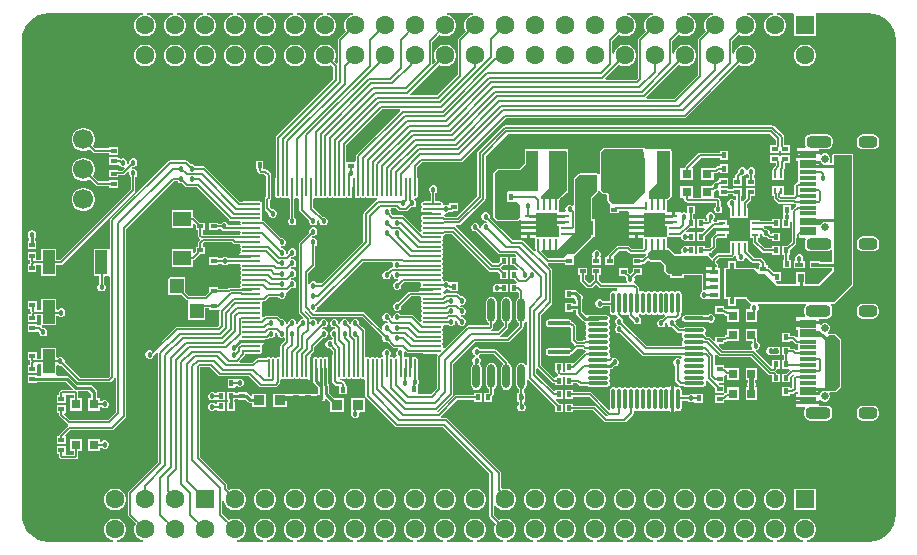
<source format=gtl>
G04*
G04 #@! TF.GenerationSoftware,Altium Limited,Altium Designer,21.1.1 (26)*
G04*
G04 Layer_Physical_Order=1*
G04 Layer_Color=255*
%FSLAX25Y25*%
%MOIN*%
G70*
G04*
G04 #@! TF.SameCoordinates,7EEBE310-2877-491A-A4CC-80A9302AE9BF*
G04*
G04*
G04 #@! TF.FilePolarity,Positive*
G04*
G01*
G75*
%ADD12C,0.01000*%
%ADD13C,0.00600*%
%ADD18C,0.00500*%
%ADD19C,0.00800*%
%ADD22R,0.01968X0.01575*%
%ADD23R,0.04134X0.07874*%
%ADD24R,0.01575X0.01968*%
%ADD25R,0.02953X0.01575*%
%ADD26R,0.09449X0.09646*%
%ADD27R,0.01575X0.02087*%
%ADD28R,0.02953X0.03150*%
%ADD29O,0.07087X0.01100*%
%ADD30O,0.01100X0.07087*%
%ADD31R,0.06693X0.06693*%
%ADD32R,0.03150X0.00984*%
%ADD33R,0.00984X0.03150*%
%ADD34R,0.02559X0.01181*%
%ADD35R,0.02165X0.03150*%
G04:AMPARAMS|DCode=36|XSize=15.75mil|YSize=74.8mil|CornerRadius=3.94mil|HoleSize=0mil|Usage=FLASHONLY|Rotation=270.000|XOffset=0mil|YOffset=0mil|HoleType=Round|Shape=RoundedRectangle|*
%AMROUNDEDRECTD36*
21,1,0.01575,0.06693,0,0,270.0*
21,1,0.00787,0.07480,0,0,270.0*
1,1,0.00787,-0.03347,-0.00394*
1,1,0.00787,-0.03347,0.00394*
1,1,0.00787,0.03347,0.00394*
1,1,0.00787,0.03347,-0.00394*
%
%ADD36ROUNDEDRECTD36*%
%ADD37R,0.03858X0.13386*%
%ADD38R,0.03150X0.02953*%
%ADD39R,0.00984X0.02362*%
%ADD40R,0.02362X0.00984*%
%ADD41R,0.05709X0.05709*%
%ADD42R,0.05000X0.03500*%
%ADD43R,0.03500X0.05000*%
%ADD44R,0.03000X0.03000*%
%ADD45R,0.03000X0.03000*%
%ADD46R,0.03500X0.03500*%
%ADD47O,0.00906X0.06299*%
%ADD48O,0.06299X0.00906*%
%ADD49O,0.02400X0.08000*%
%ADD50R,0.05709X0.01181*%
%ADD51R,0.04724X0.05118*%
%ADD52R,0.05906X0.04724*%
%ADD91C,0.01500*%
%ADD92C,0.00689*%
%ADD93C,0.00900*%
%ADD94C,0.06693*%
%ADD95R,0.06299X0.06299*%
%ADD96C,0.06299*%
%ADD97C,0.02559*%
G04:AMPARAMS|DCode=98|XSize=39.37mil|YSize=62.99mil|CornerRadius=14.76mil|HoleSize=0mil|Usage=FLASHONLY|Rotation=90.000|XOffset=0mil|YOffset=0mil|HoleType=Round|Shape=RoundedRectangle|*
%AMROUNDEDRECTD98*
21,1,0.03937,0.03347,0,0,90.0*
21,1,0.00984,0.06299,0,0,90.0*
1,1,0.02953,0.01673,0.00492*
1,1,0.02953,0.01673,-0.00492*
1,1,0.02953,-0.01673,-0.00492*
1,1,0.02953,-0.01673,0.00492*
%
%ADD98ROUNDEDRECTD98*%
G04:AMPARAMS|DCode=99|XSize=39.37mil|YSize=82.68mil|CornerRadius=14.76mil|HoleSize=0mil|Usage=FLASHONLY|Rotation=90.000|XOffset=0mil|YOffset=0mil|HoleType=Round|Shape=RoundedRectangle|*
%AMROUNDEDRECTD99*
21,1,0.03937,0.05315,0,0,90.0*
21,1,0.00984,0.08268,0,0,90.0*
1,1,0.02953,0.02657,0.00492*
1,1,0.02953,0.02657,-0.00492*
1,1,0.02953,-0.02657,-0.00492*
1,1,0.02953,-0.02657,0.00492*
%
%ADD99ROUNDEDRECTD99*%
%ADD100C,0.01800*%
%ADD101C,0.19685*%
G36*
X1555571Y1347165D02*
X1557229Y1346663D01*
X1558756Y1345846D01*
X1560095Y1344747D01*
X1561194Y1343408D01*
X1562010Y1341881D01*
X1562513Y1340224D01*
X1562679Y1338541D01*
X1562671Y1338500D01*
Y1179957D01*
X1562679Y1179916D01*
X1562513Y1178233D01*
X1562010Y1176576D01*
X1561194Y1175048D01*
X1560095Y1173709D01*
X1558756Y1172611D01*
X1557229Y1171794D01*
X1555571Y1171291D01*
X1553889Y1171126D01*
X1553848Y1171134D01*
X1533135D01*
X1533069Y1171634D01*
X1533792Y1171828D01*
X1534624Y1172308D01*
X1535304Y1172987D01*
X1535784Y1173820D01*
X1536033Y1174748D01*
Y1175709D01*
X1535784Y1176637D01*
X1535304Y1177469D01*
X1534624Y1178149D01*
X1533792Y1178629D01*
X1532864Y1178878D01*
X1531903D01*
X1530974Y1178629D01*
X1530142Y1178149D01*
X1529463Y1177469D01*
X1528982Y1176637D01*
X1528734Y1175709D01*
Y1174748D01*
X1528982Y1173820D01*
X1529463Y1172987D01*
X1530142Y1172308D01*
X1530974Y1171828D01*
X1531697Y1171634D01*
X1531632Y1171134D01*
X1523135D01*
X1523069Y1171634D01*
X1523792Y1171828D01*
X1524624Y1172308D01*
X1525304Y1172987D01*
X1525784Y1173820D01*
X1526033Y1174748D01*
Y1175709D01*
X1525784Y1176637D01*
X1525304Y1177469D01*
X1524624Y1178149D01*
X1523792Y1178629D01*
X1522864Y1178878D01*
X1521903D01*
X1520975Y1178629D01*
X1520142Y1178149D01*
X1519463Y1177469D01*
X1518982Y1176637D01*
X1518734Y1175709D01*
Y1174748D01*
X1518982Y1173820D01*
X1519463Y1172987D01*
X1520142Y1172308D01*
X1520975Y1171828D01*
X1521697Y1171634D01*
X1521632Y1171134D01*
X1513135D01*
X1513069Y1171634D01*
X1513792Y1171828D01*
X1514624Y1172308D01*
X1515304Y1172987D01*
X1515784Y1173820D01*
X1516033Y1174748D01*
Y1175709D01*
X1515784Y1176637D01*
X1515304Y1177469D01*
X1514624Y1178149D01*
X1513792Y1178629D01*
X1512864Y1178878D01*
X1511903D01*
X1510975Y1178629D01*
X1510142Y1178149D01*
X1509463Y1177469D01*
X1508982Y1176637D01*
X1508734Y1175709D01*
Y1174748D01*
X1508982Y1173820D01*
X1509463Y1172987D01*
X1510142Y1172308D01*
X1510975Y1171828D01*
X1511697Y1171634D01*
X1511632Y1171134D01*
X1503135D01*
X1503069Y1171634D01*
X1503792Y1171828D01*
X1504624Y1172308D01*
X1505304Y1172987D01*
X1505784Y1173820D01*
X1506033Y1174748D01*
Y1175709D01*
X1505784Y1176637D01*
X1505304Y1177469D01*
X1504624Y1178149D01*
X1503792Y1178629D01*
X1502864Y1178878D01*
X1501903D01*
X1500974Y1178629D01*
X1500142Y1178149D01*
X1499463Y1177469D01*
X1498982Y1176637D01*
X1498734Y1175709D01*
Y1174748D01*
X1498982Y1173820D01*
X1499463Y1172987D01*
X1500142Y1172308D01*
X1500974Y1171828D01*
X1501697Y1171634D01*
X1501632Y1171134D01*
X1493135D01*
X1493069Y1171634D01*
X1493792Y1171828D01*
X1494624Y1172308D01*
X1495304Y1172987D01*
X1495784Y1173820D01*
X1496033Y1174748D01*
Y1175709D01*
X1495784Y1176637D01*
X1495304Y1177469D01*
X1494624Y1178149D01*
X1493792Y1178629D01*
X1492864Y1178878D01*
X1491903D01*
X1490975Y1178629D01*
X1490142Y1178149D01*
X1489463Y1177469D01*
X1488982Y1176637D01*
X1488734Y1175709D01*
Y1174748D01*
X1488982Y1173820D01*
X1489463Y1172987D01*
X1490142Y1172308D01*
X1490975Y1171828D01*
X1491697Y1171634D01*
X1491632Y1171134D01*
X1483135D01*
X1483069Y1171634D01*
X1483792Y1171828D01*
X1484624Y1172308D01*
X1485304Y1172987D01*
X1485784Y1173820D01*
X1486033Y1174748D01*
Y1175709D01*
X1485784Y1176637D01*
X1485304Y1177469D01*
X1484624Y1178149D01*
X1483792Y1178629D01*
X1482864Y1178878D01*
X1481903D01*
X1480974Y1178629D01*
X1480142Y1178149D01*
X1479463Y1177469D01*
X1478982Y1176637D01*
X1478734Y1175709D01*
Y1174748D01*
X1478982Y1173820D01*
X1479463Y1172987D01*
X1480142Y1172308D01*
X1480974Y1171828D01*
X1481697Y1171634D01*
X1481632Y1171134D01*
X1473135D01*
X1473069Y1171634D01*
X1473792Y1171828D01*
X1474624Y1172308D01*
X1475304Y1172987D01*
X1475784Y1173820D01*
X1476033Y1174748D01*
Y1175709D01*
X1475784Y1176637D01*
X1475304Y1177469D01*
X1474624Y1178149D01*
X1473792Y1178629D01*
X1472864Y1178878D01*
X1471903D01*
X1470975Y1178629D01*
X1470142Y1178149D01*
X1469463Y1177469D01*
X1468982Y1176637D01*
X1468734Y1175709D01*
Y1174748D01*
X1468982Y1173820D01*
X1469463Y1172987D01*
X1470142Y1172308D01*
X1470975Y1171828D01*
X1471697Y1171634D01*
X1471632Y1171134D01*
X1463135D01*
X1463069Y1171634D01*
X1463792Y1171828D01*
X1464624Y1172308D01*
X1465304Y1172987D01*
X1465784Y1173820D01*
X1466033Y1174748D01*
Y1175709D01*
X1465784Y1176637D01*
X1465304Y1177469D01*
X1464624Y1178149D01*
X1463792Y1178629D01*
X1462864Y1178878D01*
X1461903D01*
X1460975Y1178629D01*
X1460142Y1178149D01*
X1459463Y1177469D01*
X1458982Y1176637D01*
X1458734Y1175709D01*
Y1174748D01*
X1458982Y1173820D01*
X1459463Y1172987D01*
X1460142Y1172308D01*
X1460975Y1171828D01*
X1461697Y1171634D01*
X1461632Y1171134D01*
X1453135D01*
X1453069Y1171634D01*
X1453792Y1171828D01*
X1454624Y1172308D01*
X1455304Y1172987D01*
X1455784Y1173820D01*
X1456033Y1174748D01*
Y1175709D01*
X1455784Y1176637D01*
X1455304Y1177469D01*
X1454624Y1178149D01*
X1453792Y1178629D01*
X1452864Y1178878D01*
X1451903D01*
X1450974Y1178629D01*
X1450142Y1178149D01*
X1449463Y1177469D01*
X1448982Y1176637D01*
X1448734Y1175709D01*
Y1174748D01*
X1448982Y1173820D01*
X1449463Y1172987D01*
X1450142Y1172308D01*
X1450974Y1171828D01*
X1451697Y1171634D01*
X1451632Y1171134D01*
X1443135D01*
X1443069Y1171634D01*
X1443792Y1171828D01*
X1444624Y1172308D01*
X1445304Y1172987D01*
X1445784Y1173820D01*
X1446033Y1174748D01*
Y1175709D01*
X1445784Y1176637D01*
X1445304Y1177469D01*
X1444624Y1178149D01*
X1443792Y1178629D01*
X1442864Y1178878D01*
X1441903D01*
X1440975Y1178629D01*
X1440142Y1178149D01*
X1439463Y1177469D01*
X1438982Y1176637D01*
X1438734Y1175709D01*
Y1174748D01*
X1438982Y1173820D01*
X1439463Y1172987D01*
X1440142Y1172308D01*
X1440975Y1171828D01*
X1441697Y1171634D01*
X1441632Y1171134D01*
X1433135D01*
X1433069Y1171634D01*
X1433792Y1171828D01*
X1434624Y1172308D01*
X1435304Y1172987D01*
X1435784Y1173820D01*
X1436033Y1174748D01*
Y1175709D01*
X1435784Y1176637D01*
X1435304Y1177469D01*
X1434624Y1178149D01*
X1433792Y1178629D01*
X1432864Y1178878D01*
X1431903D01*
X1430974Y1178629D01*
X1430397Y1178296D01*
X1428765Y1179928D01*
Y1183197D01*
X1429265Y1183331D01*
X1429463Y1182987D01*
X1430142Y1182308D01*
X1430974Y1181828D01*
X1431903Y1181579D01*
X1432864D01*
X1433792Y1181828D01*
X1434624Y1182308D01*
X1435304Y1182987D01*
X1435784Y1183820D01*
X1436033Y1184748D01*
Y1185709D01*
X1435784Y1186637D01*
X1435304Y1187469D01*
X1434624Y1188149D01*
X1433792Y1188629D01*
X1432864Y1188878D01*
X1431903D01*
X1431765Y1188841D01*
X1431265Y1189225D01*
Y1194000D01*
X1431207Y1194293D01*
X1431041Y1194541D01*
X1413273Y1212309D01*
X1413025Y1212474D01*
X1412732Y1212533D01*
X1411302D01*
X1411174Y1212741D01*
X1411114Y1213033D01*
X1416545Y1218464D01*
X1422249D01*
Y1217744D01*
X1424824D01*
Y1220713D01*
X1422249D01*
Y1219993D01*
X1416228D01*
X1415936Y1219935D01*
X1415688Y1219769D01*
X1410183Y1214265D01*
X1409697D01*
X1409648Y1214765D01*
X1409793Y1214793D01*
X1410041Y1214959D01*
X1415041Y1219959D01*
X1415207Y1220207D01*
X1415265Y1220500D01*
X1415265Y1220500D01*
Y1230392D01*
X1422571Y1237698D01*
X1433463D01*
X1433755Y1237756D01*
X1434003Y1237922D01*
X1438424Y1242342D01*
X1438590Y1242591D01*
X1438648Y1242883D01*
X1438648Y1242883D01*
Y1243895D01*
X1439109Y1244203D01*
X1439352Y1244566D01*
X1439852Y1244415D01*
Y1230042D01*
X1439352Y1229890D01*
X1439109Y1230254D01*
X1438546Y1230630D01*
X1437883Y1230762D01*
X1437220Y1230630D01*
X1436658Y1230254D01*
X1436282Y1229692D01*
X1436150Y1229028D01*
Y1223428D01*
X1436282Y1222765D01*
X1436658Y1222203D01*
X1437024Y1221958D01*
Y1220713D01*
X1436596D01*
Y1217744D01*
X1437024D01*
Y1217004D01*
X1436813Y1216793D01*
X1436600Y1216278D01*
Y1215722D01*
X1436813Y1215207D01*
X1437207Y1214813D01*
X1437722Y1214600D01*
X1438278D01*
X1438793Y1214813D01*
X1439187Y1215207D01*
X1439400Y1215722D01*
Y1216278D01*
X1439187Y1216793D01*
X1438859Y1217121D01*
Y1217744D01*
X1439171D01*
Y1219320D01*
X1439195Y1219443D01*
X1439171Y1219566D01*
Y1220713D01*
X1438859D01*
Y1222036D01*
X1439109Y1222203D01*
X1439485Y1222765D01*
X1439616Y1223428D01*
Y1225092D01*
X1439945Y1225244D01*
X1440117Y1225264D01*
X1449249Y1216131D01*
Y1214244D01*
X1451824D01*
Y1217213D01*
X1450331D01*
X1449299Y1218244D01*
X1449506Y1218744D01*
X1451824D01*
Y1221713D01*
X1449249D01*
Y1221539D01*
X1448749Y1221332D01*
X1442881Y1227200D01*
Y1228830D01*
X1443381Y1229037D01*
X1448231Y1224188D01*
X1448479Y1224022D01*
X1448772Y1223964D01*
X1449249D01*
Y1223244D01*
X1451824D01*
Y1226184D01*
X1452596D01*
Y1223244D01*
X1455171D01*
Y1223894D01*
X1456475D01*
X1457043Y1223325D01*
X1457043Y1223325D01*
X1457308Y1223148D01*
X1457620Y1223086D01*
X1459676D01*
X1459935Y1222913D01*
X1460345Y1222831D01*
X1466332D01*
X1466741Y1222913D01*
X1467089Y1223145D01*
X1467321Y1223492D01*
X1467402Y1223902D01*
X1467321Y1224311D01*
X1467156Y1224557D01*
X1467116Y1224886D01*
X1467156Y1225215D01*
X1467321Y1225460D01*
X1467402Y1225870D01*
X1467321Y1226280D01*
X1467156Y1226525D01*
X1467116Y1226854D01*
X1467156Y1227183D01*
X1467321Y1227429D01*
X1467402Y1227839D01*
X1467321Y1228248D01*
X1467282Y1228307D01*
X1467549Y1228807D01*
X1467610D01*
X1468000Y1228884D01*
X1468331Y1229105D01*
X1468825Y1229600D01*
X1469279D01*
X1469793Y1229813D01*
X1470187Y1230207D01*
X1470400Y1230721D01*
Y1231279D01*
X1470187Y1231793D01*
X1469793Y1232187D01*
X1469279Y1232400D01*
X1468721D01*
X1468330Y1232238D01*
X1467919Y1232347D01*
X1467752Y1232439D01*
X1467449Y1232893D01*
X1467156Y1233089D01*
X1467321Y1233334D01*
X1467402Y1233744D01*
X1467321Y1234154D01*
X1467156Y1234400D01*
X1467116Y1234728D01*
X1467156Y1235057D01*
X1467321Y1235303D01*
X1467402Y1235713D01*
X1467321Y1236122D01*
X1467156Y1236368D01*
X1467116Y1236697D01*
X1467156Y1237026D01*
X1467321Y1237271D01*
X1467402Y1237681D01*
X1467321Y1238091D01*
X1467089Y1238438D01*
Y1238893D01*
X1467321Y1239240D01*
X1467402Y1239650D01*
X1467321Y1240059D01*
X1467156Y1240305D01*
X1467116Y1240634D01*
X1467156Y1240963D01*
X1467321Y1241208D01*
X1467402Y1241618D01*
X1467321Y1242028D01*
X1467156Y1242274D01*
X1467116Y1242602D01*
X1467156Y1242931D01*
X1467321Y1243177D01*
X1467402Y1243587D01*
X1467321Y1243996D01*
X1467156Y1244242D01*
X1467116Y1244571D01*
X1467156Y1244900D01*
X1467321Y1245145D01*
X1467402Y1245555D01*
X1467321Y1245965D01*
X1467089Y1246312D01*
X1466741Y1246544D01*
X1466332Y1246626D01*
X1460345D01*
X1459993Y1246556D01*
X1459386D01*
X1458020Y1247922D01*
Y1251540D01*
X1458187Y1251707D01*
X1458400Y1252221D01*
Y1252779D01*
X1458187Y1253293D01*
X1457793Y1253687D01*
X1457378Y1253859D01*
X1456549Y1254688D01*
X1456219Y1254908D01*
X1455828Y1254986D01*
X1455171D01*
Y1255213D01*
X1452596D01*
Y1252244D01*
X1455171D01*
X1455171Y1252244D01*
X1455631Y1252148D01*
X1455813Y1251707D01*
X1455980Y1251540D01*
Y1250520D01*
X1455171D01*
Y1250713D01*
X1452596D01*
Y1247744D01*
X1455171D01*
Y1248480D01*
X1455980D01*
Y1247500D01*
X1456058Y1247110D01*
X1456279Y1246779D01*
X1458243Y1244815D01*
X1458574Y1244594D01*
X1458964Y1244516D01*
X1459102D01*
X1459369Y1244016D01*
X1459356Y1243996D01*
X1459274Y1243587D01*
X1459356Y1243177D01*
X1459520Y1242931D01*
X1459560Y1242602D01*
X1459520Y1242274D01*
X1459356Y1242028D01*
X1459274Y1241618D01*
X1459356Y1241208D01*
X1459520Y1240963D01*
X1459560Y1240634D01*
X1459520Y1240305D01*
X1459356Y1240059D01*
X1459274Y1239650D01*
X1459356Y1239240D01*
X1459552Y1238946D01*
X1459492Y1238706D01*
X1459357Y1238446D01*
X1459040D01*
X1458747Y1238388D01*
X1458499Y1238222D01*
X1458300Y1238022D01*
X1456667D01*
X1456075Y1238614D01*
Y1243020D01*
X1456017Y1243313D01*
X1455851Y1243561D01*
X1455100Y1244312D01*
X1454852Y1244478D01*
X1454605Y1244527D01*
X1454572Y1244695D01*
X1454374Y1244991D01*
X1454078Y1245188D01*
X1453730Y1245258D01*
X1447037D01*
X1446688Y1245188D01*
X1446392Y1244991D01*
X1446195Y1244695D01*
X1446126Y1244347D01*
Y1243559D01*
X1446195Y1243210D01*
X1446392Y1242915D01*
X1446688Y1242717D01*
X1447037Y1242648D01*
X1453730D01*
X1454049Y1242711D01*
X1454090Y1242710D01*
X1454546Y1242428D01*
Y1238297D01*
X1454604Y1238005D01*
X1454770Y1237757D01*
X1455371Y1237155D01*
X1455369Y1236450D01*
X1454453Y1235534D01*
X1454374Y1235542D01*
X1454078Y1235740D01*
X1453730Y1235809D01*
X1447037D01*
X1446688Y1235740D01*
X1446392Y1235542D01*
X1446195Y1235246D01*
X1446126Y1234898D01*
Y1234110D01*
X1446195Y1233762D01*
X1446392Y1233466D01*
X1446688Y1233268D01*
X1447037Y1233199D01*
X1453730D01*
X1454078Y1233268D01*
X1454374Y1233466D01*
X1454572Y1233762D01*
X1454582Y1233816D01*
X1454873Y1233874D01*
X1455121Y1234040D01*
X1456574Y1235493D01*
X1458325D01*
X1458646Y1235172D01*
X1458646Y1235172D01*
X1458894Y1235006D01*
X1459187Y1234948D01*
X1459283Y1234456D01*
X1459274Y1234402D01*
X1459009Y1234225D01*
X1459009Y1234225D01*
X1455635Y1230851D01*
X1455171Y1230713D01*
Y1230713D01*
X1455171Y1230713D01*
X1452596D01*
Y1227816D01*
X1451824D01*
Y1230713D01*
X1449249D01*
Y1227744D01*
X1449353D01*
X1449721Y1227463D01*
X1449783Y1227151D01*
X1449960Y1226886D01*
X1450134Y1226713D01*
X1449927Y1226213D01*
X1449249D01*
Y1226039D01*
X1448749Y1225832D01*
X1444381Y1230200D01*
Y1246800D01*
X1447955Y1250373D01*
X1448121Y1250622D01*
X1448179Y1250914D01*
Y1261586D01*
X1448179Y1261586D01*
X1448121Y1261878D01*
X1447955Y1262127D01*
X1446669Y1263413D01*
X1446876Y1263913D01*
X1452399D01*
Y1263441D01*
X1455367D01*
Y1265997D01*
X1455464Y1266333D01*
X1455503Y1266460D01*
X1455883Y1266617D01*
X1461429Y1272163D01*
X1461587Y1272546D01*
X1462049Y1272728D01*
X1462372D01*
Y1278728D01*
X1461587D01*
Y1285822D01*
X1463383Y1287617D01*
X1463541Y1288000D01*
X1463605Y1288047D01*
X1464117Y1288117D01*
X1465117Y1287117D01*
X1465500Y1286959D01*
X1465500Y1286959D01*
X1466276D01*
X1466459Y1286776D01*
Y1284927D01*
X1466617Y1284544D01*
X1466617Y1284544D01*
X1467492Y1283669D01*
X1467399Y1283169D01*
X1467399D01*
X1467399Y1283169D01*
Y1280595D01*
X1470367D01*
Y1281415D01*
X1473308D01*
X1473708Y1281173D01*
Y1280181D01*
X1476282D01*
X1478857D01*
Y1280854D01*
X1485909D01*
Y1280181D01*
X1487984D01*
Y1281173D01*
X1486328D01*
Y1284959D01*
X1486500D01*
X1486883Y1285117D01*
X1486883Y1285117D01*
X1487883Y1286117D01*
X1488041Y1286500D01*
X1488041Y1286500D01*
Y1301500D01*
X1487883Y1301883D01*
X1487812Y1301912D01*
Y1301921D01*
X1487790D01*
X1487500Y1302041D01*
X1479077D01*
X1479017Y1302151D01*
X1478948Y1302318D01*
X1478883Y1302383D01*
X1478500Y1302541D01*
X1478018Y1302541D01*
X1465500Y1302541D01*
X1465117Y1302383D01*
X1465117Y1302383D01*
X1464117Y1301383D01*
X1463959Y1301000D01*
X1463959Y1301000D01*
Y1293798D01*
X1463459Y1293699D01*
X1463383Y1293883D01*
X1463000Y1294041D01*
X1457500Y1294041D01*
X1457500Y1294041D01*
X1457117Y1293883D01*
Y1293883D01*
X1455536Y1292301D01*
X1455536Y1292301D01*
X1455377Y1291918D01*
X1455377Y1291918D01*
Y1283310D01*
X1454877Y1283103D01*
X1454793Y1283187D01*
X1454278Y1283400D01*
X1453722D01*
X1453207Y1283187D01*
X1452813Y1282793D01*
X1452600Y1282279D01*
Y1281721D01*
X1452620Y1281673D01*
X1452286Y1281173D01*
X1450328D01*
Y1285004D01*
X1450640Y1285375D01*
X1452801Y1287535D01*
X1453312D01*
Y1288047D01*
X1453383Y1288117D01*
X1453383Y1288117D01*
X1453541Y1288500D01*
X1453541Y1288500D01*
X1453541Y1301005D01*
X1453541Y1301129D01*
X1453541Y1301500D01*
X1453541D01*
X1453491Y1301550D01*
X1453458Y1301593D01*
X1453312Y1301921D01*
X1453208Y1301921D01*
X1453000Y1302041D01*
X1452745Y1302041D01*
X1439854D01*
X1439854Y1302041D01*
X1439734Y1301921D01*
X1439123D01*
Y1301578D01*
X1439021Y1301311D01*
X1438959Y1301159D01*
X1438959Y1301146D01*
X1438959Y1301146D01*
X1438959Y1297224D01*
X1437276Y1295541D01*
X1430000D01*
X1430000Y1295541D01*
X1430000Y1295541D01*
X1429834Y1295473D01*
X1429617Y1295383D01*
X1429617Y1295383D01*
X1428617Y1294383D01*
X1428617Y1294383D01*
X1428459Y1294000D01*
X1428459Y1294000D01*
X1428459Y1279500D01*
X1428459Y1279500D01*
X1428617Y1279117D01*
X1428617Y1279117D01*
X1429617Y1278117D01*
X1429617Y1278117D01*
X1430000Y1277959D01*
X1430000Y1277959D01*
X1432000Y1277959D01*
X1436500Y1277959D01*
X1436711Y1278046D01*
X1436883Y1278117D01*
X1436883Y1278117D01*
X1436883Y1278117D01*
X1437246Y1278480D01*
X1437708Y1278289D01*
Y1278213D01*
X1440282D01*
X1442857D01*
Y1279181D01*
X1440282D01*
Y1280181D01*
X1442857D01*
Y1280854D01*
X1449909D01*
Y1280181D01*
X1452484D01*
Y1279181D01*
X1449909D01*
Y1278213D01*
X1452484D01*
Y1277213D01*
X1449909D01*
Y1276221D01*
X1450409D01*
Y1273269D01*
X1450328Y1272802D01*
X1449917Y1272802D01*
X1442857D01*
Y1273276D01*
X1440782D01*
Y1272283D01*
X1442438D01*
Y1268653D01*
X1442615D01*
Y1268174D01*
X1442115Y1267967D01*
X1438697Y1271384D01*
X1438449Y1271550D01*
X1438157Y1271608D01*
X1434973D01*
X1431041Y1275541D01*
X1431041Y1275541D01*
X1427388Y1279193D01*
X1427400Y1279222D01*
Y1279778D01*
X1427187Y1280293D01*
X1426793Y1280687D01*
X1426278Y1280900D01*
X1425721D01*
X1425207Y1280687D01*
X1424813Y1280293D01*
X1424600Y1279778D01*
Y1279222D01*
X1424813Y1278707D01*
X1425207Y1278313D01*
X1425721Y1278100D01*
X1426235D01*
X1426439Y1277862D01*
X1426368Y1277657D01*
X1426177Y1277400D01*
X1425721D01*
X1425207Y1277187D01*
X1424813Y1276793D01*
X1424600Y1276278D01*
Y1275823D01*
X1424343Y1275632D01*
X1424138Y1275561D01*
X1423900Y1275765D01*
Y1276278D01*
X1423687Y1276793D01*
X1423293Y1277187D01*
X1422779Y1277400D01*
X1422221D01*
X1421707Y1277187D01*
X1421313Y1276793D01*
X1421100Y1276278D01*
Y1275721D01*
X1421313Y1275207D01*
X1421707Y1274813D01*
X1422221Y1274600D01*
X1422779D01*
X1422807Y1274612D01*
X1430116Y1267303D01*
X1430116Y1267303D01*
X1430364Y1267137D01*
X1430657Y1267079D01*
X1435840D01*
X1436244Y1266675D01*
X1436052Y1266213D01*
X1434171D01*
Y1263244D01*
X1435592D01*
X1436847Y1261990D01*
X1436559Y1261571D01*
X1434076D01*
Y1258602D01*
X1435497D01*
X1436387Y1257713D01*
X1436180Y1257213D01*
X1434096D01*
Y1254244D01*
X1436671D01*
X1436671Y1254244D01*
X1437119Y1254118D01*
Y1252562D01*
X1436658Y1252254D01*
X1436282Y1251692D01*
X1436150Y1251028D01*
Y1245428D01*
X1436282Y1244765D01*
X1436658Y1244203D01*
X1437119Y1243895D01*
Y1243200D01*
X1433146Y1239227D01*
X1431022D01*
X1430796Y1239690D01*
X1430802Y1239727D01*
X1431039Y1239886D01*
X1433348Y1242194D01*
X1433524Y1242459D01*
X1433587Y1242771D01*
X1433587Y1242771D01*
Y1243854D01*
X1434109Y1244203D01*
X1434484Y1244765D01*
X1434616Y1245428D01*
Y1251028D01*
X1434484Y1251692D01*
X1434109Y1252254D01*
X1433547Y1252630D01*
X1432883Y1252762D01*
X1432220Y1252630D01*
X1431658Y1252254D01*
X1431282Y1251692D01*
X1431150Y1251028D01*
Y1245428D01*
X1431282Y1244765D01*
X1431658Y1244203D01*
X1431955Y1244004D01*
Y1243109D01*
X1430125Y1241278D01*
X1428097D01*
X1427805Y1241742D01*
X1427810Y1241778D01*
X1428025Y1241922D01*
X1428318Y1242215D01*
X1428483Y1242463D01*
X1428542Y1242756D01*
Y1243826D01*
X1428547Y1243827D01*
X1429109Y1244203D01*
X1429484Y1244765D01*
X1429617Y1245428D01*
Y1251028D01*
X1429484Y1251692D01*
X1429109Y1252254D01*
X1428547Y1252630D01*
X1427883Y1252762D01*
X1427220Y1252630D01*
X1426657Y1252254D01*
X1426282Y1251692D01*
X1426150Y1251028D01*
Y1245428D01*
X1426282Y1244765D01*
X1426657Y1244203D01*
X1427012Y1243966D01*
Y1243227D01*
X1420254D01*
X1419961Y1243169D01*
X1419713Y1243003D01*
X1412436Y1235726D01*
X1411828Y1235825D01*
X1411744Y1235995D01*
X1411762Y1236022D01*
X1411836Y1236394D01*
X1411762Y1236765D01*
X1411736Y1236804D01*
X1411590Y1237181D01*
X1411736Y1237558D01*
X1411762Y1237597D01*
X1411836Y1237969D01*
X1411762Y1238340D01*
X1411551Y1238655D01*
Y1238856D01*
X1411762Y1239172D01*
X1411836Y1239543D01*
X1411762Y1239915D01*
X1411551Y1240230D01*
Y1240431D01*
X1411762Y1240746D01*
X1411836Y1241118D01*
X1411762Y1241490D01*
X1411551Y1241805D01*
Y1242006D01*
X1411762Y1242321D01*
X1411836Y1242693D01*
X1411774Y1243003D01*
X1411816Y1243142D01*
X1412070Y1243503D01*
X1413517D01*
X1413707Y1243313D01*
X1414221Y1243100D01*
X1414779D01*
X1415293Y1243313D01*
X1415687Y1243707D01*
X1415900Y1244221D01*
Y1244677D01*
X1416157Y1244868D01*
X1416362Y1244939D01*
X1416600Y1244735D01*
Y1244221D01*
X1416813Y1243707D01*
X1417207Y1243313D01*
X1417721Y1243100D01*
X1418279D01*
X1418793Y1243313D01*
X1419187Y1243707D01*
X1419400Y1244221D01*
Y1244779D01*
X1419187Y1245293D01*
X1418793Y1245687D01*
X1418279Y1245900D01*
X1417765D01*
X1417561Y1246138D01*
X1417632Y1246343D01*
X1417823Y1246600D01*
X1418279D01*
X1418793Y1246813D01*
X1419187Y1247207D01*
X1419400Y1247721D01*
Y1248279D01*
X1419187Y1248793D01*
X1418793Y1249187D01*
X1418279Y1249400D01*
X1417765D01*
X1417561Y1249638D01*
X1417632Y1249843D01*
X1417823Y1250100D01*
X1418279D01*
X1418793Y1250313D01*
X1419187Y1250707D01*
X1419400Y1251221D01*
Y1251779D01*
X1419187Y1252293D01*
X1418793Y1252687D01*
X1418279Y1252900D01*
X1417721D01*
X1417693Y1252888D01*
X1416891Y1253691D01*
X1416643Y1253856D01*
X1416350Y1253915D01*
X1412936D01*
X1412644Y1253856D01*
X1412496Y1253758D01*
X1412132Y1253857D01*
X1411967Y1253962D01*
X1411923Y1254184D01*
X1411930Y1254271D01*
X1412233Y1254725D01*
X1412262Y1254873D01*
X1412658Y1255250D01*
X1413215D01*
X1413392Y1255324D01*
X1413649Y1255152D01*
X1414000Y1255082D01*
X1414096D01*
Y1254644D01*
X1416671D01*
Y1257613D01*
X1414096D01*
X1413763Y1257811D01*
X1413729Y1257837D01*
X1413729Y1257837D01*
X1413215Y1258050D01*
X1412658D01*
X1412190Y1257856D01*
X1412065Y1257919D01*
X1412045Y1257932D01*
X1411955Y1258020D01*
X1411804Y1258284D01*
X1411836Y1258441D01*
X1411762Y1258813D01*
X1411551Y1259128D01*
Y1259329D01*
X1411762Y1259644D01*
X1411836Y1260016D01*
X1411762Y1260388D01*
X1411551Y1260703D01*
Y1260904D01*
X1411762Y1261219D01*
X1411836Y1261591D01*
X1411762Y1261962D01*
X1411551Y1262277D01*
Y1262479D01*
X1411762Y1262794D01*
X1411836Y1263165D01*
X1411762Y1263537D01*
X1411551Y1263852D01*
Y1264053D01*
X1411762Y1264368D01*
X1411836Y1264740D01*
X1411762Y1265112D01*
X1411551Y1265427D01*
Y1265628D01*
X1411762Y1265943D01*
X1411836Y1266315D01*
X1411762Y1266687D01*
X1411736Y1266725D01*
X1411590Y1267102D01*
X1411736Y1267480D01*
X1411762Y1267518D01*
X1411836Y1267890D01*
X1411762Y1268262D01*
X1411551Y1268577D01*
Y1268778D01*
X1411762Y1269093D01*
X1411836Y1269465D01*
X1411762Y1269836D01*
X1411551Y1270152D01*
Y1270352D01*
X1411762Y1270668D01*
X1411836Y1271039D01*
X1411762Y1271411D01*
X1411736Y1271449D01*
X1411590Y1271827D01*
X1411736Y1272204D01*
X1411762Y1272242D01*
X1411836Y1272614D01*
X1411780Y1272896D01*
X1411768Y1272996D01*
X1412032Y1273429D01*
X1412055Y1273448D01*
X1412300Y1273612D01*
X1412333Y1273645D01*
X1414735D01*
X1426987Y1261394D01*
X1426987Y1261394D01*
X1427251Y1261217D01*
X1427563Y1261155D01*
X1429992D01*
X1430730Y1260417D01*
Y1258602D01*
X1433304D01*
Y1261571D01*
X1431883D01*
X1431071Y1262383D01*
X1431087Y1262550D01*
X1431781Y1263244D01*
X1433399D01*
Y1266213D01*
X1430824D01*
Y1264595D01*
X1430172Y1263943D01*
X1428300D01*
X1416105Y1276138D01*
X1415981Y1276220D01*
X1416133Y1276720D01*
X1417122D01*
X1417451Y1276786D01*
X1417730Y1276973D01*
X1425698Y1284940D01*
X1425885Y1285219D01*
X1425950Y1285549D01*
Y1299790D01*
X1433299Y1307139D01*
X1520788D01*
X1522727Y1305200D01*
Y1303362D01*
X1520899D01*
Y1300787D01*
X1523867D01*
Y1301279D01*
X1524133Y1301433D01*
X1524399Y1301279D01*
Y1300787D01*
X1527367D01*
Y1303362D01*
X1525539D01*
Y1306007D01*
X1525473Y1306337D01*
X1525286Y1306616D01*
X1525286Y1306616D01*
X1522205Y1309698D01*
X1521925Y1309884D01*
X1521596Y1309950D01*
X1432491D01*
X1432491Y1309950D01*
X1432162Y1309884D01*
X1431882Y1309698D01*
X1431882Y1309698D01*
X1423391Y1301207D01*
X1423205Y1300927D01*
X1423139Y1300598D01*
Y1286357D01*
X1416314Y1279531D01*
X1412574D01*
X1412373Y1279761D01*
X1412240Y1279958D01*
X1412292Y1280218D01*
X1412407Y1280513D01*
X1412817Y1280680D01*
X1413029D01*
X1413543Y1280893D01*
X1413796Y1281145D01*
X1414421D01*
X1414772Y1281215D01*
X1415070Y1281414D01*
X1415197Y1281541D01*
X1416867D01*
Y1284116D01*
X1413899D01*
Y1283618D01*
X1413794Y1283514D01*
X1413399Y1283326D01*
X1413029Y1283480D01*
X1412472D01*
X1412300Y1283409D01*
X1412134Y1283490D01*
X1411814Y1283748D01*
X1411762Y1284009D01*
X1411551Y1284325D01*
X1411236Y1284535D01*
X1410864Y1284609D01*
X1409265D01*
Y1287301D01*
X1409293Y1287313D01*
X1409687Y1287707D01*
X1409900Y1288221D01*
Y1288778D01*
X1409687Y1289293D01*
X1409293Y1289687D01*
X1408778Y1289900D01*
X1408222D01*
X1407707Y1289687D01*
X1407313Y1289293D01*
X1407100Y1288778D01*
Y1288221D01*
X1407313Y1287707D01*
X1407707Y1287313D01*
X1407735Y1287301D01*
Y1284609D01*
X1405471D01*
X1405099Y1284535D01*
X1404784Y1284325D01*
X1404573Y1284009D01*
X1404499Y1283638D01*
X1404573Y1283266D01*
X1404784Y1282951D01*
Y1282750D01*
X1404573Y1282435D01*
X1404499Y1282063D01*
X1404573Y1281691D01*
X1404599Y1281653D01*
X1404423Y1281536D01*
X1404102Y1281055D01*
X1404089Y1280988D01*
X1408167D01*
Y1279988D01*
X1404089D01*
X1404102Y1279921D01*
X1404423Y1279441D01*
X1404599Y1279323D01*
X1404573Y1279285D01*
X1404499Y1278913D01*
X1404573Y1278542D01*
X1404784Y1278226D01*
Y1278026D01*
X1404573Y1277710D01*
X1404499Y1277339D01*
X1404573Y1276967D01*
X1404784Y1276652D01*
Y1276451D01*
X1404573Y1276136D01*
X1404499Y1275764D01*
X1404573Y1275392D01*
X1404766Y1275104D01*
X1404601Y1274643D01*
X1404242Y1274538D01*
X1404056Y1274525D01*
X1398891Y1279691D01*
X1398643Y1279856D01*
X1398350Y1279915D01*
X1395167D01*
X1394388Y1280693D01*
X1394400Y1280721D01*
Y1281279D01*
X1394211Y1281735D01*
X1394308Y1281996D01*
X1394452Y1282235D01*
X1396183D01*
X1396959Y1281459D01*
X1396959Y1281459D01*
X1397207Y1281293D01*
X1397500Y1281235D01*
X1399500D01*
X1399793Y1281293D01*
X1400041Y1281459D01*
X1401193Y1282612D01*
X1401221Y1282600D01*
X1401779D01*
X1402293Y1282813D01*
X1402687Y1283207D01*
X1402900Y1283722D01*
Y1284278D01*
X1402687Y1284793D01*
X1402293Y1285187D01*
X1402214Y1285220D01*
X1402360Y1285700D01*
X1402456Y1285681D01*
X1402827Y1285755D01*
X1403143Y1285966D01*
X1403353Y1286281D01*
X1403427Y1286653D01*
Y1292047D01*
X1403353Y1292418D01*
X1403220Y1292617D01*
Y1296139D01*
X1404817Y1297735D01*
X1417802D01*
X1418095Y1297793D01*
X1418343Y1297959D01*
X1432816Y1312433D01*
X1492352D01*
X1492645Y1312491D01*
X1492893Y1312657D01*
X1510397Y1330161D01*
X1510975Y1329827D01*
X1511903Y1329579D01*
X1512864D01*
X1513792Y1329827D01*
X1514624Y1330308D01*
X1515304Y1330987D01*
X1515784Y1331820D01*
X1516033Y1332748D01*
Y1333709D01*
X1515784Y1334637D01*
X1515304Y1335469D01*
X1514624Y1336149D01*
X1513792Y1336629D01*
X1512864Y1336878D01*
X1511903D01*
X1510975Y1336629D01*
X1510142Y1336149D01*
X1509463Y1335469D01*
X1508982Y1334637D01*
X1508765Y1333825D01*
X1508265Y1333891D01*
Y1338028D01*
X1510397Y1340161D01*
X1510975Y1339828D01*
X1511903Y1339579D01*
X1512864D01*
X1513792Y1339828D01*
X1514624Y1340308D01*
X1515304Y1340987D01*
X1515784Y1341820D01*
X1516033Y1342748D01*
Y1343709D01*
X1515784Y1344637D01*
X1515304Y1345469D01*
X1514624Y1346149D01*
X1513792Y1346629D01*
X1513069Y1346823D01*
X1513135Y1347323D01*
X1521632D01*
X1521697Y1346823D01*
X1520975Y1346629D01*
X1520142Y1346149D01*
X1519463Y1345469D01*
X1518982Y1344637D01*
X1518734Y1343709D01*
Y1342748D01*
X1518982Y1341820D01*
X1519463Y1340987D01*
X1520142Y1340308D01*
X1520975Y1339828D01*
X1521903Y1339579D01*
X1522864D01*
X1523792Y1339828D01*
X1524624Y1340308D01*
X1525304Y1340987D01*
X1525784Y1341820D01*
X1526033Y1342748D01*
Y1343709D01*
X1525784Y1344637D01*
X1525304Y1345469D01*
X1524624Y1346149D01*
X1523792Y1346629D01*
X1523069Y1346823D01*
X1523135Y1347323D01*
X1528601D01*
X1528734Y1346878D01*
X1528734Y1346823D01*
Y1339579D01*
X1536033D01*
Y1346823D01*
X1536033Y1346878D01*
X1536166Y1347323D01*
X1553848D01*
X1553889Y1347331D01*
X1555571Y1347165D01*
D02*
G37*
G36*
X1501697Y1346823D02*
X1500974Y1346629D01*
X1500142Y1346149D01*
X1499463Y1345469D01*
X1498982Y1344637D01*
X1498734Y1343709D01*
Y1342748D01*
X1498982Y1341820D01*
X1499316Y1341242D01*
X1496846Y1338773D01*
X1496680Y1338525D01*
X1496622Y1338232D01*
Y1326703D01*
X1488731Y1318812D01*
X1479756D01*
X1479549Y1319312D01*
X1490397Y1330161D01*
X1490975Y1329827D01*
X1491903Y1329579D01*
X1492864D01*
X1493792Y1329827D01*
X1494624Y1330308D01*
X1495304Y1330987D01*
X1495784Y1331820D01*
X1496033Y1332748D01*
Y1333709D01*
X1495784Y1334637D01*
X1495304Y1335469D01*
X1494624Y1336149D01*
X1493792Y1336629D01*
X1492864Y1336878D01*
X1491903D01*
X1490975Y1336629D01*
X1490142Y1336149D01*
X1489463Y1335469D01*
X1488982Y1334637D01*
X1488765Y1333825D01*
X1488265Y1333891D01*
Y1338028D01*
X1490397Y1340161D01*
X1490975Y1339828D01*
X1491903Y1339579D01*
X1492864D01*
X1493792Y1339828D01*
X1494624Y1340308D01*
X1495304Y1340987D01*
X1495784Y1341820D01*
X1496033Y1342748D01*
Y1343709D01*
X1495784Y1344637D01*
X1495304Y1345469D01*
X1494624Y1346149D01*
X1493792Y1346629D01*
X1493069Y1346823D01*
X1493135Y1347323D01*
X1501632D01*
X1501697Y1346823D01*
D02*
G37*
G36*
X1481697D02*
X1480974Y1346629D01*
X1480142Y1346149D01*
X1479463Y1345469D01*
X1478982Y1344637D01*
X1478734Y1343709D01*
Y1342748D01*
X1478982Y1341820D01*
X1479316Y1341242D01*
X1476959Y1338886D01*
X1476793Y1338638D01*
X1476735Y1338345D01*
Y1325817D01*
X1476030Y1325112D01*
X1466055D01*
X1465848Y1325612D01*
X1470397Y1330161D01*
X1470975Y1329827D01*
X1471903Y1329579D01*
X1472864D01*
X1473792Y1329827D01*
X1474624Y1330308D01*
X1475304Y1330987D01*
X1475784Y1331820D01*
X1476033Y1332748D01*
Y1333709D01*
X1475784Y1334637D01*
X1475304Y1335469D01*
X1474624Y1336149D01*
X1473792Y1336629D01*
X1472864Y1336878D01*
X1471903D01*
X1470975Y1336629D01*
X1470142Y1336149D01*
X1469463Y1335469D01*
X1468982Y1334637D01*
X1468765Y1333825D01*
X1468265Y1333891D01*
Y1338028D01*
X1470397Y1340161D01*
X1470975Y1339828D01*
X1471903Y1339579D01*
X1472864D01*
X1473792Y1339828D01*
X1474624Y1340308D01*
X1475304Y1340987D01*
X1475784Y1341820D01*
X1476033Y1342748D01*
Y1343709D01*
X1475784Y1344637D01*
X1475304Y1345469D01*
X1474624Y1346149D01*
X1473792Y1346629D01*
X1473069Y1346823D01*
X1473135Y1347323D01*
X1481631D01*
X1481697Y1346823D01*
D02*
G37*
G36*
X1421697D02*
X1420975Y1346629D01*
X1420142Y1346149D01*
X1419463Y1345469D01*
X1418982Y1344637D01*
X1418734Y1343709D01*
Y1342748D01*
X1418982Y1341820D01*
X1419316Y1341242D01*
X1417002Y1338928D01*
X1416836Y1338680D01*
X1416778Y1338387D01*
Y1326859D01*
X1409884Y1319965D01*
X1400909D01*
X1400702Y1320465D01*
X1410397Y1330161D01*
X1410975Y1329827D01*
X1411903Y1329579D01*
X1412864D01*
X1413792Y1329827D01*
X1414624Y1330308D01*
X1415304Y1330987D01*
X1415784Y1331820D01*
X1416033Y1332748D01*
Y1333709D01*
X1415784Y1334637D01*
X1415304Y1335469D01*
X1414624Y1336149D01*
X1413792Y1336629D01*
X1412864Y1336878D01*
X1411903D01*
X1410975Y1336629D01*
X1410142Y1336149D01*
X1409463Y1335469D01*
X1408982Y1334637D01*
X1408734Y1333709D01*
Y1332748D01*
X1408982Y1331820D01*
X1409316Y1331242D01*
X1408577Y1330503D01*
X1408077Y1330710D01*
Y1337840D01*
X1410397Y1340161D01*
X1410975Y1339828D01*
X1411903Y1339579D01*
X1412864D01*
X1413792Y1339828D01*
X1414624Y1340308D01*
X1415304Y1340987D01*
X1415784Y1341820D01*
X1416033Y1342748D01*
Y1343709D01*
X1415784Y1344637D01*
X1415304Y1345469D01*
X1414624Y1346149D01*
X1413792Y1346629D01*
X1413069Y1346823D01*
X1413135Y1347323D01*
X1421632D01*
X1421697Y1346823D01*
D02*
G37*
G36*
X1280226Y1347323D02*
X1311631D01*
X1311697Y1346823D01*
X1310975Y1346629D01*
X1310142Y1346149D01*
X1309463Y1345469D01*
X1308982Y1344637D01*
X1308734Y1343709D01*
Y1342748D01*
X1308982Y1341820D01*
X1309463Y1340987D01*
X1310142Y1340308D01*
X1310975Y1339828D01*
X1311903Y1339579D01*
X1312864D01*
X1313792Y1339828D01*
X1314624Y1340308D01*
X1315304Y1340987D01*
X1315784Y1341820D01*
X1316033Y1342748D01*
Y1343709D01*
X1315784Y1344637D01*
X1315304Y1345469D01*
X1314624Y1346149D01*
X1313792Y1346629D01*
X1313069Y1346823D01*
X1313135Y1347323D01*
X1321632D01*
X1321697Y1346823D01*
X1320975Y1346629D01*
X1320142Y1346149D01*
X1319463Y1345469D01*
X1318982Y1344637D01*
X1318734Y1343709D01*
Y1342748D01*
X1318982Y1341820D01*
X1319463Y1340987D01*
X1320142Y1340308D01*
X1320975Y1339828D01*
X1321903Y1339579D01*
X1322864D01*
X1323792Y1339828D01*
X1324624Y1340308D01*
X1325304Y1340987D01*
X1325784Y1341820D01*
X1326033Y1342748D01*
Y1343709D01*
X1325784Y1344637D01*
X1325304Y1345469D01*
X1324624Y1346149D01*
X1323792Y1346629D01*
X1323069Y1346823D01*
X1323135Y1347323D01*
X1331631D01*
X1331697Y1346823D01*
X1330974Y1346629D01*
X1330142Y1346149D01*
X1329463Y1345469D01*
X1328982Y1344637D01*
X1328734Y1343709D01*
Y1342748D01*
X1328982Y1341820D01*
X1329463Y1340987D01*
X1330142Y1340308D01*
X1330974Y1339828D01*
X1331903Y1339579D01*
X1332864D01*
X1333792Y1339828D01*
X1334624Y1340308D01*
X1335304Y1340987D01*
X1335784Y1341820D01*
X1336033Y1342748D01*
Y1343709D01*
X1335784Y1344637D01*
X1335304Y1345469D01*
X1334624Y1346149D01*
X1333792Y1346629D01*
X1333069Y1346823D01*
X1333135Y1347323D01*
X1341632D01*
X1341697Y1346823D01*
X1340975Y1346629D01*
X1340142Y1346149D01*
X1339463Y1345469D01*
X1338982Y1344637D01*
X1338734Y1343709D01*
Y1342748D01*
X1338982Y1341820D01*
X1339463Y1340987D01*
X1340142Y1340308D01*
X1340975Y1339828D01*
X1341903Y1339579D01*
X1342864D01*
X1343792Y1339828D01*
X1344624Y1340308D01*
X1345304Y1340987D01*
X1345784Y1341820D01*
X1346033Y1342748D01*
Y1343709D01*
X1345784Y1344637D01*
X1345304Y1345469D01*
X1344624Y1346149D01*
X1343792Y1346629D01*
X1343069Y1346823D01*
X1343135Y1347323D01*
X1351632D01*
X1351697Y1346823D01*
X1350974Y1346629D01*
X1350142Y1346149D01*
X1349463Y1345469D01*
X1348982Y1344637D01*
X1348734Y1343709D01*
Y1342748D01*
X1348982Y1341820D01*
X1349463Y1340987D01*
X1350142Y1340308D01*
X1350974Y1339828D01*
X1351903Y1339579D01*
X1352864D01*
X1353792Y1339828D01*
X1354624Y1340308D01*
X1355304Y1340987D01*
X1355784Y1341820D01*
X1356033Y1342748D01*
Y1343709D01*
X1355784Y1344637D01*
X1355304Y1345469D01*
X1354624Y1346149D01*
X1353792Y1346629D01*
X1353069Y1346823D01*
X1353135Y1347323D01*
X1361631D01*
X1361697Y1346823D01*
X1360975Y1346629D01*
X1360142Y1346149D01*
X1359463Y1345469D01*
X1358982Y1344637D01*
X1358734Y1343709D01*
Y1342748D01*
X1358982Y1341820D01*
X1359463Y1340987D01*
X1360142Y1340308D01*
X1360975Y1339828D01*
X1361903Y1339579D01*
X1362864D01*
X1363792Y1339828D01*
X1364624Y1340308D01*
X1365304Y1340987D01*
X1365784Y1341820D01*
X1366033Y1342748D01*
Y1343709D01*
X1365784Y1344637D01*
X1365304Y1345469D01*
X1364624Y1346149D01*
X1363792Y1346629D01*
X1363069Y1346823D01*
X1363135Y1347323D01*
X1371632D01*
X1371697Y1346823D01*
X1370975Y1346629D01*
X1370142Y1346149D01*
X1369463Y1345469D01*
X1368982Y1344637D01*
X1368734Y1343709D01*
Y1342748D01*
X1368982Y1341820D01*
X1369463Y1340987D01*
X1370142Y1340308D01*
X1370975Y1339828D01*
X1371903Y1339579D01*
X1372864D01*
X1373792Y1339828D01*
X1374624Y1340308D01*
X1375304Y1340987D01*
X1375784Y1341820D01*
X1376033Y1342748D01*
Y1343709D01*
X1375784Y1344637D01*
X1375304Y1345469D01*
X1374624Y1346149D01*
X1373792Y1346629D01*
X1373069Y1346823D01*
X1373135Y1347323D01*
X1381631D01*
X1381697Y1346823D01*
X1380974Y1346629D01*
X1380142Y1346149D01*
X1379463Y1345469D01*
X1378982Y1344637D01*
X1378734Y1343709D01*
Y1342748D01*
X1378982Y1341820D01*
X1379316Y1341242D01*
X1376959Y1338886D01*
X1376793Y1338638D01*
X1376735Y1338345D01*
Y1330665D01*
X1376235Y1330458D01*
X1375451Y1331242D01*
X1375784Y1331820D01*
X1376033Y1332748D01*
Y1333709D01*
X1375784Y1334637D01*
X1375304Y1335469D01*
X1374624Y1336149D01*
X1373792Y1336629D01*
X1372864Y1336878D01*
X1371903D01*
X1370975Y1336629D01*
X1370142Y1336149D01*
X1369463Y1335469D01*
X1368982Y1334637D01*
X1368734Y1333709D01*
Y1332748D01*
X1368982Y1331820D01*
X1369463Y1330987D01*
X1370142Y1330308D01*
X1370975Y1329827D01*
X1371903Y1329579D01*
X1372864D01*
X1373792Y1329827D01*
X1374369Y1330161D01*
X1375235Y1329295D01*
Y1325317D01*
X1356246Y1306327D01*
X1356080Y1306079D01*
X1356022Y1305786D01*
Y1292617D01*
X1355889Y1292418D01*
X1355815Y1292047D01*
Y1286653D01*
X1355889Y1286281D01*
X1356099Y1285966D01*
X1356415Y1285755D01*
X1356786Y1285681D01*
X1357158Y1285755D01*
X1357473Y1285966D01*
X1357674D01*
X1357989Y1285755D01*
X1358361Y1285681D01*
X1358733Y1285755D01*
X1359048Y1285966D01*
X1359249D01*
X1359564Y1285755D01*
X1359936Y1285681D01*
X1360241Y1285742D01*
X1360409Y1285682D01*
X1360741Y1285443D01*
Y1279201D01*
X1360707Y1279187D01*
X1360313Y1278793D01*
X1360100Y1278279D01*
Y1277722D01*
X1360313Y1277207D01*
X1360707Y1276813D01*
X1361222Y1276600D01*
X1361779D01*
X1362293Y1276813D01*
X1362687Y1277207D01*
X1362900Y1277722D01*
Y1278279D01*
X1362687Y1278793D01*
X1362293Y1279187D01*
X1362270Y1279196D01*
Y1281462D01*
X1362275Y1281489D01*
Y1285447D01*
X1362636Y1285701D01*
X1362775Y1285743D01*
X1363085Y1285681D01*
X1363396Y1285743D01*
X1363535Y1285701D01*
X1363896Y1285447D01*
Y1281840D01*
X1363954Y1281547D01*
X1364120Y1281299D01*
X1367112Y1278307D01*
X1367100Y1278279D01*
Y1277722D01*
X1367313Y1277207D01*
X1367707Y1276813D01*
X1368221Y1276600D01*
X1368779D01*
X1369293Y1276813D01*
X1369687Y1277207D01*
X1369900Y1277722D01*
Y1278177D01*
X1370157Y1278368D01*
X1370362Y1278439D01*
X1370600Y1278235D01*
Y1277722D01*
X1370813Y1277207D01*
X1371207Y1276813D01*
X1371721Y1276600D01*
X1372278D01*
X1372793Y1276813D01*
X1373187Y1277207D01*
X1373400Y1277722D01*
Y1278279D01*
X1373187Y1278793D01*
X1372793Y1279187D01*
X1372278Y1279400D01*
X1371721D01*
X1371693Y1279388D01*
X1368575Y1282507D01*
Y1285447D01*
X1368936Y1285701D01*
X1369075Y1285743D01*
X1369385Y1285681D01*
X1369757Y1285755D01*
X1370072Y1285966D01*
X1370273D01*
X1370588Y1285755D01*
X1370960Y1285681D01*
X1371331Y1285755D01*
X1371646Y1285966D01*
X1371848D01*
X1372163Y1285755D01*
X1372534Y1285681D01*
X1372906Y1285755D01*
X1373221Y1285966D01*
X1373422D01*
X1373737Y1285755D01*
X1374109Y1285681D01*
X1374481Y1285755D01*
X1374796Y1285966D01*
X1374997D01*
X1375312Y1285755D01*
X1375684Y1285681D01*
X1376056Y1285755D01*
X1376371Y1285966D01*
X1376572D01*
X1376887Y1285755D01*
X1377259Y1285681D01*
X1377631Y1285755D01*
X1377946Y1285966D01*
X1378147D01*
X1378462Y1285755D01*
X1378834Y1285681D01*
X1379205Y1285755D01*
X1379521Y1285966D01*
X1379722D01*
X1380037Y1285755D01*
X1380408Y1285681D01*
X1380780Y1285755D01*
X1380818Y1285781D01*
X1380936Y1285605D01*
X1381416Y1285284D01*
X1381483Y1285271D01*
Y1289350D01*
X1382483D01*
Y1285271D01*
X1382550Y1285284D01*
X1383031Y1285605D01*
X1383148Y1285781D01*
X1383186Y1285755D01*
X1383558Y1285681D01*
X1383930Y1285755D01*
X1384245Y1285966D01*
X1384446D01*
X1384761Y1285755D01*
X1385133Y1285681D01*
X1385505Y1285755D01*
X1385820Y1285966D01*
X1386021D01*
X1386336Y1285755D01*
X1386708Y1285681D01*
X1387079Y1285755D01*
X1387395Y1285966D01*
X1387595D01*
X1387911Y1285755D01*
X1388282Y1285681D01*
X1388654Y1285755D01*
X1388969Y1285966D01*
X1389170D01*
X1389485Y1285755D01*
X1389694Y1285714D01*
X1389707Y1285231D01*
X1389701Y1285203D01*
X1389459Y1285041D01*
X1385459Y1281041D01*
X1385293Y1280793D01*
X1385235Y1280500D01*
Y1271214D01*
X1371286Y1257265D01*
X1369699D01*
X1369687Y1257293D01*
X1369293Y1257687D01*
X1368779Y1257900D01*
X1368221D01*
X1367707Y1257687D01*
X1367313Y1257293D01*
X1367265Y1257176D01*
X1366765Y1257275D01*
Y1260683D01*
X1369041Y1262959D01*
X1369041Y1262959D01*
X1369207Y1263207D01*
X1369265Y1263500D01*
Y1269801D01*
X1369293Y1269813D01*
X1369687Y1270207D01*
X1369900Y1270722D01*
Y1271278D01*
X1369687Y1271793D01*
X1369293Y1272187D01*
X1368779Y1272400D01*
X1368323D01*
X1368132Y1272657D01*
X1368061Y1272862D01*
X1368265Y1273100D01*
X1368779D01*
X1369293Y1273313D01*
X1369687Y1273707D01*
X1369900Y1274222D01*
Y1274778D01*
X1369687Y1275293D01*
X1369293Y1275687D01*
X1368779Y1275900D01*
X1368221D01*
X1367707Y1275687D01*
X1367313Y1275293D01*
X1367100Y1274778D01*
Y1274222D01*
X1367112Y1274193D01*
X1363959Y1271041D01*
X1363793Y1270793D01*
X1363735Y1270500D01*
Y1247752D01*
X1363793Y1247460D01*
X1363959Y1247212D01*
X1365271Y1245900D01*
X1365064Y1245400D01*
X1364721D01*
X1364207Y1245187D01*
X1363813Y1244793D01*
X1363600Y1244279D01*
Y1243765D01*
X1363362Y1243561D01*
X1363157Y1243632D01*
X1362900Y1243823D01*
Y1244279D01*
X1362687Y1244793D01*
X1362293Y1245187D01*
X1361779Y1245400D01*
X1361222D01*
X1360707Y1245187D01*
X1360313Y1244793D01*
X1360100Y1244279D01*
Y1243765D01*
X1359862Y1243561D01*
X1359657Y1243632D01*
X1359400Y1243823D01*
Y1244279D01*
X1359187Y1244793D01*
X1358793Y1245187D01*
X1358278Y1245400D01*
X1357722D01*
X1357693Y1245388D01*
X1356891Y1246191D01*
X1356643Y1246356D01*
X1356350Y1246415D01*
X1352735D01*
X1352443Y1246356D01*
X1352195Y1246191D01*
X1352060Y1246056D01*
X1351519Y1246214D01*
X1351309Y1246529D01*
Y1246730D01*
X1351519Y1247046D01*
X1351593Y1247417D01*
X1351519Y1247789D01*
X1351309Y1248104D01*
Y1248305D01*
X1351519Y1248620D01*
X1351593Y1248992D01*
X1351519Y1249364D01*
X1351309Y1249679D01*
Y1249880D01*
X1351519Y1250195D01*
X1351593Y1250567D01*
X1351532Y1250877D01*
X1351574Y1251016D01*
X1351828Y1251377D01*
X1352142D01*
X1352434Y1251435D01*
X1352682Y1251601D01*
X1353817Y1252735D01*
X1356801D01*
X1356813Y1252707D01*
X1357207Y1252313D01*
X1357722Y1252100D01*
X1358278D01*
X1358793Y1252313D01*
X1359187Y1252707D01*
X1359400Y1253222D01*
Y1253778D01*
X1359307Y1254002D01*
X1359631Y1254502D01*
X1359767D01*
X1360060Y1254561D01*
X1360308Y1254727D01*
X1361193Y1255612D01*
X1361222Y1255600D01*
X1361779D01*
X1362293Y1255813D01*
X1362687Y1256207D01*
X1362900Y1256721D01*
Y1257279D01*
X1362687Y1257793D01*
X1362293Y1258187D01*
X1361779Y1258400D01*
X1361323D01*
X1361132Y1258657D01*
X1361061Y1258862D01*
X1361265Y1259100D01*
X1361779D01*
X1362293Y1259313D01*
X1362687Y1259707D01*
X1362900Y1260221D01*
Y1260779D01*
X1362687Y1261293D01*
X1362293Y1261687D01*
X1361779Y1261900D01*
X1361323D01*
X1361132Y1262157D01*
X1361061Y1262362D01*
X1361265Y1262600D01*
X1361779D01*
X1362293Y1262813D01*
X1362687Y1263207D01*
X1362900Y1263721D01*
Y1264279D01*
X1362687Y1264793D01*
X1362293Y1265187D01*
X1361779Y1265400D01*
X1361323D01*
X1361132Y1265657D01*
X1361061Y1265862D01*
X1361265Y1266100D01*
X1361779D01*
X1362293Y1266313D01*
X1362687Y1266707D01*
X1362900Y1267222D01*
Y1267778D01*
X1362687Y1268293D01*
X1362293Y1268687D01*
X1361779Y1268900D01*
X1361222D01*
X1360707Y1268687D01*
X1360313Y1268293D01*
X1360100Y1267778D01*
Y1267265D01*
X1359862Y1267061D01*
X1359657Y1267132D01*
X1359400Y1267323D01*
Y1267778D01*
X1359187Y1268293D01*
X1358793Y1268687D01*
X1358278Y1268900D01*
X1357765D01*
X1357561Y1269138D01*
X1357633Y1269344D01*
X1357823Y1269600D01*
X1358278D01*
X1358793Y1269813D01*
X1359187Y1270207D01*
X1359400Y1270722D01*
Y1271278D01*
X1359187Y1271793D01*
X1358793Y1272187D01*
X1358278Y1272400D01*
X1357722D01*
X1357693Y1272388D01*
X1352280Y1277802D01*
X1352032Y1277967D01*
X1351739Y1278026D01*
X1351509Y1278526D01*
X1351519Y1278542D01*
X1351593Y1278913D01*
X1351519Y1279285D01*
X1351309Y1279600D01*
Y1279801D01*
X1351519Y1280116D01*
X1351593Y1280488D01*
X1351519Y1280860D01*
X1351309Y1281175D01*
Y1281376D01*
X1351519Y1281691D01*
X1351593Y1282063D01*
X1351519Y1282435D01*
X1351309Y1282750D01*
Y1282951D01*
X1351519Y1283266D01*
X1351593Y1283638D01*
X1351519Y1284009D01*
X1351309Y1284325D01*
X1350994Y1284535D01*
X1350622Y1284609D01*
X1345228D01*
X1344856Y1284535D01*
X1344658Y1284402D01*
X1344179D01*
X1332541Y1296041D01*
X1332293Y1296206D01*
X1332000Y1296265D01*
X1329199D01*
X1329187Y1296293D01*
X1328793Y1296687D01*
X1328279Y1296900D01*
X1327722D01*
X1327693Y1296888D01*
X1326541Y1298041D01*
X1326293Y1298207D01*
X1326000Y1298265D01*
X1320664D01*
X1320371Y1298207D01*
X1320123Y1298041D01*
X1300959Y1278877D01*
X1300793Y1278629D01*
X1300735Y1278336D01*
Y1269047D01*
X1300450Y1268665D01*
X1300235Y1268665D01*
X1295316D01*
Y1259791D01*
X1297082D01*
Y1257062D01*
X1296813Y1256793D01*
X1296600Y1256279D01*
Y1255721D01*
X1296813Y1255207D01*
X1297207Y1254813D01*
X1297721Y1254600D01*
X1298279D01*
X1298793Y1254813D01*
X1299187Y1255207D01*
X1299400Y1255721D01*
Y1256279D01*
X1299187Y1256793D01*
X1298918Y1257062D01*
Y1259438D01*
X1299271Y1259791D01*
X1300450Y1259791D01*
X1300735Y1259410D01*
Y1226317D01*
X1300183Y1225765D01*
X1290817D01*
X1285660Y1230921D01*
X1285672Y1230950D01*
Y1231507D01*
X1285458Y1232021D01*
X1285065Y1232415D01*
X1284550Y1232628D01*
X1283993D01*
X1283479Y1232415D01*
X1283430Y1232367D01*
X1282930Y1232574D01*
Y1235665D01*
X1277797D01*
Y1231993D01*
X1276367D01*
Y1234244D01*
X1273399D01*
Y1231669D01*
X1274019D01*
X1274077Y1231381D01*
X1274179Y1231228D01*
X1274076Y1231075D01*
X1274018Y1230783D01*
Y1230091D01*
X1273399D01*
Y1227516D01*
X1276367D01*
Y1230091D01*
X1276674Y1230464D01*
X1277797D01*
Y1226977D01*
X1277796Y1226791D01*
X1277427Y1226477D01*
X1276367D01*
Y1226744D01*
X1273399D01*
Y1224170D01*
X1276367D01*
Y1224437D01*
X1286121D01*
X1288405Y1222153D01*
X1288198Y1221653D01*
X1284793D01*
X1284500Y1221595D01*
X1284252Y1221429D01*
X1283959Y1221136D01*
X1283794Y1220888D01*
X1283735Y1220595D01*
Y1220059D01*
X1283016D01*
Y1217484D01*
X1285985D01*
Y1220059D01*
X1286458Y1220123D01*
X1288640D01*
Y1219003D01*
X1287428D01*
Y1214853D01*
X1291381D01*
Y1219003D01*
X1290169D01*
Y1220595D01*
X1290111Y1220888D01*
X1290049Y1220980D01*
X1290232Y1221413D01*
X1290302Y1221480D01*
X1293558D01*
X1294559Y1220480D01*
Y1219003D01*
X1293530D01*
Y1214853D01*
X1297483D01*
Y1215973D01*
X1297983Y1216037D01*
X1298207Y1215813D01*
X1298722Y1215600D01*
X1299279D01*
X1299793Y1215813D01*
X1300187Y1216207D01*
X1300400Y1216722D01*
Y1217278D01*
X1300187Y1217793D01*
X1299793Y1218187D01*
X1299279Y1218400D01*
X1298722D01*
X1298207Y1218187D01*
X1297983Y1217963D01*
X1297483Y1218027D01*
Y1219003D01*
X1296598D01*
Y1220902D01*
X1296520Y1221292D01*
X1296299Y1221623D01*
X1294701Y1223221D01*
X1294371Y1223442D01*
X1293980Y1223520D01*
X1289922D01*
X1287264Y1226178D01*
X1286933Y1226399D01*
X1286543Y1226477D01*
X1283300D01*
X1282930Y1226791D01*
X1282930Y1226977D01*
Y1229883D01*
X1283430Y1230090D01*
X1283479Y1230042D01*
X1283993Y1229828D01*
X1284550D01*
X1284579Y1229840D01*
X1289959Y1224459D01*
X1290207Y1224294D01*
X1290500Y1224235D01*
X1290500Y1224235D01*
X1300500D01*
X1300793Y1224294D01*
X1301041Y1224459D01*
X1302041Y1225459D01*
X1302041Y1225459D01*
X1302207Y1225707D01*
X1302235Y1225852D01*
X1302735Y1225803D01*
Y1214317D01*
X1300183Y1211765D01*
X1287317D01*
X1285444Y1213638D01*
X1285651Y1214137D01*
X1285985D01*
Y1216712D01*
X1283016D01*
Y1214137D01*
X1283736D01*
Y1213500D01*
X1283794Y1213207D01*
X1283960Y1212959D01*
X1286459Y1210459D01*
X1286707Y1210293D01*
X1286901Y1210255D01*
Y1209745D01*
X1286707Y1209706D01*
X1286459Y1209541D01*
X1283959Y1207041D01*
X1283794Y1206793D01*
X1283735Y1206500D01*
Y1206363D01*
X1283015D01*
Y1203788D01*
X1285984D01*
Y1206363D01*
X1285984D01*
X1285826Y1206744D01*
X1287317Y1208235D01*
X1301328D01*
X1301621Y1208294D01*
X1301869Y1208459D01*
X1306041Y1212631D01*
X1306041Y1212631D01*
X1306207Y1212879D01*
X1306265Y1213172D01*
X1306265Y1213172D01*
Y1275519D01*
X1321981Y1291235D01*
X1323301D01*
X1323313Y1291207D01*
X1323707Y1290813D01*
X1324222Y1290600D01*
X1324778D01*
X1324807Y1290612D01*
X1325959Y1289459D01*
X1326207Y1289293D01*
X1326500Y1289235D01*
X1326500Y1289235D01*
X1329683D01*
X1340546Y1278373D01*
X1340546Y1278373D01*
X1340794Y1278207D01*
X1341087Y1278149D01*
X1344022D01*
X1344276Y1277788D01*
X1344318Y1277649D01*
X1344257Y1277339D01*
X1344288Y1277181D01*
X1343966Y1276681D01*
X1340179D01*
X1340038Y1277021D01*
X1339644Y1277415D01*
X1339130Y1277628D01*
X1338573D01*
X1338058Y1277415D01*
X1337789Y1277146D01*
X1336867D01*
Y1277516D01*
X1333899D01*
Y1274941D01*
X1336867D01*
Y1275311D01*
X1337789D01*
X1338058Y1275041D01*
X1338573Y1274828D01*
X1339130D01*
X1339219Y1274865D01*
X1339316Y1274846D01*
X1343966D01*
X1344288Y1274346D01*
X1344257Y1274189D01*
X1344318Y1273879D01*
X1344276Y1273740D01*
X1344022Y1273379D01*
X1342447D01*
X1342424Y1273394D01*
X1342132Y1273452D01*
X1331648D01*
Y1274941D01*
X1332367D01*
Y1277516D01*
X1330677D01*
X1328928Y1279265D01*
X1328680Y1279431D01*
X1328387Y1279489D01*
X1328336D01*
Y1281587D01*
X1321430D01*
Y1275862D01*
X1328336D01*
Y1277041D01*
X1328798Y1277232D01*
X1329399Y1276631D01*
Y1274941D01*
X1330118D01*
Y1273117D01*
X1330177Y1272824D01*
X1330342Y1272576D01*
X1330565Y1272353D01*
X1330626Y1271707D01*
X1330342Y1271424D01*
X1330177Y1271176D01*
X1330118Y1270883D01*
Y1269516D01*
X1329399D01*
Y1267826D01*
X1328798Y1267225D01*
X1328336Y1267416D01*
Y1268594D01*
X1321430D01*
Y1262870D01*
X1328336D01*
Y1264968D01*
X1328387D01*
X1328680Y1265026D01*
X1328928Y1265192D01*
X1330677Y1266941D01*
X1332367D01*
Y1269516D01*
X1331648D01*
Y1270566D01*
X1332004Y1270923D01*
X1341401D01*
X1341825Y1270499D01*
X1341825Y1270499D01*
X1342073Y1270333D01*
X1342365Y1270275D01*
X1342365Y1270275D01*
X1344022D01*
X1344276Y1269914D01*
X1344318Y1269775D01*
X1344257Y1269465D01*
X1344331Y1269093D01*
X1344541Y1268778D01*
Y1268577D01*
X1344331Y1268262D01*
X1344257Y1267890D01*
X1344331Y1267518D01*
X1344356Y1267480D01*
X1344181Y1267362D01*
X1343860Y1266882D01*
X1343846Y1266815D01*
X1347925D01*
Y1265815D01*
X1343497D01*
X1343368Y1265658D01*
X1340140D01*
X1339882Y1265915D01*
X1339368Y1266128D01*
X1338811D01*
X1338296Y1265915D01*
X1338027Y1265646D01*
X1336867D01*
Y1266016D01*
X1333899D01*
Y1263441D01*
X1336867D01*
Y1263811D01*
X1338027D01*
X1338296Y1263542D01*
X1338811Y1263328D01*
X1339368D01*
X1339882Y1263542D01*
X1340164Y1263822D01*
X1343966D01*
X1344288Y1263323D01*
X1344257Y1263165D01*
X1344331Y1262794D01*
X1344541Y1262479D01*
Y1262277D01*
X1344331Y1261962D01*
X1344257Y1261591D01*
X1344331Y1261219D01*
X1344541Y1260904D01*
Y1260703D01*
X1344331Y1260388D01*
X1344257Y1260016D01*
X1344331Y1259644D01*
X1344541Y1259329D01*
Y1259128D01*
X1344331Y1258813D01*
X1344257Y1258441D01*
X1344331Y1258069D01*
X1344541Y1257754D01*
Y1257553D01*
X1344331Y1257238D01*
X1344257Y1256866D01*
X1344331Y1256494D01*
X1344356Y1256456D01*
X1344367Y1256428D01*
X1344357Y1256297D01*
X1344212Y1255844D01*
X1344210Y1255843D01*
X1344144Y1255798D01*
X1340642D01*
X1340349Y1255740D01*
X1340101Y1255574D01*
X1340020Y1255493D01*
X1336867D01*
Y1256016D01*
X1333899D01*
Y1254522D01*
X1332541Y1253165D01*
X1327119D01*
X1325899Y1254385D01*
Y1259421D01*
X1320175D01*
Y1253303D01*
X1324817D01*
X1326261Y1251859D01*
X1326509Y1251694D01*
X1326802Y1251635D01*
X1326823D01*
X1326867Y1251153D01*
X1326867D01*
Y1245035D01*
X1332592D01*
Y1249035D01*
X1333899D01*
Y1248441D01*
X1336837D01*
X1337282Y1248235D01*
X1337235Y1248000D01*
Y1243317D01*
X1336683Y1242765D01*
X1323000D01*
X1322707Y1242706D01*
X1322459Y1242541D01*
X1322459Y1242541D01*
X1314660Y1234742D01*
X1314279Y1234900D01*
X1313721D01*
X1313207Y1234687D01*
X1312813Y1234293D01*
X1312600Y1233778D01*
Y1233222D01*
X1312813Y1232707D01*
X1313207Y1232313D01*
X1313721Y1232100D01*
X1314279D01*
X1314793Y1232313D01*
X1315187Y1232707D01*
X1315400Y1233222D01*
Y1233338D01*
X1315457Y1233376D01*
X1316261Y1234180D01*
X1316611Y1234047D01*
X1316735Y1233947D01*
Y1197817D01*
X1306959Y1188041D01*
X1306793Y1187793D01*
X1306735Y1187500D01*
Y1180112D01*
X1306793Y1179819D01*
X1306959Y1179571D01*
X1309316Y1177214D01*
X1308982Y1176637D01*
X1308734Y1175709D01*
Y1174748D01*
X1308982Y1173820D01*
X1309463Y1172987D01*
X1310142Y1172308D01*
X1310975Y1171828D01*
X1311697Y1171634D01*
X1311632Y1171134D01*
X1303135D01*
X1303069Y1171634D01*
X1303792Y1171828D01*
X1304624Y1172308D01*
X1305304Y1172987D01*
X1305784Y1173820D01*
X1306033Y1174748D01*
Y1175709D01*
X1305784Y1176637D01*
X1305304Y1177469D01*
X1304624Y1178149D01*
X1303792Y1178629D01*
X1302864Y1178878D01*
X1301903D01*
X1300974Y1178629D01*
X1300142Y1178149D01*
X1299463Y1177469D01*
X1298982Y1176637D01*
X1298734Y1175709D01*
Y1174748D01*
X1298982Y1173820D01*
X1299463Y1172987D01*
X1300142Y1172308D01*
X1300974Y1171828D01*
X1301697Y1171634D01*
X1301632Y1171134D01*
X1280226D01*
X1280185Y1171126D01*
X1278502Y1171291D01*
X1276845Y1171794D01*
X1275317Y1172611D01*
X1273978Y1173709D01*
X1272880Y1175048D01*
X1272063Y1176576D01*
X1271560Y1178233D01*
X1271395Y1179916D01*
X1271403Y1179957D01*
Y1338500D01*
X1271395Y1338541D01*
X1271560Y1340224D01*
X1272063Y1341881D01*
X1272880Y1343408D01*
X1273978Y1344747D01*
X1275317Y1345846D01*
X1276845Y1346663D01*
X1278502Y1347165D01*
X1280185Y1347331D01*
X1280226Y1347323D01*
D02*
G37*
G36*
X1397601Y1314787D02*
X1383017Y1300203D01*
X1382852Y1299955D01*
X1382793Y1299662D01*
Y1298225D01*
X1382567Y1297819D01*
X1379599D01*
X1379598Y1298319D01*
Y1303517D01*
X1391368Y1315287D01*
X1397394D01*
X1397601Y1314787D01*
D02*
G37*
G36*
X1443500Y1300899D02*
X1443500Y1288354D01*
X1443147Y1288000D01*
X1433467Y1288000D01*
X1433000Y1287533D01*
X1433000Y1284500D01*
X1436500Y1284500D01*
X1437500Y1283500D01*
X1437500Y1279500D01*
X1436500Y1278500D01*
X1432000Y1278500D01*
X1430000Y1278500D01*
X1429000Y1279500D01*
X1429000Y1294000D01*
X1430000Y1295000D01*
X1437500D01*
X1439500Y1297000D01*
X1439500Y1301159D01*
X1443142Y1301248D01*
X1443500Y1300899D01*
D02*
G37*
G36*
X1487500Y1286500D02*
X1486500Y1285500D01*
X1480500D01*
Y1288000D01*
X1483000Y1290500D01*
Y1301500D01*
X1487500D01*
Y1286500D01*
D02*
G37*
G36*
X1453000Y1301129D02*
X1453000Y1288500D01*
X1450000Y1285500D01*
X1444500Y1285500D01*
X1444500Y1286500D01*
X1447000Y1289000D01*
X1447000Y1301341D01*
X1452642Y1301478D01*
X1453000Y1301129D01*
D02*
G37*
G36*
X1478565Y1301935D02*
X1479000Y1297888D01*
X1479000Y1287500D01*
X1475106Y1283606D01*
X1468320Y1283606D01*
X1467000Y1284927D01*
Y1287000D01*
X1466500Y1287500D01*
X1465500D01*
X1464500Y1288500D01*
Y1301000D01*
X1465500Y1302000D01*
X1478500Y1302000D01*
X1478565Y1301935D01*
D02*
G37*
G36*
X1463000Y1288000D02*
X1461046Y1286046D01*
Y1272546D01*
X1455500Y1267000D01*
X1453166Y1267000D01*
X1451788Y1265622D01*
X1446916Y1265622D01*
X1444519Y1268019D01*
X1445000Y1268500D01*
X1450000Y1268500D01*
X1455919Y1274418D01*
X1455919Y1291918D01*
X1457500Y1293500D01*
X1463000Y1293500D01*
Y1288000D01*
D02*
G37*
G36*
X1395144Y1263885D02*
X1395100Y1263778D01*
Y1263221D01*
X1395190Y1263004D01*
X1394863Y1262504D01*
X1394739D01*
X1394447Y1262446D01*
X1394199Y1262280D01*
X1393307Y1261388D01*
X1393279Y1261400D01*
X1392721D01*
X1392207Y1261187D01*
X1391813Y1260793D01*
X1391600Y1260279D01*
Y1259721D01*
X1391813Y1259207D01*
X1392207Y1258813D01*
X1392721Y1258600D01*
X1393279D01*
X1393793Y1258813D01*
X1394187Y1259207D01*
X1394400Y1259721D01*
Y1260235D01*
X1394638Y1260439D01*
X1394843Y1260368D01*
X1395100Y1260177D01*
Y1259721D01*
X1395313Y1259207D01*
X1395707Y1258813D01*
X1396222Y1258600D01*
X1396677D01*
X1396868Y1258343D01*
X1396939Y1258138D01*
X1396735Y1257900D01*
X1396222D01*
X1395707Y1257687D01*
X1395313Y1257293D01*
X1395100Y1256779D01*
Y1256221D01*
X1395313Y1255707D01*
X1395707Y1255313D01*
X1396222Y1255100D01*
X1396778D01*
X1397293Y1255313D01*
X1397687Y1255707D01*
X1397900Y1256221D01*
Y1256779D01*
X1397888Y1256807D01*
X1398758Y1257676D01*
X1404265D01*
X1404519Y1257315D01*
X1404561Y1257176D01*
X1404499Y1256866D01*
X1404573Y1256494D01*
X1404599Y1256456D01*
X1404423Y1256339D01*
X1404102Y1255858D01*
X1404089Y1255791D01*
X1408167D01*
Y1254791D01*
X1403921D01*
X1403709Y1254481D01*
X1400716D01*
X1400424Y1254423D01*
X1400176Y1254257D01*
X1396807Y1250888D01*
X1396778Y1250900D01*
X1396222D01*
X1395707Y1250687D01*
X1395313Y1250293D01*
X1395100Y1249778D01*
Y1249222D01*
X1395313Y1248707D01*
X1395707Y1248313D01*
X1396222Y1248100D01*
X1396778D01*
X1397293Y1248313D01*
X1397687Y1248707D01*
X1397900Y1249222D01*
Y1249778D01*
X1397888Y1249807D01*
X1401033Y1252952D01*
X1404265D01*
X1404519Y1252591D01*
X1404561Y1252452D01*
X1404499Y1252142D01*
X1404573Y1251770D01*
X1404784Y1251455D01*
Y1251254D01*
X1404573Y1250939D01*
X1404499Y1250567D01*
X1404573Y1250195D01*
X1404784Y1249880D01*
Y1249679D01*
X1404573Y1249364D01*
X1404499Y1248992D01*
X1404573Y1248620D01*
X1404784Y1248305D01*
Y1248104D01*
X1404573Y1247789D01*
X1404499Y1247417D01*
X1404573Y1247046D01*
X1404784Y1246730D01*
Y1246529D01*
X1404573Y1246214D01*
X1404499Y1245842D01*
X1404573Y1245471D01*
X1404784Y1245156D01*
Y1244955D01*
X1404603Y1244685D01*
X1404513Y1244628D01*
X1404043Y1244538D01*
X1402041Y1246541D01*
X1401793Y1246706D01*
X1401500Y1246765D01*
X1397699D01*
X1397687Y1246793D01*
X1397293Y1247187D01*
X1396778Y1247400D01*
X1396222D01*
X1395707Y1247187D01*
X1395313Y1246793D01*
X1395100Y1246278D01*
Y1245823D01*
X1394843Y1245632D01*
X1394638Y1245561D01*
X1394400Y1245765D01*
Y1246278D01*
X1394187Y1246793D01*
X1393793Y1247187D01*
X1393279Y1247400D01*
X1392721D01*
X1392207Y1247187D01*
X1391813Y1246793D01*
X1391600Y1246278D01*
Y1245722D01*
X1391813Y1245207D01*
X1392207Y1244813D01*
X1392721Y1244600D01*
X1393235D01*
X1393439Y1244362D01*
X1393368Y1244157D01*
X1393177Y1243900D01*
X1392721D01*
X1392207Y1243687D01*
X1391813Y1243293D01*
X1391600Y1242778D01*
Y1242222D01*
X1391623Y1242165D01*
X1391199Y1241882D01*
X1385673Y1247409D01*
X1385425Y1247575D01*
X1385132Y1247633D01*
X1369156D01*
X1369119Y1247700D01*
X1369293Y1248313D01*
X1369687Y1248707D01*
X1369900Y1249222D01*
Y1249338D01*
X1369957Y1249376D01*
X1384967Y1264385D01*
X1394810D01*
X1395144Y1263885D01*
D02*
G37*
G36*
X1356600Y1240735D02*
Y1240222D01*
X1356813Y1239707D01*
X1357207Y1239313D01*
X1357722Y1239100D01*
X1358278D01*
X1358585Y1239227D01*
X1359085Y1238952D01*
Y1238167D01*
X1357820Y1236902D01*
X1357655Y1236654D01*
X1357596Y1236361D01*
Y1233010D01*
X1357236Y1232756D01*
X1357096Y1232714D01*
X1356786Y1232775D01*
X1356415Y1232701D01*
X1356099Y1232491D01*
X1355898D01*
X1355583Y1232701D01*
X1355212Y1232775D01*
X1354840Y1232701D01*
X1354525Y1232491D01*
X1354324D01*
X1354008Y1232701D01*
X1353637Y1232775D01*
X1353265Y1232701D01*
X1352950Y1232491D01*
X1352799Y1232265D01*
X1350000D01*
X1349707Y1232207D01*
X1349459Y1232041D01*
X1348183Y1230765D01*
X1344053D01*
X1343846Y1231265D01*
X1345691Y1233110D01*
X1345691Y1233110D01*
X1345857Y1233358D01*
X1345915Y1233650D01*
Y1233848D01*
X1350622D01*
X1350994Y1233921D01*
X1351309Y1234132D01*
X1351519Y1234447D01*
X1351593Y1234819D01*
X1351519Y1235191D01*
X1351494Y1235229D01*
X1351348Y1235606D01*
X1351494Y1235984D01*
X1351519Y1236022D01*
X1351593Y1236394D01*
X1351519Y1236765D01*
X1351494Y1236804D01*
X1351669Y1236921D01*
X1351990Y1237402D01*
X1352003Y1237468D01*
X1347925D01*
Y1238468D01*
X1352171D01*
X1352383Y1238779D01*
X1353191D01*
X1353484Y1238837D01*
X1353732Y1239003D01*
X1353944Y1239215D01*
X1354222Y1239100D01*
X1354778D01*
X1355293Y1239313D01*
X1355687Y1239707D01*
X1355900Y1240222D01*
Y1240677D01*
X1356157Y1240868D01*
X1356362Y1240939D01*
X1356600Y1240735D01*
D02*
G37*
G36*
X1367837Y1246327D02*
X1368085Y1246161D01*
X1368378Y1246103D01*
X1384815D01*
X1391612Y1239307D01*
X1391600Y1239279D01*
Y1238721D01*
X1391813Y1238207D01*
X1392207Y1237813D01*
X1392721Y1237600D01*
X1393279D01*
X1393307Y1237612D01*
X1394959Y1235959D01*
X1395207Y1235793D01*
X1395500Y1235735D01*
X1396725D01*
X1396824Y1235235D01*
X1396707Y1235187D01*
X1396313Y1234793D01*
X1396100Y1234278D01*
Y1233722D01*
X1396292Y1233258D01*
X1396243Y1233082D01*
X1396057Y1232756D01*
X1395785Y1232701D01*
X1395469Y1232491D01*
X1395269D01*
X1394953Y1232701D01*
X1394582Y1232775D01*
X1394433Y1232746D01*
X1394186Y1233207D01*
X1394187Y1233207D01*
X1394400Y1233722D01*
Y1234278D01*
X1394187Y1234793D01*
X1393793Y1235187D01*
X1393279Y1235400D01*
X1392721D01*
X1392207Y1235187D01*
X1391813Y1234793D01*
X1391600Y1234278D01*
Y1233722D01*
X1391813Y1233207D01*
X1391564Y1232749D01*
X1391432Y1232775D01*
X1391060Y1232701D01*
X1390745Y1232491D01*
X1390544D01*
X1390229Y1232701D01*
X1389857Y1232775D01*
X1389485Y1232701D01*
X1389170Y1232491D01*
X1388969D01*
X1388654Y1232701D01*
X1388282Y1232775D01*
X1387911Y1232701D01*
X1387595Y1232491D01*
X1387395D01*
X1387079Y1232701D01*
X1386708Y1232775D01*
X1386397Y1232714D01*
X1386259Y1232756D01*
X1385898Y1233010D01*
Y1241367D01*
X1385839Y1241660D01*
X1385674Y1241908D01*
X1384771Y1242810D01*
X1384771Y1242810D01*
X1384771Y1242810D01*
X1383888Y1243693D01*
X1383900Y1243721D01*
Y1244279D01*
X1383687Y1244793D01*
X1383293Y1245187D01*
X1382778Y1245400D01*
X1382222D01*
X1381707Y1245187D01*
X1381313Y1244793D01*
X1381100Y1244279D01*
Y1243823D01*
X1380843Y1243632D01*
X1380638Y1243561D01*
X1380400Y1243765D01*
Y1244279D01*
X1380187Y1244793D01*
X1379793Y1245187D01*
X1379278Y1245400D01*
X1378722D01*
X1378207Y1245187D01*
X1377813Y1244793D01*
X1377600Y1244279D01*
Y1243823D01*
X1377343Y1243632D01*
X1377138Y1243561D01*
X1376900Y1243765D01*
Y1244279D01*
X1376687Y1244793D01*
X1376293Y1245187D01*
X1375778Y1245400D01*
X1375222D01*
X1374707Y1245187D01*
X1374313Y1244793D01*
X1374100Y1244279D01*
Y1243721D01*
X1374313Y1243207D01*
X1374707Y1242813D01*
X1375222Y1242600D01*
X1375735D01*
X1375939Y1242362D01*
X1375868Y1242157D01*
X1375677Y1241900D01*
X1375222D01*
X1374707Y1241687D01*
X1374313Y1241293D01*
X1374100Y1240779D01*
Y1240222D01*
X1374313Y1239707D01*
X1374707Y1239313D01*
X1374967Y1239205D01*
Y1238666D01*
X1374467Y1238337D01*
X1374252Y1238426D01*
X1373695D01*
X1373181Y1238213D01*
X1372787Y1237819D01*
X1372574Y1237305D01*
Y1236748D01*
X1372787Y1236233D01*
X1373181Y1235839D01*
X1373695Y1235626D01*
X1374076D01*
X1374964Y1234738D01*
Y1233587D01*
X1374836Y1233395D01*
X1374609Y1233333D01*
Y1229107D01*
Y1224744D01*
X1374814Y1224578D01*
X1374836Y1224465D01*
X1375035Y1224167D01*
X1375851Y1223351D01*
X1376149Y1223152D01*
X1376500Y1223082D01*
X1377138D01*
Y1220243D01*
X1379713D01*
Y1223212D01*
X1379418D01*
Y1223500D01*
X1379348Y1223851D01*
X1379149Y1224149D01*
X1378649Y1224649D01*
X1378351Y1224848D01*
X1378000Y1224918D01*
X1377253D01*
X1377226Y1224961D01*
X1377229Y1224998D01*
X1377490Y1225485D01*
X1377631Y1225513D01*
X1377946Y1225723D01*
X1378147D01*
X1378462Y1225513D01*
X1378834Y1225439D01*
X1379205Y1225513D01*
X1379521Y1225723D01*
X1379722D01*
X1380037Y1225513D01*
X1380408Y1225439D01*
X1380780Y1225513D01*
X1381095Y1225723D01*
X1381296D01*
X1381611Y1225513D01*
X1381983Y1225439D01*
X1382355Y1225513D01*
X1382670Y1225723D01*
X1382871D01*
X1383186Y1225513D01*
X1383558Y1225439D01*
X1383930Y1225513D01*
X1384245Y1225723D01*
X1384446D01*
X1384761Y1225513D01*
X1385133Y1225439D01*
X1385443Y1225500D01*
X1385582Y1225458D01*
X1385943Y1225204D01*
Y1219792D01*
X1386001Y1219500D01*
X1386167Y1219252D01*
X1395959Y1209459D01*
X1396207Y1209293D01*
X1396500Y1209235D01*
X1411683D01*
X1427235Y1193683D01*
Y1179611D01*
X1427293Y1179319D01*
X1427459Y1179071D01*
X1429316Y1177214D01*
X1428982Y1176637D01*
X1428734Y1175709D01*
Y1174748D01*
X1428982Y1173820D01*
X1429463Y1172987D01*
X1430142Y1172308D01*
X1430974Y1171828D01*
X1431697Y1171634D01*
X1431632Y1171134D01*
X1423135D01*
X1423069Y1171634D01*
X1423792Y1171828D01*
X1424624Y1172308D01*
X1425304Y1172987D01*
X1425784Y1173820D01*
X1426033Y1174748D01*
Y1175709D01*
X1425784Y1176637D01*
X1425304Y1177469D01*
X1424624Y1178149D01*
X1423792Y1178629D01*
X1422864Y1178878D01*
X1421903D01*
X1420975Y1178629D01*
X1420142Y1178149D01*
X1419463Y1177469D01*
X1418982Y1176637D01*
X1418734Y1175709D01*
Y1174748D01*
X1418982Y1173820D01*
X1419463Y1172987D01*
X1420142Y1172308D01*
X1420975Y1171828D01*
X1421697Y1171634D01*
X1421632Y1171134D01*
X1413135D01*
X1413069Y1171634D01*
X1413792Y1171828D01*
X1414624Y1172308D01*
X1415304Y1172987D01*
X1415784Y1173820D01*
X1416033Y1174748D01*
Y1175709D01*
X1415784Y1176637D01*
X1415304Y1177469D01*
X1414624Y1178149D01*
X1413792Y1178629D01*
X1412864Y1178878D01*
X1411903D01*
X1410975Y1178629D01*
X1410142Y1178149D01*
X1409463Y1177469D01*
X1408982Y1176637D01*
X1408734Y1175709D01*
Y1174748D01*
X1408982Y1173820D01*
X1409463Y1172987D01*
X1410142Y1172308D01*
X1410975Y1171828D01*
X1411697Y1171634D01*
X1411632Y1171134D01*
X1403135D01*
X1403069Y1171634D01*
X1403792Y1171828D01*
X1404624Y1172308D01*
X1405304Y1172987D01*
X1405784Y1173820D01*
X1406033Y1174748D01*
Y1175709D01*
X1405784Y1176637D01*
X1405304Y1177469D01*
X1404624Y1178149D01*
X1403792Y1178629D01*
X1402864Y1178878D01*
X1401903D01*
X1400974Y1178629D01*
X1400142Y1178149D01*
X1399463Y1177469D01*
X1398982Y1176637D01*
X1398734Y1175709D01*
Y1174748D01*
X1398982Y1173820D01*
X1399463Y1172987D01*
X1400142Y1172308D01*
X1400974Y1171828D01*
X1401697Y1171634D01*
X1401632Y1171134D01*
X1393135D01*
X1393069Y1171634D01*
X1393792Y1171828D01*
X1394624Y1172308D01*
X1395304Y1172987D01*
X1395784Y1173820D01*
X1396033Y1174748D01*
Y1175709D01*
X1395784Y1176637D01*
X1395304Y1177469D01*
X1394624Y1178149D01*
X1393792Y1178629D01*
X1392864Y1178878D01*
X1391903D01*
X1390975Y1178629D01*
X1390142Y1178149D01*
X1389463Y1177469D01*
X1388982Y1176637D01*
X1388734Y1175709D01*
Y1174748D01*
X1388982Y1173820D01*
X1389463Y1172987D01*
X1390142Y1172308D01*
X1390975Y1171828D01*
X1391697Y1171634D01*
X1391632Y1171134D01*
X1383135D01*
X1383069Y1171634D01*
X1383792Y1171828D01*
X1384624Y1172308D01*
X1385304Y1172987D01*
X1385784Y1173820D01*
X1386033Y1174748D01*
Y1175709D01*
X1385784Y1176637D01*
X1385304Y1177469D01*
X1384624Y1178149D01*
X1383792Y1178629D01*
X1382864Y1178878D01*
X1381903D01*
X1380974Y1178629D01*
X1380142Y1178149D01*
X1379463Y1177469D01*
X1378982Y1176637D01*
X1378734Y1175709D01*
Y1174748D01*
X1378982Y1173820D01*
X1379463Y1172987D01*
X1380142Y1172308D01*
X1380974Y1171828D01*
X1381697Y1171634D01*
X1381632Y1171134D01*
X1373135D01*
X1373069Y1171634D01*
X1373792Y1171828D01*
X1374624Y1172308D01*
X1375304Y1172987D01*
X1375784Y1173820D01*
X1376033Y1174748D01*
Y1175709D01*
X1375784Y1176637D01*
X1375304Y1177469D01*
X1374624Y1178149D01*
X1373792Y1178629D01*
X1372864Y1178878D01*
X1371903D01*
X1370975Y1178629D01*
X1370142Y1178149D01*
X1369463Y1177469D01*
X1368982Y1176637D01*
X1368734Y1175709D01*
Y1174748D01*
X1368982Y1173820D01*
X1369463Y1172987D01*
X1370142Y1172308D01*
X1370975Y1171828D01*
X1371697Y1171634D01*
X1371632Y1171134D01*
X1363135D01*
X1363069Y1171634D01*
X1363792Y1171828D01*
X1364624Y1172308D01*
X1365304Y1172987D01*
X1365784Y1173820D01*
X1366033Y1174748D01*
Y1175709D01*
X1365784Y1176637D01*
X1365304Y1177469D01*
X1364624Y1178149D01*
X1363792Y1178629D01*
X1362864Y1178878D01*
X1361903D01*
X1360975Y1178629D01*
X1360142Y1178149D01*
X1359463Y1177469D01*
X1358982Y1176637D01*
X1358734Y1175709D01*
Y1174748D01*
X1358982Y1173820D01*
X1359463Y1172987D01*
X1360142Y1172308D01*
X1360975Y1171828D01*
X1361697Y1171634D01*
X1361632Y1171134D01*
X1353135D01*
X1353069Y1171634D01*
X1353792Y1171828D01*
X1354624Y1172308D01*
X1355304Y1172987D01*
X1355784Y1173820D01*
X1356033Y1174748D01*
Y1175709D01*
X1355784Y1176637D01*
X1355304Y1177469D01*
X1354624Y1178149D01*
X1353792Y1178629D01*
X1352864Y1178878D01*
X1351903D01*
X1350974Y1178629D01*
X1350142Y1178149D01*
X1349463Y1177469D01*
X1348982Y1176637D01*
X1348734Y1175709D01*
Y1174748D01*
X1348982Y1173820D01*
X1349463Y1172987D01*
X1350142Y1172308D01*
X1350974Y1171828D01*
X1351697Y1171634D01*
X1351632Y1171134D01*
X1343135D01*
X1343069Y1171634D01*
X1343792Y1171828D01*
X1344624Y1172308D01*
X1345304Y1172987D01*
X1345784Y1173820D01*
X1346033Y1174748D01*
Y1175709D01*
X1345784Y1176637D01*
X1345304Y1177469D01*
X1344624Y1178149D01*
X1343792Y1178629D01*
X1342864Y1178878D01*
X1341903D01*
X1340975Y1178629D01*
X1340397Y1178296D01*
X1338265Y1180428D01*
Y1184566D01*
X1338765Y1184632D01*
X1338982Y1183820D01*
X1339463Y1182987D01*
X1340142Y1182308D01*
X1340975Y1181828D01*
X1341903Y1181579D01*
X1342864D01*
X1343792Y1181828D01*
X1344624Y1182308D01*
X1345304Y1182987D01*
X1345784Y1183820D01*
X1346033Y1184748D01*
Y1185709D01*
X1345784Y1186637D01*
X1345304Y1187469D01*
X1344624Y1188149D01*
X1343792Y1188629D01*
X1342864Y1188878D01*
X1341903D01*
X1340975Y1188629D01*
X1340397Y1188296D01*
X1339765Y1188928D01*
Y1190000D01*
X1339707Y1190293D01*
X1339541Y1190541D01*
X1330765Y1199317D01*
Y1229183D01*
X1330817Y1229235D01*
X1334183D01*
X1336959Y1226459D01*
X1337207Y1226293D01*
X1337500Y1226235D01*
X1347183D01*
X1350459Y1222959D01*
X1350707Y1222793D01*
X1351000Y1222735D01*
X1351000Y1222735D01*
X1356000D01*
X1356293Y1222793D01*
X1356541Y1222959D01*
X1357327Y1223746D01*
X1357493Y1223994D01*
X1357551Y1224286D01*
Y1225204D01*
X1357912Y1225458D01*
X1358051Y1225500D01*
X1358361Y1225439D01*
X1358733Y1225513D01*
X1359048Y1225723D01*
X1359249D01*
X1359564Y1225513D01*
X1359936Y1225439D01*
X1360308Y1225513D01*
X1360623Y1225723D01*
X1360824D01*
X1361139Y1225513D01*
X1361511Y1225439D01*
X1361882Y1225513D01*
X1362198Y1225723D01*
X1362399D01*
X1362714Y1225513D01*
X1363085Y1225439D01*
X1363457Y1225513D01*
X1363772Y1225723D01*
X1363974D01*
X1364289Y1225513D01*
X1364660Y1225439D01*
X1365032Y1225513D01*
X1365347Y1225723D01*
X1365548D01*
X1365863Y1225513D01*
X1366235Y1225439D01*
X1366607Y1225513D01*
X1366645Y1225538D01*
X1366763Y1225363D01*
X1367243Y1225042D01*
X1367310Y1225029D01*
Y1229107D01*
X1368310D01*
Y1224654D01*
X1368408Y1224580D01*
X1368423Y1224541D01*
X1368490Y1224203D01*
X1368700Y1223889D01*
X1369990Y1222599D01*
Y1220516D01*
X1369399D01*
Y1220465D01*
X1368367D01*
Y1220516D01*
X1365399D01*
Y1220465D01*
X1364367D01*
Y1220516D01*
X1361399D01*
Y1220465D01*
X1359633D01*
Y1220478D01*
X1355133D01*
Y1215978D01*
X1359633D01*
Y1217916D01*
X1370846D01*
X1370969Y1217941D01*
X1372367D01*
Y1218721D01*
X1372829Y1218912D01*
X1374133Y1217609D01*
Y1214478D01*
X1378633D01*
Y1218978D01*
X1375503D01*
X1373786Y1220695D01*
Y1223209D01*
X1373712Y1223580D01*
X1373503Y1223893D01*
Y1224540D01*
X1373609Y1224627D01*
Y1229107D01*
Y1233186D01*
X1373542Y1233172D01*
X1373062Y1232851D01*
X1372945Y1232676D01*
X1372906Y1232701D01*
X1372534Y1232775D01*
X1372163Y1232701D01*
X1371848Y1232491D01*
X1371646D01*
X1371331Y1232701D01*
X1370959Y1232775D01*
X1370588Y1232701D01*
X1370273Y1232491D01*
X1370072D01*
X1369757Y1232701D01*
X1369385Y1232775D01*
X1369013Y1232701D01*
X1368975Y1232676D01*
X1368857Y1232851D01*
X1368377Y1233172D01*
X1368049Y1233238D01*
X1367873Y1233769D01*
X1368541Y1234437D01*
X1368541Y1234437D01*
X1368707Y1234685D01*
X1368765Y1234977D01*
Y1236183D01*
X1371693Y1239112D01*
X1371721Y1239100D01*
X1372278D01*
X1372793Y1239313D01*
X1373187Y1239707D01*
X1373400Y1240222D01*
Y1240779D01*
X1373187Y1241293D01*
X1372793Y1241687D01*
X1372278Y1241900D01*
X1371823D01*
X1371632Y1242157D01*
X1371561Y1242362D01*
X1371765Y1242600D01*
X1372278D01*
X1372793Y1242813D01*
X1373187Y1243207D01*
X1373400Y1243721D01*
Y1244279D01*
X1373187Y1244793D01*
X1372793Y1245187D01*
X1372278Y1245400D01*
X1371721D01*
X1371207Y1245187D01*
X1370813Y1244793D01*
X1370600Y1244279D01*
Y1243765D01*
X1370362Y1243561D01*
X1370157Y1243632D01*
X1369900Y1243823D01*
Y1244279D01*
X1369687Y1244793D01*
X1369293Y1245187D01*
X1368779Y1245400D01*
X1368221D01*
X1368032Y1245322D01*
X1367846Y1245383D01*
X1367502Y1245636D01*
X1367474Y1245777D01*
X1367309Y1246025D01*
X1365560Y1247774D01*
X1365581Y1247877D01*
X1366123Y1248041D01*
X1367837Y1246327D01*
D02*
G37*
G36*
X1399640Y1234278D02*
X1399640Y1234278D01*
X1399889Y1234112D01*
X1400181Y1234054D01*
X1404900D01*
X1405099Y1233921D01*
X1405471Y1233848D01*
X1409904D01*
X1410095Y1233385D01*
X1409959Y1233249D01*
X1409793Y1233001D01*
X1409735Y1232709D01*
Y1222317D01*
X1407683Y1220265D01*
X1403854D01*
X1403471Y1220547D01*
Y1223516D01*
X1403471Y1223516D01*
X1403611Y1223958D01*
X1403719Y1224220D01*
Y1224777D01*
X1403506Y1225292D01*
X1403373Y1225425D01*
Y1226140D01*
X1403427Y1226410D01*
Y1231804D01*
X1403353Y1232176D01*
X1403143Y1232491D01*
X1402827Y1232701D01*
X1402456Y1232775D01*
X1402084Y1232701D01*
X1402046Y1232676D01*
X1401928Y1232851D01*
X1401448Y1233172D01*
X1401381Y1233186D01*
Y1229107D01*
X1400381D01*
Y1233186D01*
X1400314Y1233172D01*
X1399833Y1232851D01*
X1399716Y1232676D01*
X1399678Y1232701D01*
X1399306Y1232775D01*
X1398934Y1232701D01*
X1398718Y1233130D01*
X1398687Y1233207D01*
X1398900Y1233722D01*
Y1234278D01*
X1398877Y1234335D01*
X1399301Y1234618D01*
X1399640Y1234278D01*
D02*
G37*
%LPC*%
G36*
X1532864Y1336878D02*
X1531903D01*
X1530974Y1336629D01*
X1530142Y1336149D01*
X1529463Y1335469D01*
X1528982Y1334637D01*
X1528734Y1333709D01*
Y1332748D01*
X1528982Y1331820D01*
X1529463Y1330987D01*
X1530142Y1330308D01*
X1530974Y1329827D01*
X1531903Y1329579D01*
X1532864D01*
X1533792Y1329827D01*
X1534624Y1330308D01*
X1535304Y1330987D01*
X1535784Y1331820D01*
X1536033Y1332748D01*
Y1333709D01*
X1535784Y1334637D01*
X1535304Y1335469D01*
X1534624Y1336149D01*
X1533792Y1336629D01*
X1532864Y1336878D01*
D02*
G37*
G36*
X1555112Y1306973D02*
X1551765D01*
X1550994Y1306820D01*
X1550340Y1306383D01*
X1549903Y1305729D01*
X1549750Y1304958D01*
Y1303974D01*
X1549903Y1303203D01*
X1550340Y1302549D01*
X1550994Y1302112D01*
X1551765Y1301959D01*
X1555112D01*
X1555883Y1302112D01*
X1556536Y1302549D01*
X1556973Y1303203D01*
X1557127Y1303974D01*
Y1304958D01*
X1556973Y1305729D01*
X1556536Y1306383D01*
X1555883Y1306820D01*
X1555112Y1306973D01*
D02*
G37*
G36*
X1539639D02*
X1534324D01*
X1533553Y1306820D01*
X1532899Y1306383D01*
X1532462Y1305729D01*
X1532309Y1304958D01*
Y1303974D01*
X1532462Y1303203D01*
X1532642Y1302934D01*
X1532374Y1302434D01*
X1529525D01*
Y1301344D01*
X1533379D01*
X1537234D01*
Y1301959D01*
X1539639D01*
X1540410Y1302112D01*
X1541064Y1302549D01*
X1541501Y1303203D01*
X1541654Y1303974D01*
Y1304958D01*
X1541501Y1305729D01*
X1541064Y1306383D01*
X1540410Y1306820D01*
X1539639Y1306973D01*
D02*
G37*
G36*
X1506787Y1301484D02*
X1504213D01*
Y1300816D01*
X1497500D01*
X1497500Y1300816D01*
X1497188Y1300754D01*
X1496923Y1300577D01*
X1496923Y1300577D01*
X1492648Y1296301D01*
X1492471Y1296037D01*
X1492409Y1295724D01*
X1491928Y1295676D01*
X1490925D01*
Y1291723D01*
X1495075D01*
Y1295676D01*
X1494983D01*
X1494792Y1296138D01*
X1497838Y1299184D01*
X1504213D01*
Y1298516D01*
X1506787D01*
Y1301484D01*
D02*
G37*
G36*
X1539422Y1300616D02*
X1538714D01*
X1538060Y1300345D01*
X1537734Y1300018D01*
X1537234Y1300225D01*
Y1300344D01*
X1533379D01*
X1529525D01*
Y1300163D01*
X1533379D01*
Y1299163D01*
X1529525D01*
Y1298072D01*
X1530025D01*
Y1295423D01*
Y1291008D01*
X1529783Y1290960D01*
X1529504Y1290774D01*
X1529100Y1290370D01*
X1528914Y1290091D01*
X1528848Y1289761D01*
Y1286830D01*
X1528619Y1286601D01*
X1525375D01*
Y1289850D01*
X1521423D01*
Y1286488D01*
X1521993D01*
Y1285693D01*
X1522059Y1285363D01*
X1522246Y1285084D01*
X1523287Y1284042D01*
X1523567Y1283856D01*
X1523896Y1283790D01*
X1528724D01*
X1528844Y1283710D01*
X1529173Y1283644D01*
X1529498D01*
X1529543Y1283524D01*
X1529581Y1283144D01*
X1529400Y1283023D01*
X1528206Y1281829D01*
X1528159Y1281759D01*
X1527659Y1281910D01*
Y1283244D01*
X1525084D01*
Y1280276D01*
X1525084D01*
X1525221Y1280070D01*
X1525100Y1279778D01*
Y1279222D01*
X1525141Y1279123D01*
X1524888Y1278744D01*
X1524888D01*
Y1275776D01*
X1527463D01*
Y1277948D01*
X1527467Y1277950D01*
X1527967Y1277683D01*
Y1271174D01*
X1526506Y1269713D01*
X1524888D01*
Y1266744D01*
X1525458D01*
Y1265213D01*
X1525084D01*
Y1262244D01*
X1527659D01*
Y1265213D01*
X1527089D01*
Y1266744D01*
X1527463D01*
Y1268362D01*
X1529359Y1270259D01*
X1529359Y1270259D01*
X1529536Y1270524D01*
X1529598Y1270836D01*
Y1272482D01*
X1532374D01*
X1532642Y1271982D01*
X1532462Y1271713D01*
X1532309Y1270942D01*
Y1269958D01*
X1532462Y1269187D01*
X1532899Y1268533D01*
X1533553Y1268096D01*
X1534324Y1267943D01*
X1539639D01*
X1540410Y1268096D01*
X1540959Y1268463D01*
X1541459Y1268293D01*
X1541459Y1264520D01*
X1537595D01*
Y1264591D01*
X1534035D01*
Y1262409D01*
X1537595D01*
Y1262480D01*
X1541459D01*
Y1261573D01*
X1536928Y1257041D01*
X1532583Y1257041D01*
Y1261075D01*
X1529417D01*
Y1257041D01*
X1523224Y1257041D01*
X1522712Y1257554D01*
X1522903Y1258016D01*
X1524287D01*
Y1260984D01*
X1522591D01*
X1522513Y1261000D01*
X1522513Y1261000D01*
X1521967D01*
X1520609Y1262357D01*
X1520345Y1262534D01*
X1520033Y1262596D01*
X1519984Y1263077D01*
Y1263287D01*
X1519316D01*
Y1264000D01*
X1519254Y1264312D01*
X1519077Y1264577D01*
X1519077Y1264577D01*
X1518077Y1265577D01*
X1517812Y1265754D01*
X1517500Y1265816D01*
X1517500Y1265816D01*
X1515525D01*
X1513630Y1267711D01*
X1513332Y1268067D01*
X1513332D01*
X1513332Y1268067D01*
Y1271429D01*
X1507411D01*
Y1268067D01*
X1507587D01*
Y1267316D01*
X1503500D01*
X1503500Y1267316D01*
X1503188Y1267254D01*
X1502923Y1267077D01*
X1501556Y1265709D01*
X1500417Y1266849D01*
X1500424Y1267063D01*
X1500495Y1267377D01*
X1500760Y1267444D01*
X1501072Y1267506D01*
X1501337Y1267683D01*
X1502577Y1268923D01*
X1502577Y1268923D01*
X1502754Y1269188D01*
X1502816Y1269500D01*
X1502816Y1269500D01*
Y1271893D01*
X1503222Y1272299D01*
X1506541D01*
Y1273768D01*
X1507041D01*
Y1274760D01*
X1504860D01*
X1502678D01*
Y1273998D01*
X1502484Y1273868D01*
X1502484Y1273868D01*
X1501423Y1272808D01*
X1501246Y1272543D01*
X1501184Y1272231D01*
X1501184Y1272231D01*
Y1269838D01*
X1500422Y1269075D01*
X1499059D01*
Y1269744D01*
X1496484D01*
Y1267041D01*
X1495712D01*
Y1269744D01*
X1493137D01*
Y1269744D01*
X1492956Y1269623D01*
X1492868Y1269660D01*
X1492311D01*
X1491796Y1269447D01*
X1491402Y1269053D01*
X1491189Y1268538D01*
Y1267981D01*
X1491372Y1267541D01*
X1491254Y1267242D01*
X1491121Y1267041D01*
X1489224Y1267041D01*
X1487383Y1268883D01*
X1487000Y1269041D01*
X1487000Y1269041D01*
X1486328D01*
Y1272317D01*
X1486409Y1272783D01*
X1486820Y1272783D01*
X1490559D01*
Y1272783D01*
X1490769Y1272898D01*
X1491189Y1272606D01*
Y1272481D01*
X1491402Y1271967D01*
X1491796Y1271573D01*
X1492311Y1271360D01*
X1492868D01*
X1492956Y1271397D01*
X1493137Y1271276D01*
Y1271276D01*
X1495712D01*
Y1274244D01*
X1493210D01*
X1492908Y1274649D01*
X1493999Y1275741D01*
X1494016Y1275744D01*
X1495712D01*
Y1278713D01*
X1495241D01*
Y1280244D01*
X1495712D01*
Y1283213D01*
X1493137D01*
Y1280996D01*
X1492638Y1280751D01*
X1492278Y1280900D01*
X1491722D01*
X1491559Y1280833D01*
X1491059Y1281167D01*
Y1281173D01*
X1488984D01*
Y1279681D01*
X1488484D01*
Y1279181D01*
X1485909D01*
Y1278213D01*
X1488484D01*
Y1277213D01*
X1485909D01*
Y1276221D01*
X1486409D01*
Y1273269D01*
X1486328Y1272802D01*
X1485917Y1272802D01*
X1478857D01*
Y1273276D01*
X1476782D01*
Y1272283D01*
X1478438D01*
Y1268921D01*
X1478333Y1268816D01*
X1474736D01*
X1474034Y1269517D01*
X1473770Y1269694D01*
X1473458Y1269756D01*
X1473458Y1269756D01*
X1470126D01*
X1469814Y1269694D01*
X1469549Y1269517D01*
X1469549Y1269517D01*
X1466839Y1266807D01*
X1466662Y1266543D01*
X1466600Y1266230D01*
X1466188Y1266016D01*
X1465899D01*
Y1263441D01*
X1468867D01*
Y1266016D01*
X1468867D01*
X1468717Y1266378D01*
X1470464Y1268125D01*
X1473120D01*
X1473821Y1267423D01*
X1473821Y1267423D01*
X1474086Y1267246D01*
X1474398Y1267184D01*
X1474398Y1267184D01*
X1478671D01*
X1478671Y1267184D01*
X1478882Y1267226D01*
X1479321Y1266928D01*
X1479357Y1266511D01*
X1478484Y1265637D01*
X1477984Y1265845D01*
Y1265862D01*
X1475015D01*
Y1263288D01*
X1477984D01*
Y1263759D01*
X1478575D01*
X1478575Y1263759D01*
X1478887Y1263822D01*
X1479152Y1263998D01*
X1479944Y1264791D01*
X1480444D01*
X1480617Y1264617D01*
X1481000Y1264459D01*
X1481000Y1264459D01*
X1484276Y1264459D01*
X1485459Y1263276D01*
X1485459Y1261500D01*
X1485617Y1261117D01*
X1485617Y1261117D01*
X1486617Y1260117D01*
X1487000Y1259959D01*
X1487000Y1259959D01*
X1487490D01*
Y1259000D01*
X1491990D01*
Y1259959D01*
X1497959D01*
X1497959Y1255000D01*
X1498117Y1254617D01*
X1497801Y1254281D01*
X1497713Y1254193D01*
X1497500Y1253679D01*
Y1253121D01*
X1497713Y1252607D01*
X1498107Y1252213D01*
X1498621Y1252000D01*
X1499179D01*
X1499524Y1252143D01*
X1500024Y1252094D01*
X1500024Y1252094D01*
X1500024Y1252094D01*
X1503976D01*
Y1254653D01*
Y1257213D01*
Y1259772D01*
Y1262346D01*
X1503875D01*
X1503541Y1262846D01*
Y1263500D01*
X1503541Y1263500D01*
X1503383Y1263883D01*
X1503383Y1263883D01*
X1502816Y1264450D01*
Y1264662D01*
X1503838Y1265684D01*
X1508000D01*
X1508000Y1265684D01*
X1508312Y1265746D01*
X1508577Y1265923D01*
X1508980Y1266326D01*
X1509541Y1266266D01*
X1509600Y1266210D01*
Y1265722D01*
X1509813Y1265207D01*
X1510207Y1264813D01*
X1510721Y1264600D01*
X1511279D01*
X1511793Y1264813D01*
X1512187Y1265207D01*
X1512400Y1265722D01*
Y1265926D01*
X1512900Y1266134D01*
X1514610Y1264423D01*
X1514610Y1264423D01*
X1514875Y1264246D01*
X1515187Y1264184D01*
X1517162D01*
X1517559Y1263787D01*
X1517382Y1263287D01*
X1517016D01*
Y1261903D01*
X1516554Y1261712D01*
X1515984Y1262281D01*
Y1262543D01*
X1509291D01*
Y1264630D01*
X1506717D01*
Y1262543D01*
X1505535D01*
Y1251898D01*
X1506717D01*
Y1249811D01*
X1509291D01*
Y1251898D01*
X1512837D01*
X1514117Y1250617D01*
X1514288Y1250546D01*
X1514439Y1250019D01*
X1514435Y1249986D01*
X1514370Y1249922D01*
X1514157Y1249407D01*
Y1248850D01*
X1513973Y1248575D01*
X1512626D01*
Y1244425D01*
X1516579D01*
Y1248170D01*
X1516744Y1248335D01*
X1516957Y1248850D01*
Y1249407D01*
X1516744Y1249922D01*
X1516707Y1249959D01*
X1516914Y1250459D01*
X1532753Y1250459D01*
X1532905Y1249959D01*
X1532840Y1249916D01*
X1532403Y1249262D01*
X1532250Y1248491D01*
Y1247507D01*
X1532403Y1246735D01*
X1532583Y1246467D01*
X1532315Y1245967D01*
X1529466D01*
Y1244877D01*
X1533320D01*
X1537175D01*
Y1245492D01*
X1539580D01*
X1540351Y1245645D01*
X1541005Y1246082D01*
X1541442Y1246735D01*
X1541595Y1247507D01*
Y1248491D01*
X1541442Y1249262D01*
X1541005Y1249916D01*
X1540940Y1249959D01*
X1541092Y1250459D01*
X1542000D01*
X1542383Y1250617D01*
X1548383Y1256617D01*
X1548541Y1257000D01*
X1548541Y1257000D01*
Y1300000D01*
X1548383Y1300383D01*
X1548000Y1300541D01*
X1542000Y1300541D01*
X1541617Y1300383D01*
X1541459Y1300000D01*
Y1297520D01*
X1540922D01*
X1540656Y1298020D01*
X1540848Y1298482D01*
Y1299190D01*
X1540577Y1299844D01*
X1540076Y1300345D01*
X1539422Y1300616D01*
D02*
G37*
G36*
X1527367Y1300016D02*
X1524399D01*
Y1299564D01*
X1523899Y1299297D01*
X1523867Y1299318D01*
Y1300016D01*
X1520899D01*
Y1297441D01*
X1522728D01*
Y1296654D01*
X1521806Y1295732D01*
X1521619Y1295453D01*
X1521554Y1295123D01*
Y1294969D01*
X1521423D01*
Y1291606D01*
X1525375D01*
Y1294969D01*
X1525375Y1294969D01*
X1525530Y1295404D01*
X1525587Y1295490D01*
X1525653Y1295819D01*
Y1297281D01*
X1525813Y1297441D01*
X1527367D01*
Y1300016D01*
D02*
G37*
G36*
X1514779Y1295900D02*
X1514221D01*
X1513707Y1295687D01*
X1513313Y1295293D01*
X1513271Y1295190D01*
X1512729D01*
X1512687Y1295293D01*
X1512293Y1295687D01*
X1511779Y1295900D01*
X1511222D01*
X1510707Y1295687D01*
X1510313Y1295293D01*
X1510100Y1294779D01*
Y1294254D01*
X1509423Y1293577D01*
X1509246Y1293312D01*
X1509184Y1293000D01*
X1509184Y1293000D01*
Y1292394D01*
X1508387D01*
Y1289819D01*
X1511356D01*
Y1292394D01*
X1511356D01*
X1511340Y1292894D01*
X1511494Y1293100D01*
X1511779D01*
X1512293Y1293313D01*
X1512687Y1293707D01*
X1512729Y1293810D01*
X1513271D01*
X1513313Y1293707D01*
X1513684Y1293336D01*
Y1292394D01*
X1512887D01*
Y1289819D01*
X1515856D01*
Y1292394D01*
X1515316D01*
Y1293336D01*
X1515687Y1293707D01*
X1515900Y1294221D01*
Y1294779D01*
X1515687Y1295293D01*
X1515293Y1295687D01*
X1514779Y1295900D01*
D02*
G37*
G36*
X1506787Y1296984D02*
X1504213D01*
Y1296316D01*
X1503406D01*
X1503094Y1296254D01*
X1502829Y1296077D01*
X1502829Y1296077D01*
X1502444Y1295692D01*
X1501076D01*
X1500998Y1295676D01*
X1497825D01*
Y1291723D01*
X1501975D01*
Y1294060D01*
X1502782D01*
X1502782Y1294060D01*
X1503094Y1294122D01*
X1503358Y1294299D01*
X1503713Y1294653D01*
X1504213Y1294610D01*
Y1294016D01*
X1506787D01*
Y1296984D01*
D02*
G37*
G36*
X1506856Y1292394D02*
X1503887D01*
Y1291638D01*
X1503537Y1291568D01*
X1503240Y1291369D01*
X1502968Y1291097D01*
X1502587D01*
X1502072Y1290884D01*
X1501678Y1290490D01*
X1501465Y1289975D01*
Y1289595D01*
X1501462Y1289591D01*
X1500976D01*
X1500888Y1289574D01*
X1497825D01*
Y1285816D01*
X1495075D01*
Y1289574D01*
X1490925D01*
Y1285621D01*
X1491809D01*
X1492184Y1285351D01*
X1492246Y1285039D01*
X1492423Y1284775D01*
X1492775Y1284423D01*
X1492775Y1284423D01*
X1493039Y1284246D01*
X1493351Y1284184D01*
X1493351Y1284184D01*
X1502684D01*
Y1283164D01*
X1502313Y1282793D01*
X1502100Y1282279D01*
Y1281721D01*
X1502313Y1281207D01*
X1502707Y1280813D01*
X1503222Y1280600D01*
X1503778D01*
X1504293Y1280813D01*
X1504687Y1281207D01*
X1504900Y1281721D01*
Y1282279D01*
X1504687Y1282793D01*
X1504316Y1283164D01*
Y1284649D01*
X1504316Y1284649D01*
X1504254Y1284961D01*
X1504077Y1285225D01*
X1504077Y1285225D01*
X1503725Y1285577D01*
X1503461Y1285754D01*
X1503148Y1285816D01*
X1503148Y1285816D01*
X1501975D01*
Y1287782D01*
X1502193Y1287826D01*
X1502491Y1288025D01*
X1502763Y1288297D01*
X1503144D01*
X1503387Y1288398D01*
X1503887Y1288085D01*
Y1286473D01*
X1506856D01*
Y1286944D01*
X1508387D01*
Y1286473D01*
X1509556D01*
Y1285110D01*
X1509056Y1284924D01*
X1508793Y1285187D01*
X1508278Y1285400D01*
X1507722D01*
X1507207Y1285187D01*
X1506813Y1284793D01*
X1506600Y1284278D01*
Y1283722D01*
X1506813Y1283207D01*
X1507168Y1282852D01*
X1507411Y1282453D01*
Y1279091D01*
X1513332D01*
Y1282453D01*
X1513155D01*
Y1283635D01*
X1514264Y1284743D01*
X1514441Y1285008D01*
X1514503Y1285320D01*
X1514503Y1285320D01*
Y1286473D01*
X1515856D01*
Y1289047D01*
X1512887D01*
Y1287351D01*
X1512871Y1287272D01*
X1512871Y1287272D01*
Y1285658D01*
X1511763Y1284550D01*
X1511687Y1284436D01*
X1511187Y1284588D01*
Y1286473D01*
X1511356D01*
Y1289047D01*
X1508387D01*
Y1288575D01*
X1506856D01*
Y1289047D01*
X1504735D01*
X1504416Y1289507D01*
X1504522Y1289803D01*
X1504985D01*
X1505067Y1289819D01*
X1506856D01*
Y1292394D01*
D02*
G37*
G36*
X1478857Y1279181D02*
X1476282D01*
X1473708D01*
Y1278213D01*
X1476282D01*
X1478857D01*
Y1279181D01*
D02*
G37*
G36*
X1524116Y1278744D02*
X1521541D01*
Y1278044D01*
X1517564D01*
Y1278220D01*
X1514202D01*
Y1276236D01*
Y1272299D01*
X1515067D01*
Y1271117D01*
X1515067Y1271117D01*
X1515130Y1270805D01*
X1515306Y1270540D01*
X1518195Y1267652D01*
X1518195Y1267652D01*
X1518460Y1267475D01*
X1518772Y1267413D01*
X1518772Y1267413D01*
X1521541D01*
Y1266744D01*
X1524116D01*
Y1269713D01*
X1521541D01*
Y1269044D01*
X1519110D01*
X1516699Y1271455D01*
Y1272299D01*
X1517564D01*
Y1273685D01*
X1518048Y1273725D01*
X1518261Y1273210D01*
X1518655Y1272816D01*
X1519169Y1272603D01*
X1519694D01*
X1520146Y1272152D01*
X1520146Y1272152D01*
X1520410Y1271975D01*
X1520722Y1271913D01*
X1520722Y1271913D01*
X1521541D01*
Y1271244D01*
X1524116D01*
Y1274213D01*
X1521541D01*
Y1274010D01*
X1521041Y1273797D01*
X1520848Y1273983D01*
Y1274282D01*
X1520634Y1274796D01*
X1520241Y1275190D01*
X1519726Y1275403D01*
X1519201D01*
X1518768Y1275837D01*
X1518654Y1275913D01*
X1518806Y1276413D01*
X1521541D01*
Y1275776D01*
X1524116D01*
Y1278744D01*
D02*
G37*
G36*
X1501278Y1280900D02*
X1500721D01*
X1500207Y1280687D01*
X1499813Y1280293D01*
X1499600Y1279778D01*
Y1279222D01*
X1499813Y1278707D01*
X1499868Y1278652D01*
Y1278101D01*
X1499811Y1278044D01*
X1499059D01*
Y1278713D01*
X1496484D01*
Y1275744D01*
X1498895D01*
X1499133Y1275275D01*
X1498102Y1274244D01*
X1496484D01*
Y1271276D01*
X1499059D01*
Y1272894D01*
X1502178Y1276013D01*
X1502678Y1275806D01*
Y1275760D01*
X1504860D01*
X1507041D01*
Y1276752D01*
X1506541D01*
Y1278220D01*
X1503178D01*
Y1277852D01*
X1502048D01*
X1502013Y1277880D01*
X1501990Y1277925D01*
X1501934Y1278454D01*
X1502187Y1278707D01*
X1502400Y1279222D01*
Y1279778D01*
X1502187Y1280293D01*
X1501793Y1280687D01*
X1501278Y1280900D01*
D02*
G37*
G36*
X1478857Y1277213D02*
X1476282D01*
X1473708D01*
Y1276244D01*
X1476282D01*
X1478857D01*
Y1277213D01*
D02*
G37*
G36*
X1442857D02*
X1440282D01*
X1437708D01*
Y1276244D01*
X1440282D01*
X1442857D01*
Y1277213D01*
D02*
G37*
G36*
X1478857Y1275244D02*
X1476282D01*
X1473708D01*
Y1274276D01*
X1476282D01*
X1478857D01*
Y1275244D01*
D02*
G37*
G36*
X1442857D02*
X1440282D01*
X1437708D01*
Y1274276D01*
X1440282D01*
X1442857D01*
Y1275244D01*
D02*
G37*
G36*
X1475782Y1273276D02*
X1473708D01*
Y1272283D01*
X1475782D01*
Y1273276D01*
D02*
G37*
G36*
X1439782D02*
X1437708D01*
Y1272283D01*
X1439782D01*
Y1273276D01*
D02*
G37*
G36*
X1555112Y1272957D02*
X1551765D01*
X1550994Y1272804D01*
X1550340Y1272367D01*
X1549903Y1271713D01*
X1549750Y1270942D01*
Y1269958D01*
X1549903Y1269187D01*
X1550340Y1268533D01*
X1550994Y1268096D01*
X1551765Y1267943D01*
X1555112D01*
X1555883Y1268096D01*
X1556536Y1268533D01*
X1556973Y1269187D01*
X1557127Y1269958D01*
Y1270942D01*
X1556973Y1271713D01*
X1556536Y1272367D01*
X1555883Y1272804D01*
X1555112Y1272957D01*
D02*
G37*
G36*
X1463278Y1268400D02*
X1462722D01*
X1462207Y1268187D01*
X1461813Y1267793D01*
X1461600Y1267278D01*
Y1266722D01*
X1461749Y1266362D01*
X1461548Y1265951D01*
X1461456Y1265862D01*
X1461399D01*
Y1263287D01*
X1464367D01*
Y1265862D01*
X1464367Y1265862D01*
X1464251Y1266362D01*
X1464400Y1266722D01*
Y1267278D01*
X1464187Y1267793D01*
X1463793Y1268187D01*
X1463278Y1268400D01*
D02*
G37*
G36*
X1530769Y1266909D02*
X1530212D01*
X1529698Y1266696D01*
X1529304Y1266302D01*
X1529091Y1265788D01*
Y1265231D01*
X1529149Y1265091D01*
X1528815Y1264591D01*
X1528720D01*
Y1262409D01*
X1532279D01*
Y1264591D01*
X1532167D01*
X1531833Y1265091D01*
X1531891Y1265231D01*
Y1265788D01*
X1531678Y1266302D01*
X1531284Y1266696D01*
X1530769Y1266909D01*
D02*
G37*
G36*
X1477984Y1262516D02*
X1475015D01*
Y1261095D01*
X1474212Y1260292D01*
X1473484Y1261020D01*
Y1262441D01*
X1470516D01*
Y1259866D01*
X1472331D01*
X1472927Y1259270D01*
X1472815Y1258999D01*
Y1258442D01*
X1473028Y1257927D01*
X1473139Y1257816D01*
X1472932Y1257316D01*
X1464838D01*
X1463699Y1258455D01*
Y1259941D01*
X1464367D01*
Y1262516D01*
X1461399D01*
Y1259941D01*
X1462068D01*
Y1258455D01*
X1460929Y1257316D01*
X1460338D01*
X1459199Y1258455D01*
Y1259941D01*
X1459867D01*
Y1262516D01*
X1456899D01*
Y1259941D01*
X1457568D01*
Y1258117D01*
X1457568Y1258117D01*
X1457630Y1257805D01*
X1457806Y1257540D01*
X1459423Y1255923D01*
X1459423Y1255923D01*
X1459688Y1255746D01*
X1460000Y1255684D01*
X1461266D01*
X1461266Y1255684D01*
X1461578Y1255746D01*
X1461843Y1255923D01*
X1462883Y1256963D01*
X1463923Y1255923D01*
X1463923Y1255923D01*
X1464188Y1255746D01*
X1464500Y1255684D01*
X1469774D01*
X1469855Y1255429D01*
X1469857Y1255184D01*
X1469407Y1254884D01*
X1469212Y1254591D01*
X1468966Y1254756D01*
X1468556Y1254837D01*
X1468147Y1254756D01*
X1467799Y1254523D01*
X1467567Y1254176D01*
X1467486Y1253767D01*
Y1251316D01*
X1465164D01*
X1464793Y1251687D01*
X1464279Y1251900D01*
X1463721D01*
X1463207Y1251687D01*
X1462813Y1251293D01*
X1462600Y1250778D01*
Y1250222D01*
X1462813Y1249707D01*
X1463207Y1249313D01*
X1463721Y1249100D01*
X1464279D01*
X1464793Y1249313D01*
X1465164Y1249684D01*
X1467486D01*
Y1247780D01*
X1467567Y1247370D01*
X1467799Y1247023D01*
X1468147Y1246791D01*
X1468556Y1246709D01*
X1468966Y1246791D01*
X1469212Y1246955D01*
X1469407Y1246662D01*
X1469920Y1246320D01*
X1469926Y1246319D01*
X1469977Y1245799D01*
X1469707Y1245687D01*
X1469313Y1245293D01*
X1469100Y1244779D01*
Y1244221D01*
X1469313Y1243707D01*
X1469444Y1243577D01*
X1469664Y1243250D01*
X1469444Y1242923D01*
X1469313Y1242793D01*
X1469100Y1242278D01*
Y1241722D01*
X1469313Y1241207D01*
X1469707Y1240813D01*
X1470222Y1240600D01*
X1470747D01*
X1478179Y1233167D01*
X1478444Y1232990D01*
X1478756Y1232928D01*
X1478756Y1232928D01*
X1491169D01*
X1491431Y1232447D01*
X1491327Y1232275D01*
X1490793Y1232187D01*
X1490279Y1232400D01*
X1489721D01*
X1489207Y1232187D01*
X1488813Y1231793D01*
X1488600Y1231279D01*
Y1230721D01*
X1488813Y1230207D01*
X1489184Y1229836D01*
Y1225000D01*
X1489184Y1225000D01*
X1489246Y1224688D01*
X1489423Y1224423D01*
X1490522Y1223325D01*
X1490522Y1223325D01*
X1490786Y1223148D01*
X1491098Y1223086D01*
X1491765D01*
X1492025Y1222913D01*
X1492435Y1222831D01*
X1498421D01*
X1498831Y1222913D01*
X1499178Y1223145D01*
X1499410Y1223492D01*
X1499492Y1223902D01*
X1499410Y1224311D01*
X1499294Y1224485D01*
X1499414Y1225000D01*
X1499736Y1225177D01*
X1499813Y1225163D01*
X1499923Y1224999D01*
X1502516Y1222406D01*
Y1220788D01*
X1505033D01*
X1505280Y1220788D01*
X1505361Y1220651D01*
X1505498Y1220350D01*
X1505233Y1220016D01*
X1502516D01*
Y1217441D01*
X1505485D01*
Y1217795D01*
X1505490Y1218268D01*
X1505802Y1218330D01*
X1506024Y1218477D01*
X1506524Y1218425D01*
Y1218425D01*
X1510476D01*
Y1222575D01*
X1506524D01*
Y1221364D01*
X1506475Y1220884D01*
X1506163Y1220822D01*
X1505936Y1220670D01*
X1505761Y1220742D01*
X1505485Y1220938D01*
X1505485Y1221211D01*
Y1223363D01*
X1503894D01*
X1503631Y1223685D01*
X1503827Y1224137D01*
X1505485D01*
Y1226249D01*
X1505485Y1226537D01*
X1505733Y1226713D01*
X1505950Y1226796D01*
X1506163Y1226654D01*
X1506475Y1226591D01*
X1506524Y1226111D01*
Y1224925D01*
X1510476D01*
Y1229075D01*
X1506524D01*
X1506524Y1229075D01*
X1506024Y1229002D01*
X1505790Y1229158D01*
X1505485Y1229219D01*
Y1230059D01*
X1502516Y1230059D01*
X1502416Y1230517D01*
Y1233187D01*
X1502354Y1233499D01*
X1502336Y1233525D01*
X1502724Y1233844D01*
X1503676Y1232892D01*
X1503676Y1232892D01*
X1503924Y1232726D01*
X1504217Y1232668D01*
X1514299D01*
X1520120Y1226846D01*
X1520368Y1226681D01*
X1520661Y1226622D01*
X1521521D01*
Y1224244D01*
X1524095D01*
Y1227213D01*
X1523083D01*
X1523048Y1227387D01*
X1522882Y1227635D01*
X1522589Y1227928D01*
X1522588Y1227940D01*
X1522926Y1228278D01*
X1523092Y1228526D01*
X1523135Y1228744D01*
X1524095D01*
Y1231713D01*
X1521521D01*
Y1229730D01*
X1521021Y1229523D01*
X1515944Y1234600D01*
X1516151Y1235100D01*
X1516278D01*
X1516793Y1235313D01*
X1517187Y1235707D01*
X1517400Y1236222D01*
Y1236779D01*
X1517187Y1237293D01*
X1516793Y1237687D01*
X1516594Y1237769D01*
Y1238824D01*
X1516579Y1238902D01*
Y1242075D01*
X1512626D01*
Y1237925D01*
X1514920D01*
X1514945Y1237425D01*
X1514813Y1237293D01*
X1514600Y1236779D01*
Y1236222D01*
X1514813Y1235707D01*
X1514823Y1235697D01*
X1514616Y1235197D01*
X1504948D01*
X1503666Y1236479D01*
X1503857Y1236941D01*
X1505485D01*
Y1237698D01*
X1505697D01*
X1506048Y1237768D01*
X1506060Y1237776D01*
X1506524Y1237925D01*
X1506524Y1237925D01*
X1506524Y1237925D01*
X1510476D01*
Y1242075D01*
X1506524D01*
Y1240129D01*
X1506292D01*
X1505941Y1240059D01*
X1505643Y1239861D01*
X1505317Y1239534D01*
X1504388D01*
X1504299Y1239516D01*
X1502516D01*
Y1238282D01*
X1502054Y1238091D01*
X1500891Y1239254D01*
X1500643Y1239420D01*
X1500350Y1239478D01*
X1499674D01*
X1499489Y1239663D01*
X1499410Y1240059D01*
X1499246Y1240305D01*
X1499206Y1240634D01*
X1499246Y1240963D01*
X1499410Y1241208D01*
X1499492Y1241618D01*
X1499410Y1242028D01*
X1499178Y1242375D01*
X1498831Y1242607D01*
X1498421Y1242689D01*
X1492435D01*
X1492025Y1242607D01*
X1491740Y1242417D01*
X1490737D01*
X1489400Y1243754D01*
Y1244279D01*
X1489218Y1244718D01*
X1489337Y1245019D01*
X1489469Y1245218D01*
X1489533D01*
X1489533Y1245218D01*
X1489845Y1245280D01*
X1490110Y1245457D01*
X1490787Y1246133D01*
X1490787Y1246133D01*
X1490963Y1246398D01*
X1491026Y1246710D01*
Y1247111D01*
X1491199Y1247370D01*
X1491280Y1247780D01*
Y1253767D01*
X1491199Y1254176D01*
X1490967Y1254523D01*
X1490620Y1254756D01*
X1490210Y1254837D01*
X1489800Y1254756D01*
X1489555Y1254591D01*
X1489226Y1254551D01*
X1488897Y1254591D01*
X1488651Y1254756D01*
X1488241Y1254837D01*
X1487832Y1254756D01*
X1487586Y1254591D01*
X1487257Y1254551D01*
X1486928Y1254591D01*
X1486683Y1254756D01*
X1486273Y1254837D01*
X1485863Y1254756D01*
X1485516Y1254523D01*
X1485061D01*
X1484714Y1254756D01*
X1484304Y1254837D01*
X1483895Y1254756D01*
X1483547Y1254523D01*
X1483093D01*
X1482746Y1254756D01*
X1482336Y1254837D01*
X1481926Y1254756D01*
X1481579Y1254523D01*
X1481124D01*
X1480777Y1254756D01*
X1480367Y1254837D01*
X1479958Y1254756D01*
X1479610Y1254523D01*
X1479156D01*
X1478809Y1254756D01*
X1478399Y1254837D01*
X1477989Y1254756D01*
X1477746Y1254593D01*
X1477377Y1254718D01*
X1477246Y1254815D01*
Y1255569D01*
X1477246Y1255570D01*
X1477184Y1255882D01*
X1477007Y1256146D01*
X1477007Y1256146D01*
X1476077Y1257077D01*
X1475812Y1257254D01*
X1475500Y1257316D01*
X1475500Y1257316D01*
X1475497D01*
X1475290Y1257816D01*
X1475402Y1257927D01*
X1475615Y1258442D01*
Y1258999D01*
X1475501Y1259273D01*
X1476169Y1259941D01*
X1477984D01*
Y1262516D01*
D02*
G37*
G36*
X1430749Y1257213D02*
X1430249Y1256956D01*
X1429979Y1257068D01*
X1429422D01*
X1428907Y1256855D01*
X1428514Y1256461D01*
X1428300Y1255947D01*
Y1255390D01*
X1428514Y1254875D01*
X1428907Y1254482D01*
X1429422Y1254268D01*
X1429979D01*
X1430249Y1254380D01*
X1430749Y1254244D01*
Y1254244D01*
X1433324D01*
Y1257213D01*
X1430749D01*
X1430749Y1257213D01*
D02*
G37*
G36*
X1501334Y1246955D02*
X1500777D01*
X1500262Y1246742D01*
X1500095Y1246575D01*
X1498678D01*
X1498421Y1246626D01*
X1492435D01*
X1492025Y1246544D01*
X1491678Y1246312D01*
X1491446Y1245965D01*
X1491364Y1245555D01*
X1491446Y1245145D01*
X1491678Y1244798D01*
X1492025Y1244566D01*
X1492435Y1244485D01*
X1498421D01*
X1498678Y1244536D01*
X1500095D01*
X1500262Y1244368D01*
X1500777Y1244155D01*
X1501334D01*
X1501848Y1244368D01*
X1502242Y1244762D01*
X1502455Y1245277D01*
Y1245834D01*
X1502242Y1246348D01*
X1501848Y1246742D01*
X1501334Y1246955D01*
D02*
G37*
G36*
X1555052Y1250506D02*
X1551706D01*
X1550935Y1250352D01*
X1550281Y1249916D01*
X1549844Y1249262D01*
X1549691Y1248491D01*
Y1247507D01*
X1549844Y1246735D01*
X1550281Y1246082D01*
X1550935Y1245645D01*
X1551706Y1245492D01*
X1555052D01*
X1555824Y1245645D01*
X1556477Y1246082D01*
X1556914Y1246735D01*
X1557068Y1247507D01*
Y1248491D01*
X1556914Y1249262D01*
X1556477Y1249916D01*
X1555824Y1250352D01*
X1555052Y1250506D01*
D02*
G37*
G36*
X1505485Y1249587D02*
X1502516D01*
Y1247013D01*
X1505244D01*
X1505643Y1246613D01*
X1505941Y1246414D01*
X1506292Y1246344D01*
X1506524D01*
Y1244425D01*
X1510476D01*
Y1248575D01*
X1506524D01*
X1506524Y1248575D01*
X1506086Y1248725D01*
X1505913Y1248840D01*
X1505562Y1248910D01*
X1505485D01*
Y1249587D01*
D02*
G37*
G36*
X1539363Y1244148D02*
X1538655D01*
X1538001Y1243877D01*
X1537675Y1243551D01*
X1537175Y1243758D01*
Y1243877D01*
X1533320D01*
X1529466D01*
Y1243696D01*
X1533320D01*
Y1242696D01*
X1529466D01*
Y1241605D01*
X1529966D01*
Y1239395D01*
X1529466Y1239188D01*
X1529077Y1239577D01*
X1528812Y1239754D01*
X1528500Y1239816D01*
X1528500Y1239816D01*
X1527442D01*
Y1240713D01*
X1524867D01*
Y1237744D01*
X1527442D01*
Y1238184D01*
X1528162D01*
X1529043Y1237304D01*
X1529043Y1237304D01*
X1529307Y1237127D01*
X1529619Y1237065D01*
X1529966D01*
Y1234931D01*
X1529540Y1234804D01*
X1529466Y1234801D01*
X1528998Y1235269D01*
X1528749Y1235435D01*
X1528457Y1235493D01*
X1527442D01*
Y1236213D01*
X1524867D01*
Y1233244D01*
X1525390D01*
Y1231713D01*
X1524867D01*
Y1228744D01*
X1527185D01*
X1527392Y1228244D01*
X1526361Y1227213D01*
X1524867D01*
Y1224244D01*
X1527442D01*
Y1226131D01*
X1528412Y1227101D01*
X1528551Y1227098D01*
X1528663Y1226872D01*
X1528668Y1226540D01*
X1528423Y1226295D01*
X1528246Y1226030D01*
X1528184Y1225718D01*
X1528184Y1225718D01*
Y1222489D01*
X1527942Y1222270D01*
X1527442Y1222493D01*
Y1222713D01*
X1524867D01*
Y1219744D01*
X1527442D01*
Y1220413D01*
X1528228D01*
X1528228Y1220413D01*
X1528541Y1220475D01*
X1528805Y1220652D01*
X1529466Y1221312D01*
X1529903Y1221175D01*
X1529966Y1221128D01*
Y1220377D01*
X1529466D01*
Y1219286D01*
X1533320D01*
Y1218286D01*
X1529466D01*
Y1218105D01*
X1533320D01*
X1537175D01*
Y1218224D01*
X1537675Y1218431D01*
X1538001Y1218104D01*
X1538655Y1217833D01*
X1539363D01*
X1540017Y1218104D01*
X1540518Y1218605D01*
X1540789Y1219259D01*
Y1219967D01*
X1540585Y1220459D01*
X1540833Y1220959D01*
X1542500Y1220959D01*
X1542500Y1220959D01*
X1542883Y1221117D01*
X1544383Y1222617D01*
X1544541Y1223000D01*
X1544541Y1223000D01*
Y1238500D01*
X1544541Y1238500D01*
X1544383Y1238883D01*
X1542883Y1240383D01*
X1542500Y1240541D01*
X1542500Y1240541D01*
X1540500Y1240541D01*
X1540500Y1240541D01*
X1540246Y1240436D01*
X1540017Y1240860D01*
X1540518Y1241361D01*
X1540789Y1242015D01*
Y1242723D01*
X1540518Y1243377D01*
X1540017Y1243877D01*
X1539363Y1244148D01*
D02*
G37*
G36*
X1521521Y1236213D02*
X1521340Y1236092D01*
X1521251Y1236128D01*
X1520694D01*
X1520179Y1235915D01*
X1519786Y1235521D01*
X1519573Y1235007D01*
Y1234450D01*
X1519786Y1233935D01*
X1520179Y1233541D01*
X1520694Y1233328D01*
X1521251D01*
X1521340Y1233365D01*
X1521521Y1233244D01*
Y1233244D01*
X1524095D01*
Y1236213D01*
X1521521D01*
Y1236213D01*
D02*
G37*
G36*
X1487741Y1223158D02*
X1487637Y1223137D01*
X1487124Y1222794D01*
X1486928Y1222502D01*
X1486683Y1222666D01*
X1486273Y1222747D01*
X1485863Y1222666D01*
X1485516Y1222434D01*
X1485061D01*
X1484714Y1222666D01*
X1484304Y1222747D01*
X1483895Y1222666D01*
X1483649Y1222502D01*
X1483320Y1222462D01*
X1482991Y1222502D01*
X1482746Y1222666D01*
X1482336Y1222747D01*
X1481926Y1222666D01*
X1481579Y1222434D01*
X1481124D01*
X1480777Y1222666D01*
X1480367Y1222747D01*
X1479958Y1222666D01*
X1479712Y1222502D01*
X1479383Y1222462D01*
X1479054Y1222502D01*
X1478809Y1222666D01*
X1478399Y1222747D01*
X1477989Y1222666D01*
X1477743Y1222502D01*
X1477415Y1222462D01*
X1477086Y1222502D01*
X1476840Y1222666D01*
X1476430Y1222747D01*
X1476021Y1222666D01*
X1475673Y1222434D01*
X1475219D01*
X1474872Y1222666D01*
X1474462Y1222747D01*
X1474052Y1222666D01*
X1473806Y1222502D01*
X1473478Y1222462D01*
X1473149Y1222502D01*
X1472903Y1222666D01*
X1472493Y1222747D01*
X1472084Y1222666D01*
X1471736Y1222434D01*
X1471282D01*
X1470935Y1222666D01*
X1470525Y1222747D01*
X1470115Y1222666D01*
X1469869Y1222502D01*
X1469541Y1222462D01*
X1469212Y1222502D01*
X1468966Y1222666D01*
X1468556Y1222747D01*
X1468147Y1222666D01*
X1467799Y1222434D01*
X1467567Y1222086D01*
X1467486Y1221677D01*
Y1215690D01*
X1467558Y1215325D01*
X1467536Y1215296D01*
X1466991Y1215185D01*
X1461371Y1220805D01*
X1461106Y1220982D01*
X1460794Y1221044D01*
X1460794Y1221044D01*
X1455171D01*
Y1221713D01*
X1452596D01*
Y1218744D01*
X1455171D01*
Y1219413D01*
X1460456D01*
X1466614Y1213255D01*
X1466584Y1212978D01*
X1466471Y1212728D01*
X1466228Y1212691D01*
X1462614Y1216305D01*
X1462349Y1216482D01*
X1462037Y1216544D01*
X1462037Y1216544D01*
X1455171D01*
Y1217213D01*
X1452596D01*
Y1214244D01*
X1455171D01*
Y1214913D01*
X1461699D01*
X1465416Y1211196D01*
X1465416Y1211196D01*
X1465680Y1211019D01*
X1465993Y1210957D01*
X1472258D01*
X1472258Y1210957D01*
X1472570Y1211019D01*
X1472834Y1211196D01*
X1475039Y1213400D01*
X1475039Y1213400D01*
X1475216Y1213665D01*
X1475278Y1213977D01*
Y1214642D01*
X1475409Y1214739D01*
X1475778Y1214863D01*
X1476021Y1214701D01*
X1476430Y1214620D01*
X1476840Y1214701D01*
X1477086Y1214865D01*
X1477415Y1214905D01*
X1477743Y1214865D01*
X1477989Y1214701D01*
X1478399Y1214620D01*
X1478809Y1214701D01*
X1479054Y1214865D01*
X1479383Y1214905D01*
X1479712Y1214865D01*
X1479958Y1214701D01*
X1480367Y1214620D01*
X1480777Y1214701D01*
X1481124Y1214933D01*
X1481579D01*
X1481926Y1214701D01*
X1482336Y1214620D01*
X1482746Y1214701D01*
X1482991Y1214865D01*
X1483320Y1214905D01*
X1483649Y1214865D01*
X1483895Y1214701D01*
X1484304Y1214620D01*
X1484714Y1214701D01*
X1485061Y1214933D01*
X1485516D01*
X1485863Y1214701D01*
X1486273Y1214620D01*
X1486683Y1214701D01*
X1486928Y1214865D01*
X1487124Y1214573D01*
X1487637Y1214230D01*
X1487741Y1214209D01*
Y1218684D01*
Y1223158D01*
D02*
G37*
G36*
X1423279Y1235900D02*
X1422721D01*
X1422207Y1235687D01*
X1421813Y1235293D01*
X1421600Y1234778D01*
Y1234221D01*
X1421813Y1233707D01*
X1422207Y1233313D01*
X1422310Y1233271D01*
Y1232729D01*
X1422207Y1232687D01*
X1421813Y1232293D01*
X1421600Y1231779D01*
Y1231221D01*
X1421813Y1230707D01*
X1421776Y1230333D01*
X1421657Y1230254D01*
X1421282Y1229692D01*
X1421150Y1229028D01*
Y1223428D01*
X1421282Y1222765D01*
X1421657Y1222203D01*
X1422220Y1221827D01*
X1422883Y1221695D01*
X1423547Y1221827D01*
X1424109Y1222203D01*
X1424485Y1222765D01*
X1424617Y1223428D01*
Y1229028D01*
X1424485Y1229692D01*
X1424109Y1230254D01*
X1424075Y1230595D01*
X1424187Y1230707D01*
X1424400Y1231221D01*
Y1231779D01*
X1424187Y1232293D01*
X1423793Y1232687D01*
X1423690Y1232729D01*
Y1233271D01*
X1423793Y1233313D01*
X1424187Y1233707D01*
X1424199Y1233735D01*
X1428717D01*
X1431706Y1230747D01*
X1431658Y1230254D01*
X1431282Y1229692D01*
X1431150Y1229028D01*
Y1223428D01*
X1431282Y1222765D01*
X1431658Y1222203D01*
X1432220Y1221827D01*
X1432883Y1221695D01*
X1433547Y1221827D01*
X1434109Y1222203D01*
X1434484Y1222765D01*
X1434616Y1223428D01*
Y1229028D01*
X1434484Y1229692D01*
X1434109Y1230254D01*
X1433613Y1230585D01*
Y1230685D01*
X1433555Y1230978D01*
X1433389Y1231226D01*
X1429575Y1235041D01*
X1429327Y1235207D01*
X1429034Y1235265D01*
X1424199D01*
X1424187Y1235293D01*
X1423793Y1235687D01*
X1423279Y1235900D01*
D02*
G37*
G36*
X1516579Y1229075D02*
X1512626D01*
Y1224925D01*
X1513328D01*
Y1224331D01*
X1513202Y1224028D01*
Y1223472D01*
X1513328Y1223168D01*
Y1222575D01*
X1512626D01*
Y1218425D01*
X1516579D01*
Y1222575D01*
X1515877D01*
Y1223168D01*
X1516002Y1223472D01*
Y1224028D01*
X1515877Y1224331D01*
Y1224925D01*
X1516579D01*
Y1229075D01*
D02*
G37*
G36*
X1427883Y1230762D02*
X1427220Y1230630D01*
X1426657Y1230254D01*
X1426282Y1229692D01*
X1426150Y1229028D01*
Y1223428D01*
X1426282Y1222765D01*
X1426657Y1222203D01*
X1427118Y1221895D01*
Y1220742D01*
X1427089Y1220713D01*
X1425596D01*
Y1217744D01*
X1428171D01*
Y1219631D01*
X1428424Y1219884D01*
X1428424Y1219884D01*
X1428590Y1220133D01*
X1428648Y1220425D01*
Y1221895D01*
X1429109Y1222203D01*
X1429484Y1222765D01*
X1429617Y1223428D01*
Y1229028D01*
X1429484Y1229692D01*
X1429109Y1230254D01*
X1428547Y1230630D01*
X1427883Y1230762D01*
D02*
G37*
G36*
X1488741Y1223158D02*
Y1218684D01*
Y1214209D01*
X1488846Y1214230D01*
X1489359Y1214573D01*
X1489554Y1214865D01*
X1489800Y1214701D01*
X1490210Y1214620D01*
X1490620Y1214701D01*
X1490967Y1214933D01*
X1491199Y1215281D01*
X1491280Y1215690D01*
Y1218082D01*
X1493438D01*
X1493707Y1217813D01*
X1494221Y1217600D01*
X1494779D01*
X1495213Y1217780D01*
X1495523Y1217655D01*
X1495713Y1217526D01*
Y1217516D01*
X1498287D01*
Y1220484D01*
X1495713D01*
Y1220474D01*
X1495523Y1220345D01*
X1495213Y1220220D01*
X1494779Y1220400D01*
X1494221D01*
X1493707Y1220187D01*
X1493438Y1219918D01*
X1491280D01*
Y1221677D01*
X1491199Y1222086D01*
X1490967Y1222434D01*
X1490620Y1222666D01*
X1490210Y1222747D01*
X1489800Y1222666D01*
X1489554Y1222502D01*
X1489359Y1222794D01*
X1488846Y1223137D01*
X1488741Y1223158D01*
D02*
G37*
G36*
X1555052Y1216490D02*
X1551706D01*
X1550935Y1216337D01*
X1550281Y1215900D01*
X1549844Y1215246D01*
X1549691Y1214475D01*
Y1213491D01*
X1549844Y1212720D01*
X1550281Y1212066D01*
X1550935Y1211629D01*
X1551706Y1211476D01*
X1555052D01*
X1555824Y1211629D01*
X1556477Y1212066D01*
X1556914Y1212720D01*
X1557068Y1213491D01*
Y1214475D01*
X1556914Y1215246D01*
X1556477Y1215900D01*
X1555824Y1216337D01*
X1555052Y1216490D01*
D02*
G37*
G36*
X1537175Y1217105D02*
X1533320D01*
X1529466D01*
Y1216014D01*
X1532315D01*
X1532583Y1215514D01*
X1532403Y1215246D01*
X1532250Y1214475D01*
Y1213491D01*
X1532403Y1212720D01*
X1532840Y1212066D01*
X1533494Y1211629D01*
X1534265Y1211476D01*
X1539580D01*
X1540351Y1211629D01*
X1541005Y1212066D01*
X1541442Y1212720D01*
X1541595Y1213491D01*
Y1214475D01*
X1541442Y1215246D01*
X1541005Y1215900D01*
X1540351Y1216337D01*
X1539580Y1216490D01*
X1537175D01*
Y1217105D01*
D02*
G37*
G36*
X1536033Y1188878D02*
X1528734D01*
Y1181579D01*
X1536033D01*
Y1188878D01*
D02*
G37*
G36*
X1522864D02*
X1521903D01*
X1520975Y1188629D01*
X1520142Y1188149D01*
X1519463Y1187469D01*
X1518982Y1186637D01*
X1518734Y1185709D01*
Y1184748D01*
X1518982Y1183820D01*
X1519463Y1182987D01*
X1520142Y1182308D01*
X1520975Y1181828D01*
X1521903Y1181579D01*
X1522864D01*
X1523792Y1181828D01*
X1524624Y1182308D01*
X1525304Y1182987D01*
X1525784Y1183820D01*
X1526033Y1184748D01*
Y1185709D01*
X1525784Y1186637D01*
X1525304Y1187469D01*
X1524624Y1188149D01*
X1523792Y1188629D01*
X1522864Y1188878D01*
D02*
G37*
G36*
X1512864D02*
X1511903D01*
X1510975Y1188629D01*
X1510142Y1188149D01*
X1509463Y1187469D01*
X1508982Y1186637D01*
X1508734Y1185709D01*
Y1184748D01*
X1508982Y1183820D01*
X1509463Y1182987D01*
X1510142Y1182308D01*
X1510975Y1181828D01*
X1511903Y1181579D01*
X1512864D01*
X1513792Y1181828D01*
X1514624Y1182308D01*
X1515304Y1182987D01*
X1515784Y1183820D01*
X1516033Y1184748D01*
Y1185709D01*
X1515784Y1186637D01*
X1515304Y1187469D01*
X1514624Y1188149D01*
X1513792Y1188629D01*
X1512864Y1188878D01*
D02*
G37*
G36*
X1502864D02*
X1501903D01*
X1500974Y1188629D01*
X1500142Y1188149D01*
X1499463Y1187469D01*
X1498982Y1186637D01*
X1498734Y1185709D01*
Y1184748D01*
X1498982Y1183820D01*
X1499463Y1182987D01*
X1500142Y1182308D01*
X1500974Y1181828D01*
X1501903Y1181579D01*
X1502864D01*
X1503792Y1181828D01*
X1504624Y1182308D01*
X1505304Y1182987D01*
X1505784Y1183820D01*
X1506033Y1184748D01*
Y1185709D01*
X1505784Y1186637D01*
X1505304Y1187469D01*
X1504624Y1188149D01*
X1503792Y1188629D01*
X1502864Y1188878D01*
D02*
G37*
G36*
X1492864D02*
X1491903D01*
X1490975Y1188629D01*
X1490142Y1188149D01*
X1489463Y1187469D01*
X1488982Y1186637D01*
X1488734Y1185709D01*
Y1184748D01*
X1488982Y1183820D01*
X1489463Y1182987D01*
X1490142Y1182308D01*
X1490975Y1181828D01*
X1491903Y1181579D01*
X1492864D01*
X1493792Y1181828D01*
X1494624Y1182308D01*
X1495304Y1182987D01*
X1495784Y1183820D01*
X1496033Y1184748D01*
Y1185709D01*
X1495784Y1186637D01*
X1495304Y1187469D01*
X1494624Y1188149D01*
X1493792Y1188629D01*
X1492864Y1188878D01*
D02*
G37*
G36*
X1482864D02*
X1481903D01*
X1480974Y1188629D01*
X1480142Y1188149D01*
X1479463Y1187469D01*
X1478982Y1186637D01*
X1478734Y1185709D01*
Y1184748D01*
X1478982Y1183820D01*
X1479463Y1182987D01*
X1480142Y1182308D01*
X1480974Y1181828D01*
X1481903Y1181579D01*
X1482864D01*
X1483792Y1181828D01*
X1484624Y1182308D01*
X1485304Y1182987D01*
X1485784Y1183820D01*
X1486033Y1184748D01*
Y1185709D01*
X1485784Y1186637D01*
X1485304Y1187469D01*
X1484624Y1188149D01*
X1483792Y1188629D01*
X1482864Y1188878D01*
D02*
G37*
G36*
X1472864D02*
X1471903D01*
X1470975Y1188629D01*
X1470142Y1188149D01*
X1469463Y1187469D01*
X1468982Y1186637D01*
X1468734Y1185709D01*
Y1184748D01*
X1468982Y1183820D01*
X1469463Y1182987D01*
X1470142Y1182308D01*
X1470975Y1181828D01*
X1471903Y1181579D01*
X1472864D01*
X1473792Y1181828D01*
X1474624Y1182308D01*
X1475304Y1182987D01*
X1475784Y1183820D01*
X1476033Y1184748D01*
Y1185709D01*
X1475784Y1186637D01*
X1475304Y1187469D01*
X1474624Y1188149D01*
X1473792Y1188629D01*
X1472864Y1188878D01*
D02*
G37*
G36*
X1462864D02*
X1461903D01*
X1460975Y1188629D01*
X1460142Y1188149D01*
X1459463Y1187469D01*
X1458982Y1186637D01*
X1458734Y1185709D01*
Y1184748D01*
X1458982Y1183820D01*
X1459463Y1182987D01*
X1460142Y1182308D01*
X1460975Y1181828D01*
X1461903Y1181579D01*
X1462864D01*
X1463792Y1181828D01*
X1464624Y1182308D01*
X1465304Y1182987D01*
X1465784Y1183820D01*
X1466033Y1184748D01*
Y1185709D01*
X1465784Y1186637D01*
X1465304Y1187469D01*
X1464624Y1188149D01*
X1463792Y1188629D01*
X1462864Y1188878D01*
D02*
G37*
G36*
X1452864D02*
X1451903D01*
X1450974Y1188629D01*
X1450142Y1188149D01*
X1449463Y1187469D01*
X1448982Y1186637D01*
X1448734Y1185709D01*
Y1184748D01*
X1448982Y1183820D01*
X1449463Y1182987D01*
X1450142Y1182308D01*
X1450974Y1181828D01*
X1451903Y1181579D01*
X1452864D01*
X1453792Y1181828D01*
X1454624Y1182308D01*
X1455304Y1182987D01*
X1455784Y1183820D01*
X1456033Y1184748D01*
Y1185709D01*
X1455784Y1186637D01*
X1455304Y1187469D01*
X1454624Y1188149D01*
X1453792Y1188629D01*
X1452864Y1188878D01*
D02*
G37*
G36*
X1442864D02*
X1441903D01*
X1440975Y1188629D01*
X1440142Y1188149D01*
X1439463Y1187469D01*
X1438982Y1186637D01*
X1438734Y1185709D01*
Y1184748D01*
X1438982Y1183820D01*
X1439463Y1182987D01*
X1440142Y1182308D01*
X1440975Y1181828D01*
X1441903Y1181579D01*
X1442864D01*
X1443792Y1181828D01*
X1444624Y1182308D01*
X1445304Y1182987D01*
X1445784Y1183820D01*
X1446033Y1184748D01*
Y1185709D01*
X1445784Y1186637D01*
X1445304Y1187469D01*
X1444624Y1188149D01*
X1443792Y1188629D01*
X1442864Y1188878D01*
D02*
G37*
%LPD*%
G36*
X1548000Y1257000D02*
X1542000Y1251000D01*
X1514500Y1251000D01*
X1513000Y1252500D01*
Y1262000D01*
X1515500D01*
X1517000Y1260500D01*
X1519000D01*
X1523000Y1256500D01*
X1537152Y1256500D01*
X1542000Y1261349D01*
X1542000Y1300000D01*
X1548000Y1300000D01*
Y1257000D01*
D02*
G37*
G36*
X1487000Y1268500D02*
X1489000Y1266500D01*
X1500000Y1266500D01*
X1503000Y1263500D01*
Y1262846D01*
X1502500D01*
Y1261059D01*
X1502000D01*
Y1260559D01*
X1499524D01*
Y1259272D01*
Y1259000D01*
X1502000D01*
Y1258000D01*
X1499524D01*
Y1256713D01*
Y1256441D01*
X1502000D01*
Y1255441D01*
X1499524D01*
Y1255000D01*
X1498500D01*
X1498500Y1260500D01*
X1487000D01*
X1486000Y1261500D01*
X1486000Y1263500D01*
X1484509Y1264991D01*
Y1265000D01*
X1484500D01*
X1484500Y1265000D01*
X1481000Y1265000D01*
X1480000Y1266000D01*
X1480000Y1267545D01*
X1480955Y1268500D01*
X1487000Y1268500D01*
D02*
G37*
%LPC*%
G36*
X1501500Y1262846D02*
X1499524D01*
Y1261559D01*
X1501500D01*
Y1262846D01*
D02*
G37*
%LPD*%
G36*
X1485604Y1246964D02*
X1485698Y1246358D01*
X1485695Y1246348D01*
X1484746Y1245400D01*
X1484221D01*
X1483707Y1245187D01*
X1483313Y1244793D01*
X1483100Y1244279D01*
Y1243721D01*
X1483313Y1243207D01*
X1483707Y1242813D01*
X1484221Y1242600D01*
X1484778D01*
X1485293Y1242813D01*
X1485687Y1243207D01*
X1485900Y1243721D01*
Y1244080D01*
X1486100Y1244230D01*
X1486600Y1243981D01*
Y1243721D01*
X1486813Y1243207D01*
X1487207Y1242813D01*
X1487722Y1242600D01*
X1488247D01*
X1489822Y1241024D01*
X1489822Y1241024D01*
X1490087Y1240847D01*
X1490399Y1240785D01*
X1490399Y1240785D01*
X1491375D01*
X1491446Y1240697D01*
X1491597Y1240285D01*
X1491446Y1240059D01*
X1491364Y1239650D01*
X1491446Y1239240D01*
X1491678Y1238893D01*
Y1238438D01*
X1491446Y1238091D01*
X1491364Y1237681D01*
X1491446Y1237271D01*
X1491608Y1237028D01*
X1491483Y1236659D01*
X1491387Y1236528D01*
X1479625D01*
X1471900Y1244254D01*
Y1244779D01*
X1471687Y1245293D01*
X1471293Y1245687D01*
X1471039Y1245792D01*
X1471090Y1246312D01*
X1471130Y1246320D01*
X1471642Y1246662D01*
X1471838Y1246955D01*
X1472084Y1246791D01*
X1472493Y1246709D01*
X1472903Y1246791D01*
X1473146Y1246953D01*
X1473515Y1246828D01*
X1473646Y1246732D01*
Y1246675D01*
X1473646Y1246675D01*
X1473708Y1246363D01*
X1473885Y1246098D01*
X1475100Y1244883D01*
Y1244722D01*
X1475313Y1244207D01*
X1475707Y1243813D01*
X1476221Y1243600D01*
X1476779D01*
X1477293Y1243813D01*
X1477687Y1244207D01*
X1477900Y1244722D01*
Y1245278D01*
X1477687Y1245793D01*
X1477293Y1246187D01*
X1476969Y1246321D01*
X1476933Y1246452D01*
X1476947Y1246862D01*
X1477086Y1246955D01*
X1477415Y1246995D01*
X1477743Y1246955D01*
X1477989Y1246791D01*
X1478399Y1246709D01*
X1478809Y1246791D01*
X1479054Y1246955D01*
X1479383Y1246995D01*
X1479712Y1246955D01*
X1479958Y1246791D01*
X1480367Y1246709D01*
X1480777Y1246791D01*
X1481124Y1247023D01*
X1481579D01*
X1481926Y1246791D01*
X1482336Y1246709D01*
X1482746Y1246791D01*
X1483093Y1247023D01*
X1483547D01*
X1483895Y1246791D01*
X1484304Y1246709D01*
X1484714Y1246791D01*
X1485061Y1247023D01*
X1485516D01*
X1485604Y1246964D01*
D02*
G37*
G36*
X1544000Y1238500D02*
Y1223000D01*
X1542500Y1221500D01*
X1540149Y1221500D01*
X1539000Y1222649D01*
X1539000Y1238500D01*
X1540500Y1240000D01*
X1542500Y1240000D01*
X1544000Y1238500D01*
D02*
G37*
%LPC*%
G36*
X1362864Y1336878D02*
X1361903D01*
X1360975Y1336629D01*
X1360142Y1336149D01*
X1359463Y1335469D01*
X1358982Y1334637D01*
X1358734Y1333709D01*
Y1332748D01*
X1358982Y1331820D01*
X1359463Y1330987D01*
X1360142Y1330308D01*
X1360975Y1329827D01*
X1361903Y1329579D01*
X1362864D01*
X1363792Y1329827D01*
X1364624Y1330308D01*
X1365304Y1330987D01*
X1365784Y1331820D01*
X1366033Y1332748D01*
Y1333709D01*
X1365784Y1334637D01*
X1365304Y1335469D01*
X1364624Y1336149D01*
X1363792Y1336629D01*
X1362864Y1336878D01*
D02*
G37*
G36*
X1352864D02*
X1351903D01*
X1350974Y1336629D01*
X1350142Y1336149D01*
X1349463Y1335469D01*
X1348982Y1334637D01*
X1348734Y1333709D01*
Y1332748D01*
X1348982Y1331820D01*
X1349463Y1330987D01*
X1350142Y1330308D01*
X1350974Y1329827D01*
X1351903Y1329579D01*
X1352864D01*
X1353792Y1329827D01*
X1354624Y1330308D01*
X1355304Y1330987D01*
X1355784Y1331820D01*
X1356033Y1332748D01*
Y1333709D01*
X1355784Y1334637D01*
X1355304Y1335469D01*
X1354624Y1336149D01*
X1353792Y1336629D01*
X1352864Y1336878D01*
D02*
G37*
G36*
X1342864D02*
X1341903D01*
X1340975Y1336629D01*
X1340142Y1336149D01*
X1339463Y1335469D01*
X1338982Y1334637D01*
X1338734Y1333709D01*
Y1332748D01*
X1338982Y1331820D01*
X1339463Y1330987D01*
X1340142Y1330308D01*
X1340975Y1329827D01*
X1341903Y1329579D01*
X1342864D01*
X1343792Y1329827D01*
X1344624Y1330308D01*
X1345304Y1330987D01*
X1345784Y1331820D01*
X1346033Y1332748D01*
Y1333709D01*
X1345784Y1334637D01*
X1345304Y1335469D01*
X1344624Y1336149D01*
X1343792Y1336629D01*
X1342864Y1336878D01*
D02*
G37*
G36*
X1332864D02*
X1331903D01*
X1330974Y1336629D01*
X1330142Y1336149D01*
X1329463Y1335469D01*
X1328982Y1334637D01*
X1328734Y1333709D01*
Y1332748D01*
X1328982Y1331820D01*
X1329463Y1330987D01*
X1330142Y1330308D01*
X1330974Y1329827D01*
X1331903Y1329579D01*
X1332864D01*
X1333792Y1329827D01*
X1334624Y1330308D01*
X1335304Y1330987D01*
X1335784Y1331820D01*
X1336033Y1332748D01*
Y1333709D01*
X1335784Y1334637D01*
X1335304Y1335469D01*
X1334624Y1336149D01*
X1333792Y1336629D01*
X1332864Y1336878D01*
D02*
G37*
G36*
X1322864D02*
X1321903D01*
X1320975Y1336629D01*
X1320142Y1336149D01*
X1319463Y1335469D01*
X1318982Y1334637D01*
X1318734Y1333709D01*
Y1332748D01*
X1318982Y1331820D01*
X1319463Y1330987D01*
X1320142Y1330308D01*
X1320975Y1329827D01*
X1321903Y1329579D01*
X1322864D01*
X1323792Y1329827D01*
X1324624Y1330308D01*
X1325304Y1330987D01*
X1325784Y1331820D01*
X1326033Y1332748D01*
Y1333709D01*
X1325784Y1334637D01*
X1325304Y1335469D01*
X1324624Y1336149D01*
X1323792Y1336629D01*
X1322864Y1336878D01*
D02*
G37*
G36*
X1312864D02*
X1311903D01*
X1310975Y1336629D01*
X1310142Y1336149D01*
X1309463Y1335469D01*
X1308982Y1334637D01*
X1308734Y1333709D01*
Y1332748D01*
X1308982Y1331820D01*
X1309463Y1330987D01*
X1310142Y1330308D01*
X1310975Y1329827D01*
X1311903Y1329579D01*
X1312864D01*
X1313792Y1329827D01*
X1314624Y1330308D01*
X1315304Y1330987D01*
X1315784Y1331820D01*
X1316033Y1332748D01*
Y1333709D01*
X1315784Y1334637D01*
X1315304Y1335469D01*
X1314624Y1336149D01*
X1313792Y1336629D01*
X1312864Y1336878D01*
D02*
G37*
G36*
X1292390Y1309075D02*
X1291377D01*
X1290399Y1308813D01*
X1289521Y1308306D01*
X1288805Y1307590D01*
X1288299Y1306713D01*
X1288037Y1305735D01*
Y1304722D01*
X1288299Y1303744D01*
X1288805Y1302867D01*
X1289521Y1302150D01*
X1290399Y1301644D01*
X1291377Y1301382D01*
X1292390D01*
X1293368Y1301644D01*
X1294013Y1302017D01*
X1295071Y1300959D01*
X1295319Y1300793D01*
X1295611Y1300735D01*
X1300516D01*
Y1300213D01*
X1303484D01*
Y1302787D01*
X1300516D01*
Y1302265D01*
X1295928D01*
X1295095Y1303098D01*
X1295467Y1303744D01*
X1295730Y1304722D01*
Y1305735D01*
X1295467Y1306713D01*
X1294961Y1307590D01*
X1294245Y1308306D01*
X1293368Y1308813D01*
X1292390Y1309075D01*
D02*
G37*
G36*
X1303484Y1299441D02*
X1300516D01*
Y1296866D01*
X1303484D01*
X1303887Y1296633D01*
X1304207Y1296313D01*
X1304722Y1296100D01*
X1305278D01*
X1305335Y1296123D01*
X1305618Y1295699D01*
X1304683Y1294765D01*
X1303484D01*
Y1295134D01*
X1300516D01*
Y1292559D01*
X1303484D01*
Y1293235D01*
X1305000D01*
X1305293Y1293293D01*
X1305541Y1293459D01*
X1306699Y1294618D01*
X1307123Y1294335D01*
X1307100Y1294279D01*
Y1293721D01*
X1307313Y1293207D01*
X1307707Y1292813D01*
X1307735Y1292801D01*
Y1288630D01*
X1284098Y1264993D01*
X1282930D01*
Y1268665D01*
X1277797D01*
Y1264993D01*
X1276694D01*
X1276267Y1265169D01*
Y1267744D01*
X1273299D01*
Y1265169D01*
X1274018D01*
Y1264674D01*
X1274077Y1264381D01*
X1274165Y1264249D01*
X1274139Y1264169D01*
X1274076Y1264075D01*
X1274022Y1263801D01*
X1274016Y1263782D01*
X1273591Y1263591D01*
X1273299D01*
Y1261016D01*
X1276267D01*
Y1263464D01*
X1277797D01*
Y1259791D01*
X1282930D01*
Y1263464D01*
X1284415D01*
X1284707Y1263522D01*
X1284955Y1263688D01*
X1309041Y1287773D01*
X1309206Y1288021D01*
X1309265Y1288314D01*
Y1292801D01*
X1309293Y1292813D01*
X1309687Y1293207D01*
X1309900Y1293721D01*
Y1294279D01*
X1309687Y1294793D01*
X1309293Y1295187D01*
X1308778Y1295400D01*
X1308323D01*
X1308132Y1295657D01*
X1308061Y1295862D01*
X1308265Y1296100D01*
X1308778D01*
X1309293Y1296313D01*
X1309687Y1296707D01*
X1309900Y1297221D01*
Y1297779D01*
X1309687Y1298293D01*
X1309293Y1298687D01*
X1308778Y1298900D01*
X1308222D01*
X1307707Y1298687D01*
X1307313Y1298293D01*
X1307100Y1297779D01*
Y1297265D01*
X1306862Y1297061D01*
X1306657Y1297132D01*
X1306400Y1297323D01*
Y1297779D01*
X1306187Y1298293D01*
X1305793Y1298687D01*
X1305278Y1298900D01*
X1304722D01*
X1304416Y1298774D01*
X1304287Y1298860D01*
X1303995Y1298918D01*
X1303484D01*
Y1299441D01*
D02*
G37*
G36*
X1292390Y1299075D02*
X1291377D01*
X1290399Y1298813D01*
X1289521Y1298306D01*
X1288805Y1297590D01*
X1288299Y1296713D01*
X1288037Y1295735D01*
Y1294722D01*
X1288299Y1293744D01*
X1288805Y1292867D01*
X1289521Y1292150D01*
X1290399Y1291644D01*
X1291377Y1291382D01*
X1292390D01*
X1293368Y1291644D01*
X1294013Y1292017D01*
X1296071Y1289959D01*
X1296319Y1289793D01*
X1296611Y1289735D01*
X1296612Y1289735D01*
X1300516D01*
Y1289213D01*
X1303484D01*
Y1291787D01*
X1300516D01*
Y1291265D01*
X1296928D01*
X1295095Y1293098D01*
X1295467Y1293744D01*
X1295730Y1294722D01*
Y1295735D01*
X1295467Y1296713D01*
X1294961Y1297590D01*
X1294245Y1298306D01*
X1293368Y1298813D01*
X1292390Y1299075D01*
D02*
G37*
G36*
Y1289075D02*
X1291377D01*
X1290399Y1288813D01*
X1289521Y1288306D01*
X1288805Y1287590D01*
X1288299Y1286713D01*
X1288037Y1285735D01*
Y1284722D01*
X1288299Y1283744D01*
X1288805Y1282867D01*
X1289521Y1282150D01*
X1290399Y1281644D01*
X1291377Y1281382D01*
X1292390D01*
X1293368Y1281644D01*
X1294245Y1282150D01*
X1294961Y1282867D01*
X1295467Y1283744D01*
X1295730Y1284722D01*
Y1285735D01*
X1295467Y1286713D01*
X1294961Y1287590D01*
X1294245Y1288306D01*
X1293368Y1288813D01*
X1292390Y1289075D01*
D02*
G37*
G36*
X1351928Y1298213D02*
X1349353D01*
Y1295245D01*
X1349723D01*
Y1294969D01*
X1349793Y1294617D01*
X1349992Y1294320D01*
X1350460Y1293851D01*
X1350758Y1293652D01*
X1351109Y1293582D01*
X1352120D01*
X1352719Y1292983D01*
Y1292317D01*
X1352665Y1292047D01*
Y1286653D01*
X1352719Y1286382D01*
Y1286189D01*
X1352551Y1286020D01*
X1352352Y1285723D01*
X1352282Y1285372D01*
Y1282300D01*
X1352352Y1281949D01*
X1352551Y1281651D01*
X1353600Y1280602D01*
Y1280221D01*
X1353813Y1279707D01*
X1354207Y1279313D01*
X1354722Y1279100D01*
X1355278D01*
X1355793Y1279313D01*
X1356187Y1279707D01*
X1356400Y1280221D01*
Y1280779D01*
X1356187Y1281293D01*
X1355793Y1281687D01*
X1355278Y1281900D01*
X1354898D01*
X1354118Y1282680D01*
Y1284992D01*
X1354286Y1285159D01*
X1354484Y1285457D01*
X1354554Y1285808D01*
Y1286382D01*
X1354608Y1286653D01*
Y1292047D01*
X1354554Y1292317D01*
Y1293363D01*
X1354484Y1293715D01*
X1354286Y1294012D01*
X1353149Y1295149D01*
X1352851Y1295348D01*
X1352500Y1295418D01*
X1351928D01*
Y1298213D01*
D02*
G37*
G36*
X1275062Y1274900D02*
X1274505D01*
X1273991Y1274687D01*
X1273597Y1274293D01*
X1273384Y1273778D01*
Y1273221D01*
X1273597Y1272707D01*
X1273764Y1272539D01*
Y1271287D01*
X1273299D01*
Y1268712D01*
X1276268D01*
Y1271287D01*
X1275803D01*
Y1272539D01*
X1275970Y1272707D01*
X1276184Y1273221D01*
Y1273778D01*
X1275970Y1274293D01*
X1275576Y1274687D01*
X1275062Y1274900D01*
D02*
G37*
G36*
X1282930Y1252165D02*
X1277797D01*
Y1248265D01*
X1276598D01*
X1276367Y1248669D01*
Y1251244D01*
X1273399D01*
Y1248669D01*
X1274247D01*
Y1247945D01*
X1274305Y1247653D01*
X1274382Y1247538D01*
X1274188Y1247091D01*
X1273399D01*
Y1244516D01*
X1276367D01*
Y1246735D01*
X1277797D01*
Y1243637D01*
X1277640Y1243508D01*
X1277297Y1243324D01*
X1277043Y1243375D01*
X1276367D01*
Y1243744D01*
X1273399D01*
Y1241170D01*
X1276367D01*
Y1241170D01*
X1276669Y1241270D01*
X1277100Y1240926D01*
Y1240722D01*
X1277313Y1240207D01*
X1277707Y1239813D01*
X1278222Y1239600D01*
X1278778D01*
X1279293Y1239813D01*
X1279687Y1240207D01*
X1279900Y1240722D01*
Y1241278D01*
X1279687Y1241793D01*
X1279293Y1242187D01*
X1278778Y1242400D01*
X1278398D01*
X1278006Y1242791D01*
X1278214Y1243291D01*
X1282930D01*
Y1246424D01*
X1283430Y1246590D01*
X1283707Y1246313D01*
X1284221Y1246100D01*
X1284778D01*
X1285293Y1246313D01*
X1285687Y1246707D01*
X1285900Y1247221D01*
Y1247779D01*
X1285687Y1248293D01*
X1285293Y1248687D01*
X1284778Y1248900D01*
X1284221D01*
X1283707Y1248687D01*
X1283430Y1248410D01*
X1282930Y1248576D01*
Y1252165D01*
D02*
G37*
G36*
X1297483Y1205503D02*
X1293530D01*
Y1201353D01*
X1297483D01*
Y1202473D01*
X1297983Y1202537D01*
X1298207Y1202313D01*
X1298722Y1202100D01*
X1299279D01*
X1299793Y1202313D01*
X1300187Y1202707D01*
X1300400Y1203222D01*
Y1203778D01*
X1300187Y1204293D01*
X1299793Y1204687D01*
X1299279Y1204900D01*
X1298722D01*
X1298207Y1204687D01*
X1297983Y1204463D01*
X1297483Y1204527D01*
Y1205503D01*
D02*
G37*
G36*
X1291381D02*
X1287428D01*
Y1201353D01*
X1288640D01*
Y1200186D01*
X1286378D01*
X1285984Y1200441D01*
Y1203016D01*
X1283015D01*
Y1200441D01*
X1283735D01*
Y1199714D01*
X1283793Y1199421D01*
X1283959Y1199173D01*
X1284252Y1198880D01*
X1284500Y1198714D01*
X1284793Y1198656D01*
X1289112D01*
X1289404Y1198714D01*
X1289652Y1198880D01*
X1289945Y1199173D01*
X1290111Y1199421D01*
X1290169Y1199714D01*
Y1201353D01*
X1291381D01*
Y1205503D01*
D02*
G37*
G36*
X1302864Y1188878D02*
X1301903D01*
X1300974Y1188629D01*
X1300142Y1188149D01*
X1299463Y1187469D01*
X1298982Y1186637D01*
X1298734Y1185709D01*
Y1184748D01*
X1298982Y1183820D01*
X1299463Y1182987D01*
X1300142Y1182308D01*
X1300974Y1181828D01*
X1301903Y1181579D01*
X1302864D01*
X1303792Y1181828D01*
X1304624Y1182308D01*
X1305304Y1182987D01*
X1305784Y1183820D01*
X1306033Y1184748D01*
Y1185709D01*
X1305784Y1186637D01*
X1305304Y1187469D01*
X1304624Y1188149D01*
X1303792Y1188629D01*
X1302864Y1188878D01*
D02*
G37*
G36*
X1344235Y1225517D02*
X1343678D01*
X1343164Y1225304D01*
X1343059Y1225199D01*
X1342559Y1225406D01*
Y1225484D01*
X1339984D01*
Y1222515D01*
X1342559D01*
Y1222885D01*
X1343059Y1223035D01*
X1343164Y1222930D01*
X1343678Y1222717D01*
X1344235D01*
X1344750Y1222930D01*
X1345144Y1223324D01*
X1345357Y1223838D01*
Y1224395D01*
X1345144Y1224910D01*
X1344750Y1225304D01*
X1344235Y1225517D01*
D02*
G37*
G36*
X1339095Y1221212D02*
X1336521D01*
Y1220603D01*
X1335879D01*
X1335653Y1220829D01*
X1335139Y1221042D01*
X1334581D01*
X1334067Y1220829D01*
X1333673Y1220435D01*
X1333460Y1219921D01*
Y1219364D01*
X1333673Y1218849D01*
X1334067Y1218455D01*
X1334581Y1218242D01*
X1335139D01*
X1335653Y1218455D01*
X1335965Y1218768D01*
X1336521D01*
Y1218244D01*
X1339095D01*
Y1221212D01*
D02*
G37*
G36*
Y1217712D02*
X1336521D01*
Y1217103D01*
X1335879D01*
X1335653Y1217329D01*
X1335139Y1217542D01*
X1334581D01*
X1334067Y1217329D01*
X1333673Y1216935D01*
X1333460Y1216421D01*
Y1215864D01*
X1333673Y1215349D01*
X1334067Y1214955D01*
X1334581Y1214742D01*
X1335139D01*
X1335653Y1214955D01*
X1335965Y1215267D01*
X1336521D01*
Y1214744D01*
X1339095D01*
Y1217712D01*
D02*
G37*
G36*
X1342442Y1221212D02*
X1339867D01*
Y1218244D01*
X1340135D01*
Y1217712D01*
X1339867D01*
Y1214744D01*
X1342442D01*
Y1217712D01*
X1342174D01*
Y1218244D01*
X1342442D01*
Y1218708D01*
X1343399D01*
Y1218441D01*
X1346117D01*
X1346779Y1217779D01*
X1347110Y1217558D01*
X1347500Y1217480D01*
X1348133D01*
Y1215978D01*
X1352633D01*
Y1220478D01*
X1348133D01*
Y1220016D01*
X1347633Y1219809D01*
X1346993Y1220449D01*
X1346662Y1220670D01*
X1346367Y1220729D01*
Y1221016D01*
X1343399D01*
Y1220748D01*
X1342442D01*
Y1221212D01*
D02*
G37*
G36*
X1385633Y1218978D02*
X1381133D01*
Y1214478D01*
X1381133D01*
X1381232Y1214330D01*
X1381097Y1214004D01*
Y1213447D01*
X1381310Y1212933D01*
X1381704Y1212539D01*
X1382219Y1212326D01*
X1382776D01*
X1383290Y1212539D01*
X1383684Y1212933D01*
X1383897Y1213447D01*
Y1214004D01*
X1383873Y1214063D01*
X1384151Y1214478D01*
X1385633D01*
Y1218978D01*
D02*
G37*
G36*
X1422864Y1188878D02*
X1421903D01*
X1420975Y1188629D01*
X1420142Y1188149D01*
X1419463Y1187469D01*
X1418982Y1186637D01*
X1418734Y1185709D01*
Y1184748D01*
X1418982Y1183820D01*
X1419463Y1182987D01*
X1420142Y1182308D01*
X1420975Y1181828D01*
X1421903Y1181579D01*
X1422864D01*
X1423792Y1181828D01*
X1424624Y1182308D01*
X1425304Y1182987D01*
X1425784Y1183820D01*
X1426033Y1184748D01*
Y1185709D01*
X1425784Y1186637D01*
X1425304Y1187469D01*
X1424624Y1188149D01*
X1423792Y1188629D01*
X1422864Y1188878D01*
D02*
G37*
G36*
X1412864D02*
X1411903D01*
X1410975Y1188629D01*
X1410142Y1188149D01*
X1409463Y1187469D01*
X1408982Y1186637D01*
X1408734Y1185709D01*
Y1184748D01*
X1408982Y1183820D01*
X1409463Y1182987D01*
X1410142Y1182308D01*
X1410975Y1181828D01*
X1411903Y1181579D01*
X1412864D01*
X1413792Y1181828D01*
X1414624Y1182308D01*
X1415304Y1182987D01*
X1415784Y1183820D01*
X1416033Y1184748D01*
Y1185709D01*
X1415784Y1186637D01*
X1415304Y1187469D01*
X1414624Y1188149D01*
X1413792Y1188629D01*
X1412864Y1188878D01*
D02*
G37*
G36*
X1402864D02*
X1401903D01*
X1400974Y1188629D01*
X1400142Y1188149D01*
X1399463Y1187469D01*
X1398982Y1186637D01*
X1398734Y1185709D01*
Y1184748D01*
X1398982Y1183820D01*
X1399463Y1182987D01*
X1400142Y1182308D01*
X1400974Y1181828D01*
X1401903Y1181579D01*
X1402864D01*
X1403792Y1181828D01*
X1404624Y1182308D01*
X1405304Y1182987D01*
X1405784Y1183820D01*
X1406033Y1184748D01*
Y1185709D01*
X1405784Y1186637D01*
X1405304Y1187469D01*
X1404624Y1188149D01*
X1403792Y1188629D01*
X1402864Y1188878D01*
D02*
G37*
G36*
X1392864D02*
X1391903D01*
X1390975Y1188629D01*
X1390142Y1188149D01*
X1389463Y1187469D01*
X1388982Y1186637D01*
X1388734Y1185709D01*
Y1184748D01*
X1388982Y1183820D01*
X1389463Y1182987D01*
X1390142Y1182308D01*
X1390975Y1181828D01*
X1391903Y1181579D01*
X1392864D01*
X1393792Y1181828D01*
X1394624Y1182308D01*
X1395304Y1182987D01*
X1395784Y1183820D01*
X1396033Y1184748D01*
Y1185709D01*
X1395784Y1186637D01*
X1395304Y1187469D01*
X1394624Y1188149D01*
X1393792Y1188629D01*
X1392864Y1188878D01*
D02*
G37*
G36*
X1382864D02*
X1381903D01*
X1380974Y1188629D01*
X1380142Y1188149D01*
X1379463Y1187469D01*
X1378982Y1186637D01*
X1378734Y1185709D01*
Y1184748D01*
X1378982Y1183820D01*
X1379463Y1182987D01*
X1380142Y1182308D01*
X1380974Y1181828D01*
X1381903Y1181579D01*
X1382864D01*
X1383792Y1181828D01*
X1384624Y1182308D01*
X1385304Y1182987D01*
X1385784Y1183820D01*
X1386033Y1184748D01*
Y1185709D01*
X1385784Y1186637D01*
X1385304Y1187469D01*
X1384624Y1188149D01*
X1383792Y1188629D01*
X1382864Y1188878D01*
D02*
G37*
G36*
X1372864D02*
X1371903D01*
X1370975Y1188629D01*
X1370142Y1188149D01*
X1369463Y1187469D01*
X1368982Y1186637D01*
X1368734Y1185709D01*
Y1184748D01*
X1368982Y1183820D01*
X1369463Y1182987D01*
X1370142Y1182308D01*
X1370975Y1181828D01*
X1371903Y1181579D01*
X1372864D01*
X1373792Y1181828D01*
X1374624Y1182308D01*
X1375304Y1182987D01*
X1375784Y1183820D01*
X1376033Y1184748D01*
Y1185709D01*
X1375784Y1186637D01*
X1375304Y1187469D01*
X1374624Y1188149D01*
X1373792Y1188629D01*
X1372864Y1188878D01*
D02*
G37*
G36*
X1362864D02*
X1361903D01*
X1360975Y1188629D01*
X1360142Y1188149D01*
X1359463Y1187469D01*
X1358982Y1186637D01*
X1358734Y1185709D01*
Y1184748D01*
X1358982Y1183820D01*
X1359463Y1182987D01*
X1360142Y1182308D01*
X1360975Y1181828D01*
X1361903Y1181579D01*
X1362864D01*
X1363792Y1181828D01*
X1364624Y1182308D01*
X1365304Y1182987D01*
X1365784Y1183820D01*
X1366033Y1184748D01*
Y1185709D01*
X1365784Y1186637D01*
X1365304Y1187469D01*
X1364624Y1188149D01*
X1363792Y1188629D01*
X1362864Y1188878D01*
D02*
G37*
G36*
X1352864D02*
X1351903D01*
X1350974Y1188629D01*
X1350142Y1188149D01*
X1349463Y1187469D01*
X1348982Y1186637D01*
X1348734Y1185709D01*
Y1184748D01*
X1348982Y1183820D01*
X1349463Y1182987D01*
X1350142Y1182308D01*
X1350974Y1181828D01*
X1351903Y1181579D01*
X1352864D01*
X1353792Y1181828D01*
X1354624Y1182308D01*
X1355304Y1182987D01*
X1355784Y1183820D01*
X1356033Y1184748D01*
Y1185709D01*
X1355784Y1186637D01*
X1355304Y1187469D01*
X1354624Y1188149D01*
X1353792Y1188629D01*
X1352864Y1188878D01*
D02*
G37*
%LPD*%
D12*
X1295578Y1217000D02*
Y1220902D01*
X1293980Y1222500D02*
X1295578Y1220902D01*
X1289500Y1222500D02*
X1293980D01*
X1286543Y1225457D02*
X1289500Y1222500D01*
X1274883Y1225457D02*
X1286543D01*
X1525498Y1270500D02*
X1526084Y1271086D01*
X1519500Y1270500D02*
X1525498D01*
X1526084Y1271086D02*
Y1272441D01*
X1526372Y1272728D01*
X1544500Y1259685D02*
Y1262914D01*
X1535815Y1263500D02*
X1543914D01*
X1544500Y1262914D01*
X1274784Y1270000D02*
Y1273500D01*
X1319500Y1261839D02*
Y1281000D01*
X1320500Y1244000D02*
X1323000D01*
X1329500D01*
X1335500D01*
X1463357Y1229826D02*
X1467610D01*
X1468783Y1231000D02*
X1469000D01*
X1463338Y1229807D02*
X1463357Y1229826D01*
X1467610D02*
X1468783Y1231000D01*
X1335384Y1279771D02*
Y1281837D01*
X1335360Y1281860D02*
X1335384Y1281837D01*
X1319500Y1252081D02*
Y1259161D01*
Y1245000D02*
Y1252081D01*
Y1261839D02*
X1320839Y1260500D01*
X1319500Y1281000D02*
X1321500Y1283000D01*
X1329667D01*
X1330725Y1281942D02*
X1330942D01*
X1329667Y1283000D02*
X1330725Y1281942D01*
X1330884Y1279771D02*
Y1281884D01*
X1320839Y1260500D02*
X1323000D01*
X1329500D01*
X1335500D01*
X1341154Y1219728D02*
X1346272D01*
X1341154Y1216228D02*
Y1219728D01*
X1347500Y1218500D02*
X1350111D01*
X1350383Y1218228D01*
X1346272Y1219728D02*
X1347500Y1218500D01*
X1335384Y1279771D02*
X1335407Y1279795D01*
X1335389Y1268277D02*
X1337500D01*
X1337505Y1268283D01*
X1335384Y1268271D02*
X1335389Y1268277D01*
X1319500Y1259161D02*
X1320839Y1260500D01*
X1319500Y1245000D02*
X1320500Y1244000D01*
X1335384Y1258271D02*
X1335442Y1258330D01*
Y1260442D01*
X1335500Y1260500D01*
X1335441Y1244059D02*
Y1246127D01*
Y1244059D02*
X1335500Y1244000D01*
X1335383Y1246185D02*
X1335441Y1246127D01*
X1453883Y1261185D02*
X1453941Y1261127D01*
Y1258559D02*
X1454000Y1258500D01*
X1453941Y1258559D02*
Y1261127D01*
X1538081Y1278403D02*
X1546649D01*
X1536864Y1241136D02*
X1537954Y1240046D01*
X1540347Y1237653D01*
X1533320Y1240046D02*
X1537954D01*
X1541347Y1237653D02*
X1541500Y1237500D01*
X1540347Y1237653D02*
X1541347D01*
X1533411Y1241136D02*
X1536864D01*
X1533320Y1241227D02*
X1533411Y1241136D01*
X1533320Y1221936D02*
X1537930D01*
X1537933Y1221933D01*
X1539716D02*
X1541284Y1223500D01*
X1541500D01*
X1537933Y1221933D02*
X1539716D01*
X1536845Y1220845D02*
X1537933Y1221933D01*
X1533411Y1220845D02*
X1536845D01*
X1533320Y1220755D02*
X1533411Y1220845D01*
X1458383Y1264575D02*
X1458442Y1264633D01*
Y1266942D01*
X1458500Y1267000D01*
X1467441Y1258559D02*
X1467500Y1258500D01*
X1467383Y1261185D02*
X1467441Y1261127D01*
Y1258559D02*
Y1261127D01*
X1472000Y1264500D02*
Y1267000D01*
X1508004Y1259976D02*
X1510760Y1257220D01*
X1508004Y1254465D02*
X1510760Y1257220D01*
X1508004Y1251354D02*
Y1254465D01*
Y1259976D02*
Y1263087D01*
X1508846Y1300000D02*
X1511500D01*
X1508846Y1295500D02*
Y1300000D01*
X1519491Y1270509D02*
X1519500Y1270500D01*
X1531000Y1255000D02*
Y1259000D01*
X1537077Y1297604D02*
X1538167Y1296513D01*
X1538180Y1296500D01*
X1533379Y1296513D02*
X1538167D01*
X1538180Y1296500D02*
X1545000D01*
X1533470Y1297604D02*
X1537077D01*
X1533379Y1297694D02*
X1533470Y1297604D01*
X1538081Y1278403D02*
X1538124Y1278360D01*
X1533379Y1278403D02*
X1538081D01*
X1537379Y1277615D02*
X1538124Y1278360D01*
X1533470Y1277312D02*
X1537077D01*
X1537379Y1277615D02*
Y1277615D01*
X1537077Y1277312D02*
X1537379Y1277615D01*
X1533379Y1277222D02*
X1533470Y1277312D01*
X1453883Y1249228D02*
X1454155Y1249500D01*
X1457000D01*
Y1247500D02*
Y1249500D01*
Y1252500D01*
Y1247500D02*
X1458964Y1245536D01*
X1463319D01*
X1463338Y1245555D01*
X1454121Y1253967D02*
X1455828D01*
X1456847Y1252653D02*
Y1252948D01*
X1453883Y1253728D02*
X1454121Y1253967D01*
X1455828D02*
X1456847Y1252948D01*
Y1252653D02*
X1457000Y1252500D01*
X1495428Y1245555D02*
X1501055D01*
X1490210Y1218684D02*
X1490229Y1218664D01*
D13*
X1514602Y1246500D02*
X1515557Y1247455D01*
Y1249129D01*
X1515779Y1236721D02*
Y1238824D01*
Y1236721D02*
X1516000Y1236500D01*
X1514602Y1240000D02*
X1515779Y1238824D01*
X1526175Y1268228D02*
Y1268425D01*
X1526663Y1268913D01*
X1526859D01*
X1528783Y1270836D02*
Y1281252D01*
X1526859Y1268913D02*
X1528783Y1270836D01*
X1510371Y1266953D02*
X1511000Y1266325D01*
Y1266000D02*
Y1266325D01*
X1510371Y1266953D02*
Y1269748D01*
X1421254Y1240463D02*
X1430463D01*
X1412500Y1221000D02*
Y1231709D01*
X1421254Y1240463D01*
X1430463D02*
X1432771Y1242771D01*
X1528783Y1281252D02*
X1529976Y1282446D01*
X1533289D01*
X1533379Y1282537D01*
X1468325Y1250500D02*
X1468556Y1250731D01*
Y1250773D01*
X1464000Y1250500D02*
X1468325D01*
X1458807Y1229807D02*
X1463338D01*
X1456000Y1227000D02*
X1458807Y1229807D01*
X1451000Y1227000D02*
X1456000D01*
X1450537Y1227463D02*
Y1229228D01*
Y1227463D02*
X1451000Y1227000D01*
X1510000Y1291235D02*
Y1293000D01*
X1511500Y1294500D01*
X1494425Y1277032D02*
Y1277228D01*
X1493937Y1276544D02*
X1494425Y1277032D01*
X1488484Y1273776D02*
X1490881D01*
X1493649Y1276544D02*
X1493937D01*
X1490881Y1273776D02*
X1493649Y1276544D01*
X1490828Y1275744D02*
X1491922Y1276838D01*
Y1279182D01*
X1488484Y1275744D02*
X1490828D01*
X1491922Y1279182D02*
X1492056Y1279316D01*
X1435458Y1264532D02*
X1438770Y1261220D01*
X1435458Y1264532D02*
Y1264729D01*
X1438770Y1260230D02*
Y1261220D01*
Y1260230D02*
X1439000Y1260000D01*
X1435363Y1259890D02*
Y1260087D01*
Y1259890D02*
X1437253Y1258000D01*
X1439500D01*
X1441500Y1260000D01*
X1430330Y1261970D02*
X1432017Y1260283D01*
X1427563Y1261970D02*
X1430330D01*
X1431428Y1264044D02*
X1431624D01*
X1427962Y1263127D02*
X1430510D01*
X1432112Y1264532D02*
Y1264729D01*
X1431624Y1264044D02*
X1432112Y1264532D01*
X1430510Y1263127D02*
X1431428Y1264044D01*
X1432017Y1260087D02*
Y1260283D01*
X1446656Y1264728D02*
X1453883D01*
X1443430Y1267954D02*
Y1270728D01*
Y1267954D02*
X1446656Y1264728D01*
X1393000Y1239000D02*
Y1239000D01*
X1394582Y1222418D02*
Y1229107D01*
X1399500Y1217500D02*
X1409000D01*
X1394582Y1222418D02*
X1399500Y1217500D01*
X1409000D02*
X1412500Y1221000D01*
X1432771Y1242771D02*
Y1248116D01*
X1432883Y1248228D01*
X1415073Y1274461D02*
X1427563Y1261970D01*
X1415529Y1275561D02*
X1427962Y1263127D01*
X1411928Y1275561D02*
X1415529D01*
X1411996Y1274461D02*
X1415073D01*
X1411725Y1275764D02*
X1411928Y1275561D01*
X1408167Y1275764D02*
X1411725D01*
X1408167Y1274189D02*
X1411724D01*
X1411996Y1274461D01*
X1503500Y1282415D02*
Y1284649D01*
X1503148Y1285000D02*
X1503500Y1284649D01*
X1493351Y1285000D02*
X1503148D01*
X1493000Y1285351D02*
X1493351Y1285000D01*
X1455000Y1276096D02*
Y1281000D01*
X1454000Y1282000D02*
X1455000Y1281000D01*
X1434575Y1286000D02*
X1442500D01*
X1443430Y1285070D01*
Y1282929D02*
Y1285070D01*
X1452484Y1275744D02*
X1454648D01*
X1455000Y1276096D01*
X1470126Y1268941D02*
X1473458D01*
X1467416Y1266230D02*
X1470126Y1268941D01*
X1473458D02*
X1474398Y1268000D01*
X1479345Y1268674D02*
Y1270642D01*
X1478671Y1268000D02*
X1479345Y1268674D01*
Y1270642D02*
X1479430Y1270728D01*
X1474398Y1268000D02*
X1478671D01*
X1467416Y1264761D02*
Y1266230D01*
X1467383Y1264728D02*
X1467416Y1264761D01*
X1476500Y1264575D02*
X1478575D01*
X1481000Y1267000D01*
X1500770Y1279270D02*
X1501000Y1279500D01*
X1500148Y1277228D02*
X1500770Y1277850D01*
X1497771Y1277228D02*
X1500148D01*
X1500770Y1277850D02*
Y1279270D01*
X1498900Y1253400D02*
X1498909Y1253391D01*
X1501991D02*
X1502000Y1253382D01*
X1498909Y1253391D02*
X1501991D01*
X1493000Y1285351D02*
Y1287597D01*
X1502000Y1265000D02*
X1503500Y1266500D01*
X1502000Y1261059D02*
Y1265000D01*
X1503500Y1266500D02*
X1508000D01*
X1508403Y1266903D01*
Y1269748D01*
X1514371Y1291106D02*
X1514500Y1291235D01*
Y1294500D01*
X1509871Y1291106D02*
X1510000Y1291235D01*
X1493000Y1293700D02*
X1493225Y1293924D01*
Y1295724D02*
X1497500Y1300000D01*
X1505500D01*
X1493225Y1293924D02*
Y1295724D01*
X1501076Y1294876D02*
X1502782D01*
X1499900Y1293700D02*
X1501076Y1294876D01*
X1502782D02*
X1503406Y1295500D01*
X1505500D01*
X1469232Y1282231D02*
X1479238D01*
X1479430Y1282423D02*
Y1282929D01*
X1479238Y1282231D02*
X1479430Y1282423D01*
X1468883Y1281882D02*
X1469232Y1282231D01*
X1494425Y1277032D02*
Y1281728D01*
X1530491Y1263509D02*
Y1265509D01*
Y1263509D02*
X1530500Y1263500D01*
X1518191Y1275260D02*
X1519448Y1274003D01*
X1520722Y1272729D01*
X1518772Y1268228D02*
X1522829D01*
X1515883Y1271117D02*
X1518772Y1268228D01*
X1515883Y1271117D02*
Y1273291D01*
X1526338Y1277422D02*
Y1279338D01*
X1526436Y1279564D02*
X1526500Y1279500D01*
X1526338Y1279338D02*
X1526500Y1279500D01*
X1526175Y1277260D02*
X1526338Y1277422D01*
X1520033Y1261781D02*
X1521629Y1260184D01*
X1518500Y1262000D02*
X1518719Y1261781D01*
X1521629Y1260184D02*
X1522513D01*
X1518719Y1261781D02*
X1520033D01*
X1522513Y1260184D02*
X1523000Y1259697D01*
Y1259500D02*
Y1259697D01*
X1517500Y1265000D02*
X1518500Y1264000D01*
Y1262000D02*
Y1264000D01*
X1512340Y1267847D02*
X1515187Y1265000D01*
X1517500D01*
X1512340Y1267847D02*
Y1269748D01*
X1492589Y1272760D02*
X1494425D01*
X1492589Y1268260D02*
X1494425D01*
X1503060Y1273291D02*
X1504860D01*
X1502000Y1272231D02*
X1503060Y1273291D01*
X1502000Y1269500D02*
Y1272231D01*
X1497771Y1272760D02*
Y1272957D01*
X1498259Y1273444D02*
X1498456D01*
X1502048Y1277036D02*
X1504667D01*
X1497771Y1272957D02*
X1498259Y1273444D01*
X1498456D02*
X1502048Y1277036D01*
X1500760Y1268260D02*
X1502000Y1269500D01*
X1497771Y1268260D02*
X1500760D01*
X1504667Y1277036D02*
X1504860Y1277228D01*
X1505371Y1287760D02*
X1509871D01*
X1509884D02*
X1510371Y1287272D01*
X1509871Y1287760D02*
X1509884D01*
X1510371Y1280772D02*
Y1287272D01*
X1512340Y1283973D02*
X1513687Y1285320D01*
X1512340Y1280772D02*
Y1283973D01*
X1513687Y1285320D02*
Y1287272D01*
X1514174Y1287760D01*
X1514371D01*
X1515883Y1277228D02*
X1522797D01*
X1522829Y1277260D01*
X1520722Y1272729D02*
X1522829D01*
X1515883Y1275260D02*
X1518191D01*
X1526273Y1263826D02*
X1526371Y1263728D01*
X1526273Y1263826D02*
Y1268130D01*
X1526175Y1268228D02*
X1526273Y1268130D01*
X1526371Y1281760D02*
X1526436Y1281695D01*
Y1279564D02*
Y1281695D01*
X1533379Y1294348D02*
X1537801D01*
X1538500Y1293649D01*
Y1292500D02*
Y1293649D01*
X1526383Y1239000D02*
X1528500D01*
X1526155Y1239228D02*
X1526383Y1239000D01*
X1528500D02*
X1529619Y1237881D01*
X1533320D01*
X1475907Y1245230D02*
X1476270D01*
X1474462Y1246675D02*
Y1250773D01*
Y1246675D02*
X1475907Y1245230D01*
X1476270D02*
X1476500Y1245000D01*
X1488000Y1244000D02*
X1490399Y1241601D01*
X1495411D01*
X1495428Y1241618D01*
X1490210Y1246710D02*
Y1250773D01*
X1486533Y1246033D02*
X1489533D01*
X1490210Y1246710D01*
X1490000Y1225000D02*
X1491098Y1223902D01*
X1490000Y1225000D02*
Y1231000D01*
X1491098Y1223902D02*
X1495428D01*
X1470500Y1244500D02*
X1479287Y1235713D01*
X1495428D01*
X1478756Y1233744D02*
X1495428D01*
X1470500Y1242000D02*
X1478756Y1233744D01*
X1484500Y1244000D02*
X1486533Y1246033D01*
X1474444Y1258950D02*
Y1259370D01*
X1476303Y1261229D02*
X1476500D01*
X1474444Y1259370D02*
X1476303Y1261229D01*
X1474215Y1258720D02*
X1474444Y1258950D01*
X1473985D02*
Y1259365D01*
Y1258950D02*
X1474215Y1258720D01*
X1472000Y1261154D02*
X1472197D01*
X1473985Y1259365D01*
X1458383Y1258117D02*
X1460000Y1256500D01*
X1458383Y1258117D02*
Y1261228D01*
X1461266Y1256500D02*
X1462883Y1258117D01*
X1460000Y1256500D02*
X1461266D01*
X1462883Y1258117D02*
Y1261228D01*
Y1258117D02*
X1464500Y1256500D01*
X1475500D01*
X1476430Y1250773D02*
Y1255570D01*
X1475500Y1256500D02*
X1476430Y1255570D01*
X1455219Y1229282D02*
X1459586Y1233648D01*
X1463243D01*
X1453883Y1229228D02*
X1453936Y1229282D01*
X1455219D01*
X1463243Y1233648D02*
X1463338Y1233744D01*
X1453902Y1224709D02*
X1456813D01*
X1457620Y1223902D02*
X1463338D01*
X1456813Y1224709D02*
X1457620Y1223902D01*
X1453883Y1224728D02*
X1453902Y1224709D01*
X1462037Y1215728D02*
X1465993Y1211773D01*
X1472258D02*
X1474462Y1213977D01*
X1465993Y1211773D02*
X1472258D01*
X1453883Y1215728D02*
X1462037D01*
X1474462Y1213977D02*
Y1218684D01*
X1470525Y1214118D02*
Y1218684D01*
X1470173Y1213767D02*
X1470525Y1214118D01*
X1467256Y1213767D02*
X1470173D01*
X1460794Y1220228D02*
X1467256Y1213767D01*
X1453883Y1220228D02*
X1460794D01*
X1503804Y1222075D02*
X1504000D01*
X1503316Y1222563D02*
Y1222759D01*
X1500500Y1225575D02*
Y1232683D01*
X1503316Y1222563D02*
X1503804Y1222075D01*
X1500500Y1225575D02*
X1503316Y1222759D01*
X1499439Y1233744D02*
X1500500Y1232683D01*
X1495428Y1233744D02*
X1499439D01*
X1495524Y1235617D02*
X1499170D01*
X1495428Y1235713D02*
X1495524Y1235617D01*
X1501600Y1226400D02*
Y1233187D01*
X1499170Y1235617D02*
X1501600Y1233187D01*
Y1226400D02*
X1502500Y1225500D01*
X1503925D01*
X1504000Y1225425D01*
X1508093Y1227407D02*
X1508500Y1227000D01*
X1505478Y1228404D02*
X1506475Y1227407D01*
X1504367Y1228404D02*
X1505478D01*
X1504000Y1228771D02*
X1504367Y1228404D01*
X1506475Y1227407D02*
X1508093D01*
X1508068Y1220068D02*
X1508500Y1220500D01*
X1505490Y1219083D02*
X1506475Y1220068D01*
X1504000Y1218729D02*
X1504355Y1219083D01*
X1506475Y1220068D02*
X1508068D01*
X1504355Y1219083D02*
X1505490D01*
X1526155Y1230228D02*
X1526376Y1230007D01*
X1526155Y1225728D02*
Y1225925D01*
X1529352Y1226070D02*
X1533320D01*
X1529000Y1225718D02*
X1529352Y1226070D01*
X1529000Y1222000D02*
Y1225718D01*
X1526155Y1221228D02*
X1528228D01*
X1529000Y1222000D01*
D18*
X1427922Y1324347D02*
X1476347D01*
X1477500Y1325500D02*
Y1338345D01*
X1476347Y1324347D02*
X1477500Y1325500D01*
X1477272Y1322772D02*
X1482383Y1327883D01*
X1428574Y1322772D02*
X1477272D01*
X1482383Y1327883D02*
Y1333228D01*
X1489048Y1318048D02*
X1497387Y1326387D01*
X1430531Y1318048D02*
X1489048D01*
X1497387Y1326387D02*
Y1338232D01*
X1431184Y1316473D02*
X1490473D01*
X1502383Y1328383D02*
Y1333228D01*
X1490473Y1316473D02*
X1502383Y1328383D01*
X1389747Y1319201D02*
X1410201D01*
X1417542Y1326542D02*
Y1338387D01*
X1410201Y1319201D02*
X1417542Y1326542D01*
X1410626Y1317626D02*
X1422383Y1329383D01*
X1390399Y1317626D02*
X1410626D01*
X1422383Y1329383D02*
Y1333228D01*
X1429200Y1331897D02*
X1429483D01*
X1411802Y1314500D02*
X1429200Y1331897D01*
X1426574Y1327272D02*
X1464500D01*
X1399701Y1311350D02*
X1412880D01*
X1427227Y1325697D02*
X1464852D01*
X1399048Y1312925D02*
X1412228D01*
X1401657Y1306626D02*
X1414655D01*
X1401005Y1308201D02*
X1414003D01*
X1400353Y1309776D02*
X1413351D01*
X1415960Y1303476D02*
X1430531Y1318048D01*
X1430814Y1333228D02*
X1432383D01*
X1403614Y1301902D02*
X1416612D01*
X1398396Y1314500D02*
X1411802D01*
X1414003Y1308201D02*
X1428574Y1322772D01*
X1429483Y1331897D02*
X1430814Y1333228D01*
X1417265Y1300327D02*
X1431836Y1314898D01*
X1416612Y1301902D02*
X1431184Y1316473D01*
X1404500Y1298500D02*
X1417802D01*
X1402310Y1305051D02*
X1415308D01*
X1429879Y1319623D02*
X1478777D01*
X1404267Y1300327D02*
X1417265D01*
X1417802Y1298500D02*
X1432500Y1313197D01*
X1429227Y1321197D02*
X1478125D01*
X1413351Y1309776D02*
X1427922Y1324347D01*
X1432500Y1313197D02*
X1492352D01*
X1412880Y1311350D02*
X1427227Y1325697D01*
X1411160Y1316051D02*
X1427858Y1332750D01*
X1402962Y1303476D02*
X1415960D01*
X1414655Y1306626D02*
X1429227Y1321197D01*
X1391051Y1316051D02*
X1411160D01*
X1431836Y1314898D02*
X1491648D01*
X1412228Y1312925D02*
X1426574Y1327272D01*
X1415308Y1305051D02*
X1429879Y1319623D01*
X1427858Y1332750D02*
Y1338703D01*
X1491648Y1314898D02*
X1507500Y1330750D01*
Y1338345D01*
X1512383Y1343228D01*
X1307500Y1180112D02*
Y1187500D01*
Y1180112D02*
X1312383Y1175228D01*
X1307500Y1187500D02*
X1317500Y1197500D01*
X1428000Y1179611D02*
X1432383Y1175228D01*
X1428000Y1179611D02*
Y1194000D01*
X1412000Y1210000D02*
X1428000Y1194000D01*
X1328071Y1198429D02*
Y1229571D01*
X1337500Y1180112D02*
Y1189000D01*
X1328071Y1198429D02*
X1337500Y1189000D01*
X1330000Y1199000D02*
X1339000Y1190000D01*
Y1188612D02*
Y1190000D01*
X1330000Y1199000D02*
Y1229500D01*
X1327500Y1180112D02*
Y1187500D01*
X1324535Y1190464D02*
Y1231036D01*
Y1190464D02*
X1327500Y1187500D01*
X1326303Y1191308D02*
Y1230303D01*
Y1191308D02*
X1332383Y1185228D01*
X1320111Y1188057D02*
Y1192844D01*
X1322383Y1185228D02*
Y1185785D01*
X1320111Y1192844D02*
X1322768Y1195500D01*
X1320111Y1188057D02*
X1322383Y1185785D01*
X1322768Y1195500D02*
Y1231768D01*
X1317500Y1180112D02*
Y1192500D01*
X1321000Y1196000D02*
Y1232500D01*
X1317500Y1192500D02*
X1321000Y1196000D01*
X1312383Y1185228D02*
Y1189883D01*
X1319268Y1196768D02*
Y1233268D01*
X1312383Y1189883D02*
X1319268Y1196768D01*
X1317500Y1197500D02*
Y1234000D01*
X1319268Y1233268D02*
X1325000Y1239000D01*
X1317500Y1234000D02*
X1324000Y1240500D01*
X1321000Y1232500D02*
X1326000Y1237500D01*
X1376000Y1325000D02*
Y1329611D01*
X1356786Y1305786D02*
X1376000Y1325000D01*
X1372383Y1333228D02*
X1376000Y1329611D01*
X1356786Y1289350D02*
Y1305786D01*
X1284500Y1218772D02*
Y1220595D01*
X1289112Y1220888D02*
X1289404Y1220595D01*
X1284793Y1220888D02*
X1289112D01*
X1284500Y1220595D02*
X1284793Y1220888D01*
X1289404Y1216928D02*
Y1220595D01*
X1284500Y1213500D02*
X1287000Y1211000D01*
X1284500Y1213500D02*
Y1215425D01*
X1287000Y1211000D02*
X1300500D01*
X1284500Y1205075D02*
Y1206500D01*
X1287000Y1209000D02*
X1301328D01*
X1284500Y1206500D02*
X1287000Y1209000D01*
X1284500Y1205075D02*
X1284500Y1205075D01*
X1274783Y1231674D02*
Y1233457D01*
X1492352Y1313197D02*
X1512383Y1333228D01*
Y1333228D01*
X1478777Y1319623D02*
X1492383Y1333228D01*
X1487500Y1330572D02*
Y1338345D01*
X1478125Y1321197D02*
X1487500Y1330572D01*
X1389094Y1320776D02*
X1399930D01*
X1388442Y1322350D02*
X1399278D01*
X1399930Y1320776D02*
X1412383Y1333228D01*
X1407312Y1330384D02*
Y1338157D01*
X1399278Y1322350D02*
X1407312Y1330384D01*
X1402383Y1331659D02*
Y1333228D01*
X1394925Y1323925D02*
X1401048Y1330048D01*
Y1330324D02*
X1402383Y1331659D01*
X1387790Y1323925D02*
X1394925D01*
X1401048Y1330048D02*
Y1330324D01*
X1379000Y1329845D02*
X1382383Y1333228D01*
X1359936Y1304709D02*
X1379000Y1323773D01*
Y1329845D01*
X1339000Y1188612D02*
X1342383Y1185228D01*
X1412732Y1211768D02*
X1430500Y1194000D01*
Y1188421D02*
X1432383Y1186538D01*
X1430500Y1188421D02*
Y1194000D01*
X1432383Y1185228D02*
Y1186538D01*
X1512383Y1343228D02*
Y1343228D01*
X1502383Y1343228D02*
Y1343228D01*
X1497387Y1338232D02*
X1502383Y1343228D01*
X1467500Y1338345D02*
X1472383Y1343228D01*
X1467500Y1330272D02*
Y1338345D01*
X1472383Y1343228D02*
Y1343228D01*
X1432383Y1343228D02*
Y1343228D01*
X1427858Y1338703D02*
X1432383Y1343228D01*
X1407312Y1338157D02*
X1412383Y1343228D01*
X1487500Y1338345D02*
X1492383Y1343228D01*
X1477500Y1338345D02*
X1482383Y1343228D01*
X1464852Y1325697D02*
X1472383Y1333228D01*
X1464500Y1327272D02*
X1467500Y1330272D01*
X1417542Y1338387D02*
X1422383Y1343228D01*
X1394000Y1325500D02*
X1397637Y1329137D01*
Y1338482D01*
X1387137Y1325500D02*
X1394000D01*
X1397637Y1338482D02*
X1402383Y1343228D01*
X1366235Y1306598D02*
X1392383Y1332746D01*
Y1333228D01*
X1387500Y1338345D02*
X1392383Y1343228D01*
X1387500Y1329863D02*
Y1338345D01*
X1366235Y1289350D02*
Y1306598D01*
X1369385Y1307747D02*
X1387137Y1325500D01*
X1369385Y1289350D02*
Y1307747D01*
X1358361Y1305361D02*
X1377500Y1324500D01*
Y1338345D02*
X1382383Y1343228D01*
X1377500Y1324500D02*
Y1338345D01*
X1337500Y1180112D02*
X1342383Y1175228D01*
X1327500Y1180112D02*
X1332383Y1175228D01*
X1317500Y1180112D02*
X1322383Y1175228D01*
X1366000Y1249246D02*
X1368378Y1246868D01*
X1385132D02*
X1393000Y1239000D01*
X1368378Y1246868D02*
X1385132D01*
X1366000Y1249246D02*
Y1261000D01*
X1366768Y1241768D02*
Y1243876D01*
X1364932Y1239932D02*
X1366768Y1241768D01*
Y1244000D02*
Y1245485D01*
X1366892Y1244000D02*
X1368500D01*
X1366768Y1243876D02*
X1366892Y1244000D01*
X1364932Y1235884D02*
Y1239932D01*
X1384650Y1265150D02*
X1398214D01*
X1369417Y1249917D02*
X1384650Y1265150D01*
X1368500Y1249500D02*
X1368852D01*
X1369269Y1249917D01*
X1369417D01*
X1398214Y1265150D02*
X1398624Y1264740D01*
X1370224Y1253000D02*
X1387500Y1270276D01*
X1368500Y1253000D02*
X1370224D01*
X1371603Y1256500D02*
X1386000Y1270897D01*
X1368500Y1256500D02*
X1371603D01*
X1364500Y1247752D02*
X1366768Y1245485D01*
X1364500Y1247752D02*
Y1270500D01*
X1386000Y1270897D02*
Y1280500D01*
X1387500Y1270276D02*
Y1279827D01*
X1443616Y1229883D02*
X1448772Y1224728D01*
X1443616Y1229883D02*
Y1247116D01*
X1442117Y1226884D02*
X1448772Y1220228D01*
X1442117Y1248116D02*
X1446000Y1252000D01*
X1440617Y1249117D02*
X1444500Y1253000D01*
X1440617Y1225845D02*
Y1249117D01*
X1443616Y1247116D02*
X1447414Y1250914D01*
X1440617Y1225845D02*
X1450537Y1215925D01*
X1442117Y1226884D02*
Y1248116D01*
X1447414Y1250914D02*
Y1261586D01*
X1444500Y1253000D02*
Y1259500D01*
X1446000Y1252000D02*
Y1260500D01*
X1455310Y1238297D02*
X1456350Y1237257D01*
X1455310Y1238297D02*
Y1243020D01*
X1454559Y1243771D02*
X1455310Y1243020D01*
X1432849Y1226263D02*
X1432883Y1226228D01*
X1429034Y1234500D02*
X1432849Y1230685D01*
X1423000Y1234500D02*
X1429034D01*
X1432849Y1226263D02*
Y1230685D01*
X1422942Y1226287D02*
Y1231942D01*
X1423000Y1232000D01*
X1414500Y1220500D02*
Y1230709D01*
X1420254Y1242463D02*
X1427484D01*
X1414500Y1230709D02*
X1422254Y1238463D01*
X1433463D01*
X1410500Y1222000D02*
Y1232709D01*
X1420254Y1242463D01*
X1433463Y1238463D02*
X1437883Y1242883D01*
X1427777Y1242756D02*
Y1248122D01*
X1427484Y1242463D02*
X1427777Y1242756D01*
X1314352Y1233500D02*
X1314769Y1233917D01*
X1314917D02*
X1323000Y1242000D01*
X1337000D01*
X1314000Y1233500D02*
X1314352D01*
X1314769Y1233917D02*
X1314917D01*
X1275011Y1245575D02*
Y1247054D01*
X1275457Y1247500D02*
X1280592D01*
X1537139Y1231975D02*
X1537432Y1231682D01*
X1533320Y1228038D02*
X1537139D01*
X1533320Y1231975D02*
X1537139D01*
X1537432Y1228331D02*
Y1231682D01*
X1537139Y1228038D02*
X1537432Y1228331D01*
X1430500Y1275000D02*
X1434657Y1270844D01*
X1436156Y1267844D02*
X1444500Y1259500D01*
X1426000Y1276000D02*
X1432656Y1269343D01*
X1437156D01*
X1446000Y1260500D01*
X1438157Y1270844D02*
X1447414Y1261586D01*
X1430657Y1267844D02*
X1436156D01*
X1422500Y1276000D02*
X1430657Y1267844D01*
X1434657Y1270844D02*
X1438157D01*
X1324500Y1292000D02*
X1326500Y1290000D01*
X1305500Y1275836D02*
X1321664Y1292000D01*
X1324500D01*
X1320664Y1297500D02*
X1326000D01*
X1305500Y1213172D02*
Y1275836D01*
X1321664Y1295500D02*
X1324500D01*
X1301500Y1278336D02*
X1320664Y1297500D01*
X1303500Y1214000D02*
Y1277336D01*
X1303500D02*
X1321664Y1295500D01*
X1301500Y1226000D02*
Y1278336D01*
X1284272Y1231228D02*
X1290500Y1225000D01*
X1300500D01*
X1301500Y1226000D01*
X1301328Y1209000D02*
X1305500Y1213172D01*
X1300500Y1211000D02*
X1303500Y1214000D01*
X1326000Y1297500D02*
X1328000Y1295500D01*
X1308500Y1288314D02*
Y1294000D01*
X1280363Y1264228D02*
X1284415D01*
X1308500Y1288314D01*
X1326500Y1290000D02*
X1330000D01*
X1341087Y1278913D01*
X1328000Y1292000D02*
X1330500D01*
X1342012Y1280488D01*
X1332000Y1295500D02*
X1343862Y1283638D01*
X1328000Y1295500D02*
X1332000D01*
X1326350Y1293650D02*
X1331350D01*
X1324500Y1295500D02*
X1326350Y1293650D01*
X1331350D02*
X1342937Y1282063D01*
X1289404Y1199714D02*
Y1203428D01*
X1284500Y1199714D02*
X1284793Y1199421D01*
X1289112D01*
X1289404Y1199714D01*
X1284500D02*
Y1201729D01*
X1284500Y1218772D02*
X1284500Y1218771D01*
X1274783Y1229303D02*
Y1230783D01*
X1274998Y1230999D02*
X1275228Y1231228D01*
X1274783Y1230783D02*
X1274998Y1230999D01*
X1275228Y1231228D02*
X1280363D01*
X1274783Y1231674D02*
X1275228Y1231228D01*
X1275227Y1247270D02*
X1275457Y1247500D01*
X1275011Y1247054D02*
X1275227Y1247270D01*
X1275012Y1247945D02*
Y1249728D01*
Y1247945D02*
X1275457Y1247500D01*
X1274783Y1264674D02*
X1275228Y1264228D01*
X1274783Y1264674D02*
Y1266457D01*
X1275228Y1264228D02*
X1280363D01*
X1274783Y1263783D02*
X1274998Y1263999D01*
X1275228Y1264228D01*
X1274783Y1262304D02*
Y1263783D01*
X1280363Y1231228D02*
X1284272D01*
X1280363Y1247728D02*
X1280592Y1247500D01*
X1284500D01*
X1359936Y1289350D02*
Y1304709D01*
X1358361Y1289350D02*
Y1305361D01*
X1372534Y1289350D02*
Y1306443D01*
X1374109Y1289350D02*
Y1305791D01*
X1378834Y1303834D02*
X1391051Y1316051D01*
X1378834Y1289350D02*
Y1303834D01*
X1363085Y1289350D02*
Y1305448D01*
X1375684Y1289350D02*
Y1305138D01*
X1374109Y1305791D02*
X1389094Y1320776D01*
X1372534Y1306443D02*
X1388442Y1322350D01*
X1377259Y1289350D02*
Y1304486D01*
X1375684Y1305138D02*
X1389747Y1319201D01*
X1370960Y1307095D02*
X1387790Y1323925D01*
X1377259Y1304486D02*
X1390399Y1317626D01*
X1370960Y1289350D02*
Y1307095D01*
X1363085Y1305448D02*
X1387500Y1329863D01*
X1302153Y1294000D02*
X1305000D01*
X1308500Y1297500D01*
X1364500Y1270500D02*
X1368500Y1274500D01*
X1366000Y1261000D02*
X1368500Y1263500D01*
X1304648Y1297500D02*
X1305000D01*
X1302000Y1298153D02*
X1303995D01*
X1304648Y1297500D01*
X1302000Y1293847D02*
X1302153Y1294000D01*
X1397500Y1282000D02*
X1399500D01*
X1390673Y1283000D02*
X1396500D01*
X1397500Y1282000D01*
X1399500D02*
X1401500Y1284000D01*
X1397648Y1284500D02*
X1398148Y1284000D01*
X1386000Y1280500D02*
X1390000Y1284500D01*
X1398148Y1284000D02*
X1398500D01*
X1390000Y1284500D02*
X1397648D01*
X1398500Y1284000D02*
Y1284352D01*
X1387500Y1279827D02*
X1390673Y1283000D01*
X1408313Y1283638D02*
X1408500Y1283825D01*
Y1288500D01*
X1408167Y1283638D02*
X1408313D01*
X1295611Y1301500D02*
X1302000D01*
X1291883Y1305228D02*
X1295611Y1301500D01*
X1291883Y1295228D02*
X1296611Y1290500D01*
X1302000D01*
X1342142Y1252142D02*
X1347925D01*
X1352142D01*
X1400431Y1261739D02*
X1400580Y1261591D01*
X1393000Y1260000D02*
X1394739Y1261739D01*
X1400431D01*
X1400580Y1261591D02*
X1408167D01*
X1398624Y1264740D02*
X1408167D01*
X1396852Y1263500D02*
X1397186Y1263165D01*
X1408167D01*
X1396500Y1263500D02*
X1396852D01*
X1396508Y1260008D02*
X1408160D01*
X1396500Y1260000D02*
X1396508Y1260008D01*
X1408160D02*
X1408167Y1260016D01*
X1396500Y1256500D02*
X1398441Y1258441D01*
X1408167D01*
X1402456Y1296456D02*
X1404500Y1298500D01*
X1402456Y1289350D02*
Y1296456D01*
X1386708Y1298357D02*
X1399701Y1311350D01*
X1397731Y1293791D02*
X1404267Y1300327D01*
X1394582Y1295096D02*
X1402962Y1303476D01*
X1393007Y1295748D02*
X1402310Y1305051D01*
X1396156Y1294444D02*
X1403614Y1301902D01*
X1389857Y1297053D02*
X1401005Y1308201D01*
X1385133Y1299010D02*
X1399048Y1312925D01*
X1383558Y1299662D02*
X1398396Y1314500D01*
X1391432Y1296401D02*
X1401657Y1306626D01*
X1388282Y1297705D02*
X1400353Y1309776D01*
X1394582Y1289350D02*
Y1295096D01*
X1386708Y1289350D02*
Y1298357D01*
X1389857Y1289350D02*
Y1297053D01*
X1397731Y1289350D02*
Y1293791D01*
X1385133Y1289350D02*
Y1299010D01*
X1393007Y1289350D02*
Y1295748D01*
X1388282Y1289350D02*
Y1297705D01*
X1383558Y1289350D02*
Y1299662D01*
X1391432Y1289350D02*
Y1296401D01*
X1396156Y1289350D02*
Y1294444D01*
X1368500Y1263500D02*
Y1271000D01*
X1361505Y1278005D02*
Y1289344D01*
X1361500Y1278000D02*
X1361505Y1278005D01*
Y1289344D02*
X1361511Y1289350D01*
X1367810Y1282190D02*
X1372000Y1278000D01*
X1367810Y1282190D02*
Y1289350D01*
X1364660Y1281840D02*
X1368500Y1278000D01*
X1364660Y1281840D02*
Y1289350D01*
X1361511Y1281489D02*
Y1289350D01*
X1353500Y1253500D02*
X1358000D01*
X1352142Y1252142D02*
X1353500Y1253500D01*
X1359767Y1255267D02*
X1361500Y1257000D01*
X1351634Y1256866D02*
X1353233Y1255267D01*
X1359767D01*
X1399306Y1285158D02*
Y1289350D01*
X1398500Y1284352D02*
X1399306Y1285158D01*
X1400881Y1284971D02*
X1401500Y1284352D01*
X1400881Y1284971D02*
Y1289350D01*
X1401500Y1284000D02*
Y1284352D01*
X1408150Y1283621D02*
X1408167Y1283638D01*
X1430500Y1275000D02*
Y1275000D01*
X1426000Y1279500D02*
X1430500Y1275000D01*
X1436772Y1255728D02*
X1437883Y1254617D01*
X1435383Y1255728D02*
X1436772D01*
X1437883Y1248228D02*
Y1254617D01*
X1450537Y1215728D02*
Y1215925D01*
X1448772Y1220228D02*
X1450537D01*
X1448772Y1224728D02*
X1450537D01*
X1398350Y1279150D02*
X1404808Y1272692D01*
X1393000Y1281000D02*
X1394850Y1279150D01*
X1398350D01*
X1404808Y1272692D02*
X1408090D01*
X1408167Y1272614D01*
X1399000Y1273833D02*
X1403369Y1269465D01*
X1399000Y1273833D02*
Y1273833D01*
X1403369Y1269465D02*
X1408167D01*
X1397667Y1277333D02*
X1403961Y1271039D01*
X1408167D01*
X1396500Y1277500D02*
X1396667Y1277333D01*
X1397667D01*
X1396984Y1275850D02*
X1399000Y1273833D01*
X1394650Y1275850D02*
X1396984D01*
X1393000Y1277500D02*
X1394650Y1275850D01*
X1396500Y1274000D02*
X1396667Y1273833D01*
Y1272833D02*
Y1273833D01*
Y1272833D02*
X1401610Y1267890D01*
X1408167D01*
X1393000Y1274000D02*
X1400685Y1266315D01*
X1408167D01*
X1347931Y1274183D02*
X1351317D01*
X1358000Y1267500D01*
X1347925Y1274189D02*
X1347931Y1274183D01*
X1353443Y1269465D02*
X1357163Y1265745D01*
X1351739Y1277261D02*
X1358000Y1271000D01*
X1348003Y1277261D02*
X1351739D01*
X1347925Y1277339D02*
X1348003Y1277261D01*
X1347925Y1269465D02*
X1353443D01*
X1347925Y1267890D02*
X1352880D01*
X1356704Y1264066D02*
X1357934D01*
X1352880Y1267890D02*
X1356704Y1264066D01*
X1357934D02*
X1358000Y1264000D01*
X1357163Y1265745D02*
X1359745D01*
X1361500Y1267500D01*
X1355335Y1263165D02*
X1356245Y1262255D01*
X1347925Y1263165D02*
X1355335D01*
X1359755Y1262255D02*
X1361500Y1264000D01*
X1356245Y1262255D02*
X1359755D01*
X1355500Y1260500D02*
X1358000D01*
X1347925Y1261591D02*
X1354409D01*
X1355500Y1260500D01*
X1359740Y1258740D02*
X1361500Y1260500D01*
X1353484Y1260016D02*
X1354760Y1258740D01*
X1359740D01*
X1347925Y1260016D02*
X1353484D01*
X1354000Y1257000D02*
X1358000D01*
X1347925Y1258441D02*
X1352559D01*
X1354000Y1257000D01*
X1347925Y1256866D02*
X1351634D01*
X1341087Y1278913D02*
X1347925D01*
X1342012Y1280488D02*
X1347925D01*
X1343862Y1283638D02*
X1347925D01*
X1342937Y1282063D02*
X1347925D01*
X1330883Y1273117D02*
X1331313Y1272687D01*
X1342132D02*
X1342205Y1272614D01*
X1330883Y1270883D02*
X1331687Y1271687D01*
X1331313Y1272687D02*
X1342132D01*
X1342205Y1272614D02*
X1347925D01*
X1341717Y1271687D02*
X1342365Y1271039D01*
X1331687Y1271687D02*
X1341717D01*
X1330883Y1273117D02*
Y1276228D01*
X1342365Y1271039D02*
X1347925D01*
X1396500Y1249500D02*
X1400716Y1253716D01*
X1375732Y1237268D02*
Y1240268D01*
X1377259Y1229107D02*
Y1235741D01*
X1375732Y1237268D02*
X1377259Y1235741D01*
X1378834Y1229107D02*
Y1236666D01*
X1377257Y1238243D02*
Y1242243D01*
Y1238243D02*
X1378834Y1236666D01*
X1380408Y1229107D02*
Y1237592D01*
X1379000Y1239000D02*
Y1240500D01*
Y1239000D02*
X1380408Y1237592D01*
X1380744Y1239756D02*
X1381983Y1238517D01*
Y1229107D02*
Y1238517D01*
X1380744Y1239756D02*
Y1242256D01*
X1382500Y1240500D02*
X1383558Y1239442D01*
Y1229107D02*
Y1239442D01*
X1382500Y1240500D02*
Y1240500D01*
X1384230Y1242270D02*
Y1242270D01*
X1385133Y1229107D02*
Y1241367D01*
X1384230Y1242270D02*
X1385133Y1241367D01*
X1382500Y1244000D02*
X1384230Y1242270D01*
X1400716Y1253716D02*
X1408167D01*
X1408167Y1244268D02*
X1414268D01*
X1408167Y1244268D02*
X1408167Y1244268D01*
X1414268D02*
X1414500Y1244500D01*
X1412964Y1245842D02*
X1413389Y1246268D01*
X1416232D01*
X1418000Y1244500D01*
X1414148Y1248000D02*
X1414500D01*
X1408167Y1247417D02*
X1413566D01*
X1414148Y1248000D01*
X1408167Y1248992D02*
X1412626D01*
X1413371Y1249738D02*
X1416262D01*
X1412626Y1248992D02*
X1413371Y1249738D01*
X1416262D02*
X1418000Y1248000D01*
X1412277Y1250567D02*
X1413188Y1251478D01*
X1414478D02*
X1414500Y1251500D01*
X1408167Y1250567D02*
X1412277D01*
X1413188Y1251478D02*
X1414478D01*
X1412936Y1253150D02*
X1416350D01*
X1411928Y1252142D02*
X1412936Y1253150D01*
X1408167Y1252142D02*
X1411928D01*
X1416350Y1253150D02*
X1418000Y1251500D01*
X1408167Y1245842D02*
X1412964D01*
X1401500Y1246000D02*
X1404729Y1242770D01*
X1396500Y1246000D02*
X1401500D01*
X1394850Y1244150D02*
X1400850D01*
X1403882Y1241118D01*
X1404729Y1242770D02*
X1408090D01*
X1408167Y1242693D01*
X1393000Y1246000D02*
X1394850Y1244150D01*
X1403882Y1241118D02*
X1408167D01*
X1396500Y1242500D02*
X1400000D01*
X1402957Y1239543D01*
X1408167D01*
X1394650Y1240850D02*
X1399150D01*
X1393000Y1242500D02*
X1394650Y1240850D01*
X1399150D02*
X1402032Y1237969D01*
X1408167D01*
X1398500Y1239000D02*
X1401106Y1236394D01*
X1396500Y1239000D02*
X1398500D01*
X1401106Y1236394D02*
X1408167D01*
X1393000Y1239000D02*
X1395500Y1236500D01*
X1398500D01*
X1400181Y1234819D01*
X1408167D01*
X1397232Y1211768D02*
X1412732D01*
X1396500Y1210000D02*
X1412000D01*
X1399228Y1224228D02*
Y1229029D01*
X1399000Y1224000D02*
X1399228Y1224228D01*
Y1229029D02*
X1399306Y1229107D01*
X1379000Y1244000D02*
X1380744Y1242256D01*
X1375500Y1244000D02*
X1377257Y1242243D01*
X1375500Y1240500D02*
X1375732Y1240268D01*
X1386708Y1219792D02*
X1396500Y1210000D01*
X1388282Y1220718D02*
X1397232Y1211768D01*
X1386708Y1219792D02*
Y1229107D01*
X1388282Y1220718D02*
Y1229107D01*
X1398500Y1213500D02*
X1410500D01*
X1389857Y1222143D02*
X1398500Y1213500D01*
X1389857Y1222143D02*
Y1229107D01*
X1391432Y1223068D02*
X1399000Y1215500D01*
X1409500D01*
X1391432Y1223068D02*
Y1229107D01*
X1396156Y1223344D02*
X1400000Y1219500D01*
X1408000D01*
X1396156Y1223344D02*
Y1229107D01*
X1366235D02*
Y1233212D01*
X1368000Y1234977D02*
Y1236500D01*
X1366235Y1233212D02*
X1368000Y1234977D01*
Y1236500D02*
X1372000Y1240500D01*
X1366405Y1238405D02*
X1372000Y1244000D01*
X1364660Y1233717D02*
X1366405Y1235462D01*
Y1238405D01*
X1363085Y1234038D02*
X1364932Y1235884D01*
X1363085Y1229107D02*
Y1234038D01*
X1361500Y1236852D02*
Y1240500D01*
X1363350Y1236350D02*
Y1242350D01*
X1361511Y1234511D02*
X1363350Y1236350D01*
X1359936Y1235288D02*
X1361500Y1236852D01*
X1361511Y1229107D02*
Y1234511D01*
X1363350Y1242350D02*
X1365000Y1244000D01*
X1359936Y1229107D02*
Y1235288D01*
X1364660Y1229107D02*
Y1233717D01*
X1330000Y1229500D02*
X1330500Y1230000D01*
X1324535Y1231036D02*
X1328000Y1234500D01*
X1322768Y1231768D02*
X1327000Y1236000D01*
X1326303Y1230303D02*
X1329000Y1233000D01*
X1328071Y1229571D02*
X1330000Y1231500D01*
X1359850Y1237850D02*
Y1242350D01*
X1361500Y1244000D01*
X1358361Y1236361D02*
X1359850Y1237850D01*
X1358361Y1229107D02*
Y1236361D01*
X1330500Y1230000D02*
X1334500D01*
X1336500Y1233000D02*
X1339500Y1230000D01*
X1348500D01*
X1335500Y1231500D02*
X1338500Y1228500D01*
X1334500Y1230000D02*
X1337500Y1227000D01*
X1329000Y1233000D02*
X1336500D01*
X1338500Y1228500D02*
X1348500D01*
X1330000Y1231500D02*
X1335500D01*
X1337500Y1227000D02*
X1347500D01*
X1351000Y1223500D01*
X1356000D01*
X1356786Y1224286D01*
Y1229107D01*
X1348500Y1230000D02*
X1350000Y1231500D01*
X1353449D01*
X1348500Y1228500D02*
X1352000Y1225000D01*
X1354919D01*
X1355212Y1225293D01*
Y1229107D01*
X1353449Y1231500D02*
X1353637Y1231313D01*
Y1229107D02*
Y1231313D01*
X1328000Y1234500D02*
X1337500D01*
X1326000Y1237500D02*
X1338500D01*
X1327000Y1236000D02*
X1339500D01*
X1337500Y1234500D02*
X1340500Y1231500D01*
X1343000D02*
X1345150Y1233650D01*
X1340500Y1231500D02*
X1343000D01*
X1345150Y1234632D02*
X1345338Y1234819D01*
X1347925D01*
X1345150Y1233650D02*
Y1234632D01*
X1339500Y1236000D02*
X1344000Y1240500D01*
Y1245472D01*
X1347925Y1242693D02*
X1351984D01*
X1353042Y1243751D01*
X1354251D01*
X1352735Y1245650D02*
X1356350D01*
X1347925Y1244268D02*
X1351353D01*
X1352735Y1245650D01*
X1354251Y1243751D02*
X1354500Y1244000D01*
X1356350Y1245650D02*
X1358000Y1244000D01*
X1353512Y1242150D02*
X1356350D01*
X1352480Y1241118D02*
X1353512Y1242150D01*
X1347925Y1241118D02*
X1352480D01*
X1347925Y1239543D02*
X1353191D01*
X1354148Y1240500D01*
X1354500D01*
X1356350Y1242150D02*
X1358000Y1240500D01*
X1344000Y1245472D02*
X1344293Y1245765D01*
X1347847D01*
X1347925Y1245842D01*
X1338500Y1237500D02*
X1342500Y1241500D01*
Y1246500D01*
X1343417Y1247417D02*
X1347925D01*
X1342500Y1246500D02*
X1343417Y1247417D01*
X1325000Y1239000D02*
X1338000D01*
X1341000Y1242000D01*
Y1247000D01*
X1342992Y1248992D01*
X1347925D01*
X1324000Y1240500D02*
X1337500D01*
X1339500Y1242500D01*
Y1247500D02*
X1342567Y1250567D01*
X1339500Y1242500D02*
Y1247500D01*
X1342567Y1250567D02*
X1347925D01*
X1422883Y1226228D02*
X1422942Y1226287D01*
X1397654Y1229185D02*
X1397731Y1229107D01*
X1397654Y1229185D02*
Y1233846D01*
X1397500Y1234000D02*
X1397654Y1233846D01*
X1393003Y1229111D02*
X1393007Y1229107D01*
X1393003Y1229111D02*
Y1233997D01*
X1393000Y1234000D02*
X1393003Y1233997D01*
X1408000Y1219500D02*
X1410500Y1222000D01*
Y1213500D02*
X1416228Y1219228D01*
X1423537D01*
X1409500Y1215500D02*
X1414500Y1220500D01*
X1437883Y1242883D02*
Y1248228D01*
X1427777Y1248122D02*
X1427883Y1248228D01*
Y1220425D02*
Y1226228D01*
X1426883Y1219425D02*
X1427883Y1220425D01*
X1426883Y1219228D02*
Y1219425D01*
X1337000Y1242000D02*
X1338000Y1243000D01*
Y1248000D02*
X1342142Y1252142D01*
X1338000Y1243000D02*
Y1248000D01*
X1328387Y1278724D02*
X1330149Y1276963D01*
Y1276766D02*
X1330686Y1276228D01*
X1324883Y1278724D02*
X1328387D01*
X1330149Y1276766D02*
Y1276963D01*
X1330686Y1276228D02*
X1330883D01*
Y1268228D02*
Y1270883D01*
X1328387Y1265732D02*
X1330149Y1267494D01*
Y1267691D02*
X1330686Y1268228D01*
X1324883Y1265732D02*
X1328387D01*
X1330149Y1267494D02*
Y1267691D01*
X1330686Y1268228D02*
X1330883D01*
X1335383Y1249728D02*
X1336840D01*
X1341145Y1254034D01*
X1344537D01*
X1340642Y1255034D02*
X1344439D01*
X1335186Y1254728D02*
X1340336D01*
X1344439Y1255034D02*
X1344619Y1255214D01*
X1347847D02*
X1347925Y1255291D01*
X1344619Y1255214D02*
X1347847D01*
X1340336Y1254728D02*
X1340642Y1255034D01*
X1344537Y1254034D02*
X1344776Y1253794D01*
X1347847D01*
X1347925Y1253716D01*
X1332858Y1252400D02*
X1335186Y1254728D01*
X1323037Y1256165D02*
Y1256362D01*
Y1256165D02*
X1326802Y1252400D01*
X1332858D01*
X1331435Y1249800D02*
X1335312D01*
X1335383Y1249728D01*
X1329730Y1248094D02*
X1331435Y1249800D01*
X1500350Y1238714D02*
X1504631Y1234433D01*
X1498421Y1239650D02*
X1499357Y1238714D01*
X1495461Y1237714D02*
X1499936D01*
X1504217Y1233433D01*
X1514615D01*
X1495428Y1239650D02*
X1498421D01*
X1504631Y1234433D02*
X1515030D01*
X1499357Y1238714D02*
X1500350D01*
X1495428Y1237681D02*
X1495461Y1237714D01*
X1456350Y1237257D02*
X1458617D01*
X1459040Y1237681D02*
X1463338D01*
X1458617Y1237257D02*
X1459040Y1237681D01*
X1456257Y1236257D02*
X1458642D01*
X1454580Y1234580D02*
X1456257Y1236257D01*
X1458642D02*
X1459187Y1235713D01*
X1463338D01*
X1450565Y1243771D02*
X1454559D01*
X1450383Y1243953D02*
X1450565Y1243771D01*
X1450383Y1234504D02*
X1450460Y1234580D01*
X1454580D01*
X1515030Y1234433D02*
X1521075Y1228387D01*
X1514615Y1233433D02*
X1520661Y1227387D01*
X1521075Y1228387D02*
X1521954D01*
X1520661Y1227387D02*
X1522049D01*
X1522342Y1226195D02*
X1522808Y1225728D01*
X1522342Y1226195D02*
Y1227094D01*
X1521954Y1228387D02*
X1522385Y1228819D01*
X1522049Y1227387D02*
X1522342Y1227094D01*
X1522385Y1228819D02*
Y1229806D01*
X1522808Y1230228D01*
X1526155D02*
Y1234728D01*
X1528457D02*
X1529241Y1233944D01*
X1526155Y1234728D02*
X1528457D01*
X1529241Y1233944D02*
X1533320D01*
X1526376Y1230007D02*
X1533320D01*
X1528267Y1228038D02*
X1533320D01*
X1526155Y1225925D02*
X1528267Y1228038D01*
D19*
X1501842Y1288674D02*
X1503889Y1290720D01*
X1437942Y1216058D02*
Y1226170D01*
X1380408Y1293772D02*
X1381083Y1294447D01*
X1408167Y1256866D02*
X1413134D01*
X1414000Y1256000D01*
X1408167Y1282063D02*
X1414421D01*
X1339089Y1264740D02*
X1347925D01*
X1402183Y1224362D02*
X1402456Y1224635D01*
X1440000Y1279773D02*
X1440092Y1279681D01*
X1440282D01*
X1440000Y1279773D02*
Y1283000D01*
X1297883Y1231228D02*
Y1247728D01*
Y1264228D02*
X1298000Y1264112D01*
Y1256000D02*
Y1264112D01*
X1445813Y1232133D02*
X1455133D01*
X1445344Y1232602D02*
X1445813Y1232133D01*
X1445344Y1232602D02*
Y1246028D01*
X1445813Y1246496D02*
X1454504D01*
X1445344Y1246028D02*
X1445813Y1246496D01*
X1454504D02*
X1457000Y1244000D01*
X1455133Y1232133D02*
X1457000Y1234000D01*
Y1239500D02*
Y1244000D01*
X1437942Y1216058D02*
X1438000Y1216000D01*
X1437883Y1226228D02*
X1437942Y1226170D01*
X1450000Y1258229D02*
X1450340Y1257889D01*
Y1253729D02*
Y1257889D01*
X1450000Y1258229D02*
Y1258500D01*
X1277500Y1259000D02*
X1278500Y1258000D01*
X1274783Y1258957D02*
X1274826Y1259000D01*
X1277500D01*
X1278229Y1254500D02*
X1278500D01*
X1274883Y1253500D02*
X1277229D01*
X1278229Y1254500D01*
X1277043Y1242457D02*
X1278500Y1241000D01*
X1274883Y1242457D02*
X1277043D01*
X1277229Y1236500D02*
X1278229Y1237500D01*
X1274883Y1236500D02*
X1277229D01*
X1278229Y1237500D02*
X1278500D01*
X1342462Y1266315D02*
X1347925D01*
X1340494Y1268283D02*
X1342462Y1266315D01*
X1337505Y1268283D02*
X1340494D01*
X1381992Y1284008D02*
X1382000Y1284000D01*
X1381983Y1289350D02*
X1381992Y1289341D01*
Y1284008D02*
Y1289341D01*
X1406000Y1227500D02*
Y1231500D01*
X1401500Y1233500D02*
X1404000D01*
X1406000Y1231500D01*
X1400901Y1232901D02*
X1401500Y1233500D01*
X1400881Y1229107D02*
X1400901Y1229127D01*
Y1232901D01*
X1353637Y1289350D02*
Y1293363D01*
Y1285808D02*
Y1289350D01*
X1450340Y1249229D02*
Y1253729D01*
X1469000Y1234000D02*
Y1236500D01*
Y1233729D02*
Y1234000D01*
X1533379Y1299663D02*
Y1300844D01*
X1529500Y1300322D02*
Y1303276D01*
X1530000Y1303776D02*
Y1307000D01*
X1529500Y1303276D02*
X1530000Y1303776D01*
X1529969Y1299853D02*
X1533189D01*
X1529500Y1300322D02*
X1529969Y1299853D01*
X1533189D02*
X1533379Y1299663D01*
Y1274072D02*
Y1275253D01*
X1530469Y1274000D02*
X1533307D01*
X1533379Y1274072D01*
X1534500Y1266500D02*
X1537000D01*
X1532400Y1266600D02*
X1534400D01*
X1534500Y1266500D01*
X1530000Y1269000D02*
X1532400Y1266600D01*
X1530000Y1273531D02*
X1530469Y1274000D01*
X1530000Y1269000D02*
Y1273531D01*
X1497912Y1281869D02*
X1500851D01*
X1497771Y1281728D02*
X1497912Y1281869D01*
X1500851D02*
X1500991Y1282009D01*
X1468809Y1233354D02*
Y1233538D01*
X1469000Y1233729D01*
X1467287Y1231833D02*
X1468809Y1233354D01*
X1463338Y1231776D02*
X1463396Y1231833D01*
X1467287D01*
X1488184Y1218741D02*
Y1224316D01*
Y1218741D02*
X1488241Y1218684D01*
X1488000Y1224500D02*
X1488184Y1224316D01*
X1500543Y1221272D02*
X1501000Y1221729D01*
X1500543Y1219000D02*
Y1221272D01*
X1501000Y1221729D02*
Y1222000D01*
X1501413Y1243264D02*
X1504000D01*
X1495428Y1243587D02*
X1501090D01*
X1501413Y1243264D01*
X1470582Y1246963D02*
Y1250716D01*
X1472809Y1245191D02*
X1473000Y1245000D01*
X1470525Y1250773D02*
X1470582Y1250716D01*
Y1246963D02*
X1472354Y1245191D01*
X1472809D01*
X1295578Y1217000D02*
X1299000D01*
X1295507Y1216928D02*
X1295578Y1217000D01*
X1295507Y1203428D02*
X1295578Y1203500D01*
X1299000D01*
X1335043Y1223883D02*
X1335102Y1223941D01*
X1337670D02*
X1337728Y1224000D01*
X1335102Y1223941D02*
X1337670D01*
X1344941Y1213559D02*
Y1216127D01*
X1344883Y1216185D02*
X1344941Y1216127D01*
Y1213559D02*
X1345000Y1213500D01*
X1341330Y1224058D02*
X1343898D01*
X1341271Y1224000D02*
X1341330Y1224058D01*
X1343898D02*
X1343957Y1224117D01*
X1381042Y1300116D02*
X1381083Y1300074D01*
X1381042Y1300116D02*
Y1302458D01*
X1381000Y1302500D02*
X1381042Y1302458D01*
X1381083Y1294447D02*
Y1296531D01*
X1380408Y1289350D02*
Y1293772D01*
X1403287Y1278287D02*
Y1279102D01*
X1403096Y1278096D02*
X1403287Y1278287D01*
Y1279102D02*
X1404653Y1280468D01*
X1408147D01*
X1408167Y1280488D01*
X1415442Y1286430D02*
Y1288442D01*
X1415384Y1286371D02*
X1415442Y1286430D01*
Y1288442D02*
X1415500Y1288500D01*
X1414421Y1282063D02*
X1415186Y1282828D01*
X1415383D01*
X1429730Y1255698D02*
X1432007D01*
X1432037Y1255728D01*
X1429700Y1255668D02*
X1429730Y1255698D01*
X1353200Y1282300D02*
Y1285372D01*
X1353637Y1285808D01*
X1353200Y1282300D02*
X1355000Y1280500D01*
Y1284000D02*
Y1285500D01*
X1355191Y1285691D01*
Y1289329D02*
X1355212Y1289350D01*
X1355191Y1285691D02*
Y1289329D01*
X1355212Y1289350D02*
Y1295504D01*
X1354183Y1296532D02*
X1355212Y1295504D01*
X1354183Y1296532D02*
Y1296729D01*
X1352500Y1294500D02*
X1353637Y1293363D01*
X1351109Y1294500D02*
X1352500D01*
X1350640Y1294969D02*
Y1296729D01*
Y1294969D02*
X1351109Y1294500D01*
X1338851Y1276228D02*
X1339316Y1275764D01*
X1490349Y1219000D02*
X1494500D01*
X1497000D01*
X1490210Y1218861D02*
X1490349Y1219000D01*
X1490210Y1218684D02*
Y1218861D01*
X1414000Y1256000D02*
X1415255D01*
X1415383Y1256128D01*
X1382497Y1213726D02*
Y1215843D01*
X1383383Y1216728D01*
X1375684Y1233044D02*
X1375882Y1233242D01*
X1373974Y1237026D02*
X1375882Y1235118D01*
X1375684Y1229107D02*
Y1233044D01*
X1375882Y1233242D02*
Y1235118D01*
X1375684Y1224816D02*
X1376500Y1224000D01*
X1375684Y1224816D02*
Y1229107D01*
X1378000Y1224000D02*
X1378500Y1223500D01*
X1376500Y1224000D02*
X1378000D01*
X1378500Y1221802D02*
Y1223500D01*
X1378426Y1221728D02*
X1378500Y1221802D01*
X1402456Y1224635D02*
Y1229107D01*
X1402183Y1222031D02*
Y1224362D01*
X1343800Y1235653D02*
X1344520Y1236374D01*
X1343800Y1234716D02*
Y1235653D01*
X1344520Y1236374D02*
X1347905D01*
X1342191Y1233691D02*
X1342776D01*
X1343800Y1234716D01*
X1342000Y1233500D02*
X1342191Y1233691D01*
X1347905Y1236374D02*
X1347925Y1236394D01*
X1334860Y1216142D02*
X1334903Y1216185D01*
X1337765D01*
Y1219685D02*
X1337808Y1219728D01*
X1334903Y1219685D02*
X1337765D01*
X1334860Y1219642D02*
X1334903Y1219685D01*
X1383383Y1216728D02*
X1383611Y1216500D01*
X1335383Y1276228D02*
X1338851D01*
X1339316Y1275764D02*
X1347925D01*
X1335383Y1264728D02*
X1339089D01*
X1508000Y1283729D02*
X1508403Y1283327D01*
X1508000Y1283729D02*
Y1284000D01*
X1508403Y1280772D02*
Y1283327D01*
X1445399Y1267758D02*
Y1270728D01*
X1447367Y1267758D02*
Y1270728D01*
X1449336Y1267758D02*
Y1270728D01*
X1452484Y1273776D02*
X1455454D01*
X1462942Y1266942D02*
X1463000Y1267000D01*
X1462883Y1264575D02*
X1462942Y1264633D01*
Y1266942D01*
X1504985Y1290720D02*
X1505371Y1291106D01*
X1500976Y1288674D02*
X1501842D01*
X1499900Y1287597D02*
X1500976Y1288674D01*
X1503889Y1290720D02*
X1504985D01*
X1445399Y1282929D02*
Y1285899D01*
X1447367Y1282929D02*
Y1285899D01*
X1449336Y1282929D02*
Y1285899D01*
X1485336Y1282929D02*
Y1285899D01*
X1483367Y1282929D02*
Y1285899D01*
X1481399Y1282929D02*
Y1285899D01*
X1481500Y1286000D01*
X1485336Y1268000D02*
Y1270728D01*
X1483367Y1268000D02*
Y1270728D01*
X1481399Y1268000D02*
Y1270728D01*
X1505562Y1247992D02*
X1506292Y1247262D01*
X1507738D02*
X1508500Y1246500D01*
X1504000Y1248300D02*
X1504308Y1247992D01*
X1505562D01*
X1506292Y1247262D02*
X1507738D01*
X1504388Y1238616D02*
X1505697D01*
X1507712Y1239212D02*
X1508500Y1240000D01*
X1505697Y1238616D02*
X1506292Y1239212D01*
X1507712D01*
X1504000Y1238229D02*
X1504388Y1238616D01*
D22*
X1274783Y1266457D02*
D03*
X1274784Y1270000D02*
D03*
X1518500Y1258654D02*
D03*
Y1262000D02*
D03*
X1504000Y1238229D02*
D03*
Y1241575D02*
D03*
X1284500Y1201729D02*
D03*
Y1205075D02*
D03*
X1284500Y1218771D02*
D03*
Y1215425D02*
D03*
X1504000Y1218729D02*
D03*
Y1222075D02*
D03*
Y1228771D02*
D03*
Y1225425D02*
D03*
X1302000Y1301500D02*
D03*
Y1298153D02*
D03*
Y1290500D02*
D03*
Y1293847D02*
D03*
X1504000Y1248300D02*
D03*
Y1244954D02*
D03*
X1472000Y1264500D02*
D03*
Y1261154D02*
D03*
X1522383Y1298728D02*
D03*
Y1302075D02*
D03*
X1509871Y1291106D02*
D03*
Y1287760D02*
D03*
X1505371Y1291106D02*
D03*
Y1287760D02*
D03*
X1514371Y1291106D02*
D03*
Y1287760D02*
D03*
X1525883Y1298728D02*
D03*
Y1302075D02*
D03*
X1453883Y1261185D02*
D03*
X1453883Y1264728D02*
D03*
X1467383Y1261185D02*
D03*
X1467383Y1264728D02*
D03*
X1381083Y1300074D02*
D03*
X1381083Y1296531D02*
D03*
X1335383Y1276228D02*
D03*
X1335384Y1279771D02*
D03*
X1415384Y1286371D02*
D03*
X1415383Y1282828D02*
D03*
X1335384Y1268271D02*
D03*
X1335383Y1264728D02*
D03*
X1344883Y1216185D02*
D03*
X1344883Y1219728D02*
D03*
X1362883Y1219228D02*
D03*
X1362883Y1215685D02*
D03*
X1366883D02*
D03*
X1366883Y1219228D02*
D03*
X1370883Y1215685D02*
D03*
X1370883Y1219228D02*
D03*
X1335384Y1258271D02*
D03*
X1335383Y1254728D02*
D03*
X1335383Y1246185D02*
D03*
X1335383Y1249728D02*
D03*
X1274883Y1249957D02*
D03*
X1274883Y1253500D02*
D03*
X1330884Y1279771D02*
D03*
X1330883Y1276228D02*
D03*
X1330883Y1264685D02*
D03*
X1330883Y1268228D02*
D03*
X1274883Y1232957D02*
D03*
X1274883Y1236500D02*
D03*
X1468883Y1281882D02*
D03*
Y1285228D02*
D03*
X1274883Y1242457D02*
D03*
Y1245804D02*
D03*
X1274783Y1258957D02*
D03*
Y1262304D02*
D03*
X1274883Y1225457D02*
D03*
Y1228804D02*
D03*
X1458383Y1261228D02*
D03*
Y1264575D02*
D03*
X1462883Y1261228D02*
D03*
Y1264575D02*
D03*
X1476500Y1261229D02*
D03*
Y1264575D02*
D03*
D23*
X1280363Y1264228D02*
D03*
X1297883D02*
D03*
X1280363Y1231228D02*
D03*
X1297883D02*
D03*
X1280363Y1247728D02*
D03*
X1297883D02*
D03*
D24*
X1435383Y1255728D02*
D03*
X1432037D02*
D03*
X1432017Y1260087D02*
D03*
X1435363D02*
D03*
X1432112Y1264729D02*
D03*
X1435458D02*
D03*
X1526372Y1272728D02*
D03*
X1522829Y1272729D02*
D03*
X1526175Y1277260D02*
D03*
X1522829D02*
D03*
X1522828Y1281760D02*
D03*
X1526371Y1281760D02*
D03*
X1526175Y1268228D02*
D03*
X1522829D02*
D03*
X1522828Y1263729D02*
D03*
X1526371Y1263728D02*
D03*
X1523000Y1259500D02*
D03*
X1526346D02*
D03*
X1450340Y1249229D02*
D03*
X1453883Y1249228D02*
D03*
X1450340Y1253729D02*
D03*
X1453883Y1253728D02*
D03*
X1526155Y1239228D02*
D03*
X1522808D02*
D03*
X1526155Y1221228D02*
D03*
X1522808D02*
D03*
Y1234728D02*
D03*
X1526155D02*
D03*
Y1230228D02*
D03*
X1522808D02*
D03*
X1526155Y1225728D02*
D03*
X1522808D02*
D03*
X1494425Y1277228D02*
D03*
X1497771D02*
D03*
Y1272760D02*
D03*
X1494425D02*
D03*
X1497771Y1268260D02*
D03*
X1494425D02*
D03*
X1374883Y1221728D02*
D03*
X1378426Y1221728D02*
D03*
X1405726Y1222031D02*
D03*
X1402183Y1222031D02*
D03*
X1418926Y1256128D02*
D03*
X1415383Y1256128D02*
D03*
X1337728Y1224000D02*
D03*
X1341271Y1224000D02*
D03*
X1354183Y1296729D02*
D03*
X1350640Y1296729D02*
D03*
X1434340Y1219229D02*
D03*
X1437883Y1219228D02*
D03*
X1500543Y1219000D02*
D03*
X1497000Y1219000D02*
D03*
X1431229Y1286000D02*
D03*
X1434575D02*
D03*
X1341154Y1216228D02*
D03*
X1337808D02*
D03*
X1341154Y1219728D02*
D03*
X1337808D02*
D03*
X1426883Y1219228D02*
D03*
X1423537D02*
D03*
X1450537Y1224728D02*
D03*
X1453883D02*
D03*
X1450537Y1220228D02*
D03*
X1453883D02*
D03*
X1450537Y1215728D02*
D03*
X1453883D02*
D03*
X1505500Y1295500D02*
D03*
X1508846D02*
D03*
X1453883Y1229228D02*
D03*
X1450537D02*
D03*
X1505500Y1300000D02*
D03*
X1508846D02*
D03*
X1494425Y1281728D02*
D03*
X1497771D02*
D03*
D25*
X1502000Y1253382D02*
D03*
Y1261059D02*
D03*
Y1255941D02*
D03*
Y1258500D02*
D03*
D26*
X1510760Y1257220D02*
D03*
D27*
X1508004Y1251354D02*
D03*
Y1263087D02*
D03*
D28*
X1289404Y1203428D02*
D03*
X1295507D02*
D03*
X1289404Y1216928D02*
D03*
X1295507D02*
D03*
X1508500Y1227000D02*
D03*
X1514602D02*
D03*
X1508500Y1220500D02*
D03*
X1514602D02*
D03*
X1508500Y1246500D02*
D03*
X1514602D02*
D03*
X1508500Y1240000D02*
D03*
X1514602D02*
D03*
D29*
X1463338Y1245555D02*
D03*
Y1243587D02*
D03*
Y1241618D02*
D03*
Y1239650D02*
D03*
Y1237681D02*
D03*
Y1235713D02*
D03*
Y1233744D02*
D03*
Y1231776D02*
D03*
Y1229807D02*
D03*
Y1227839D02*
D03*
Y1225870D02*
D03*
Y1223902D02*
D03*
X1495428D02*
D03*
Y1225870D02*
D03*
Y1227839D02*
D03*
Y1229807D02*
D03*
Y1231776D02*
D03*
Y1233744D02*
D03*
Y1235713D02*
D03*
Y1237681D02*
D03*
Y1239650D02*
D03*
Y1241618D02*
D03*
Y1243587D02*
D03*
Y1245555D02*
D03*
D30*
X1468556Y1218684D02*
D03*
X1470525D02*
D03*
X1472493D02*
D03*
X1474462D02*
D03*
X1476430D02*
D03*
X1478399D02*
D03*
X1480367D02*
D03*
X1482336D02*
D03*
X1484304D02*
D03*
X1486273D02*
D03*
X1488241D02*
D03*
X1490210D02*
D03*
Y1250773D02*
D03*
X1488241D02*
D03*
X1486273D02*
D03*
X1484304D02*
D03*
X1482336D02*
D03*
X1480367D02*
D03*
X1478399D02*
D03*
X1476430D02*
D03*
X1474462D02*
D03*
X1472493D02*
D03*
X1470525D02*
D03*
X1468556D02*
D03*
D31*
X1482383Y1276728D02*
D03*
X1446383D02*
D03*
X1291883Y1315228D02*
D03*
D32*
X1488484Y1279681D02*
D03*
Y1277713D02*
D03*
Y1275744D02*
D03*
Y1273776D02*
D03*
X1476282D02*
D03*
Y1275744D02*
D03*
Y1277713D02*
D03*
Y1279681D02*
D03*
X1452484D02*
D03*
Y1277713D02*
D03*
Y1275744D02*
D03*
Y1273776D02*
D03*
X1440282D02*
D03*
Y1275744D02*
D03*
Y1277713D02*
D03*
Y1279681D02*
D03*
D33*
X1485336Y1270728D02*
D03*
X1483367D02*
D03*
X1481399D02*
D03*
X1479430D02*
D03*
Y1282929D02*
D03*
X1481399D02*
D03*
X1483367D02*
D03*
X1485336D02*
D03*
X1449336Y1270728D02*
D03*
X1447367D02*
D03*
X1445399D02*
D03*
X1443430D02*
D03*
Y1282929D02*
D03*
X1445399D02*
D03*
X1447367D02*
D03*
X1449336D02*
D03*
D34*
X1535815Y1263500D02*
D03*
X1530500D02*
D03*
D35*
X1531000Y1259000D02*
D03*
X1535921D02*
D03*
D36*
X1450383Y1243953D02*
D03*
Y1239228D02*
D03*
Y1234504D02*
D03*
D37*
X1485383Y1294728D02*
D03*
X1476052D02*
D03*
X1450883D02*
D03*
X1441553D02*
D03*
D38*
X1499900Y1293700D02*
D03*
Y1287597D02*
D03*
X1493000Y1293700D02*
D03*
Y1287597D02*
D03*
D39*
X1508403Y1280772D02*
D03*
X1510371D02*
D03*
X1512340D02*
D03*
X1508403Y1269748D02*
D03*
X1510371D02*
D03*
X1512340D02*
D03*
X1522415Y1293287D02*
D03*
X1524383D02*
D03*
X1526352D02*
D03*
X1522415Y1288169D02*
D03*
X1524383D02*
D03*
X1526352D02*
D03*
D40*
X1504860Y1273291D02*
D03*
Y1275260D02*
D03*
Y1277228D02*
D03*
X1515883Y1273291D02*
D03*
Y1275260D02*
D03*
Y1277228D02*
D03*
D41*
X1510371Y1275260D02*
D03*
D42*
X1432883Y1299709D02*
D03*
Y1292228D02*
D03*
D43*
X1460122Y1275728D02*
D03*
X1467602D02*
D03*
X1460122Y1297728D02*
D03*
X1467602D02*
D03*
X1489740Y1262000D02*
D03*
X1482259D02*
D03*
D44*
X1463883Y1283728D02*
D03*
X1458765D02*
D03*
D45*
X1496500Y1257882D02*
D03*
Y1263000D02*
D03*
D46*
X1460555Y1290228D02*
D03*
X1467555D02*
D03*
X1376383Y1216728D02*
D03*
X1383383D02*
D03*
X1357383Y1218228D02*
D03*
X1350383D02*
D03*
D47*
X1353637Y1289350D02*
D03*
X1355212D02*
D03*
X1356786D02*
D03*
X1358361D02*
D03*
X1359936D02*
D03*
X1361511D02*
D03*
X1363085D02*
D03*
X1364660D02*
D03*
X1366235D02*
D03*
X1367810D02*
D03*
X1369385D02*
D03*
X1370960D02*
D03*
X1372534D02*
D03*
X1374109D02*
D03*
X1375684D02*
D03*
X1377259D02*
D03*
X1378834D02*
D03*
X1380408D02*
D03*
X1381983D02*
D03*
X1383558D02*
D03*
X1385133D02*
D03*
X1386708D02*
D03*
X1388282D02*
D03*
X1389857D02*
D03*
X1391432D02*
D03*
X1393007D02*
D03*
X1394582D02*
D03*
X1396156D02*
D03*
X1397731D02*
D03*
X1399306D02*
D03*
X1400881D02*
D03*
X1402456D02*
D03*
X1396156Y1229107D02*
D03*
X1402456D02*
D03*
X1400881D02*
D03*
X1399306D02*
D03*
X1397731D02*
D03*
X1394582D02*
D03*
X1393007D02*
D03*
X1391432D02*
D03*
X1389857D02*
D03*
X1388282D02*
D03*
X1386708D02*
D03*
X1385133D02*
D03*
X1383558D02*
D03*
X1381983D02*
D03*
X1380408D02*
D03*
X1378834D02*
D03*
X1377259D02*
D03*
X1375684D02*
D03*
X1374109D02*
D03*
X1372534D02*
D03*
X1370959D02*
D03*
X1369385D02*
D03*
X1367810D02*
D03*
X1366235D02*
D03*
X1364660D02*
D03*
X1363085D02*
D03*
X1361511D02*
D03*
X1359936D02*
D03*
X1358361D02*
D03*
X1356786D02*
D03*
X1355212D02*
D03*
X1353637D02*
D03*
D48*
X1408167Y1283638D02*
D03*
Y1282063D02*
D03*
Y1280488D02*
D03*
Y1278913D02*
D03*
Y1277339D02*
D03*
Y1275764D02*
D03*
Y1274189D02*
D03*
Y1272614D02*
D03*
Y1271039D02*
D03*
Y1269465D02*
D03*
Y1267890D02*
D03*
Y1266315D02*
D03*
Y1264740D02*
D03*
Y1263165D02*
D03*
Y1261591D02*
D03*
Y1260016D02*
D03*
Y1258441D02*
D03*
Y1256866D02*
D03*
Y1255291D02*
D03*
Y1253716D02*
D03*
Y1252142D02*
D03*
Y1250567D02*
D03*
Y1248992D02*
D03*
Y1247417D02*
D03*
Y1245842D02*
D03*
Y1244268D02*
D03*
Y1242693D02*
D03*
Y1241118D02*
D03*
Y1239543D02*
D03*
Y1237969D02*
D03*
Y1236394D02*
D03*
X1347925Y1234819D02*
D03*
Y1236394D02*
D03*
Y1237969D02*
D03*
Y1239543D02*
D03*
Y1241118D02*
D03*
Y1242693D02*
D03*
Y1244268D02*
D03*
Y1245842D02*
D03*
Y1247417D02*
D03*
Y1248992D02*
D03*
Y1250567D02*
D03*
Y1252142D02*
D03*
Y1253716D02*
D03*
Y1255291D02*
D03*
Y1256866D02*
D03*
Y1258441D02*
D03*
Y1260016D02*
D03*
Y1261591D02*
D03*
Y1263165D02*
D03*
Y1264740D02*
D03*
Y1266315D02*
D03*
Y1267890D02*
D03*
Y1269465D02*
D03*
Y1271039D02*
D03*
Y1272614D02*
D03*
Y1274189D02*
D03*
Y1275764D02*
D03*
Y1277339D02*
D03*
Y1278913D02*
D03*
Y1280488D02*
D03*
Y1282063D02*
D03*
X1408167Y1234819D02*
D03*
X1347925Y1283638D02*
D03*
D49*
X1422883Y1226228D02*
D03*
X1427883D02*
D03*
X1432883D02*
D03*
X1437883D02*
D03*
X1422883Y1248228D02*
D03*
X1432883D02*
D03*
X1437883D02*
D03*
X1427883D02*
D03*
D50*
X1533320Y1237881D02*
D03*
Y1235912D02*
D03*
Y1224101D02*
D03*
Y1226070D02*
D03*
Y1231975D02*
D03*
Y1230007D02*
D03*
Y1228038D02*
D03*
Y1233944D02*
D03*
Y1240046D02*
D03*
Y1241227D02*
D03*
Y1221936D02*
D03*
Y1220755D02*
D03*
Y1244377D02*
D03*
Y1243196D02*
D03*
Y1218786D02*
D03*
Y1217605D02*
D03*
X1533379Y1294348D02*
D03*
Y1292379D02*
D03*
Y1280568D02*
D03*
Y1282537D02*
D03*
Y1288442D02*
D03*
Y1286474D02*
D03*
Y1284505D02*
D03*
Y1290411D02*
D03*
Y1296513D02*
D03*
Y1297694D02*
D03*
Y1278403D02*
D03*
Y1277222D02*
D03*
Y1300844D02*
D03*
Y1299663D02*
D03*
Y1275253D02*
D03*
Y1274072D02*
D03*
D51*
X1323037Y1256362D02*
D03*
Y1248094D02*
D03*
X1329730D02*
D03*
Y1256362D02*
D03*
D52*
X1324883Y1265732D02*
D03*
Y1278724D02*
D03*
D91*
X1514602Y1223750D02*
Y1227000D01*
Y1220500D02*
Y1223750D01*
X1437883Y1223185D02*
Y1226228D01*
Y1219228D02*
Y1219405D01*
X1437921Y1219443D01*
X1358346Y1219191D02*
X1370846D01*
X1357383Y1218228D02*
X1358346Y1219191D01*
X1370846D02*
X1370883Y1219228D01*
X1520973Y1239228D02*
X1522808D01*
X1520973Y1234728D02*
X1522808D01*
X1520950Y1221251D02*
X1522785D01*
X1522808Y1221228D01*
X1504000Y1243264D02*
Y1244954D01*
Y1241575D02*
Y1243264D01*
X1506118D01*
D92*
X1529709Y1286474D02*
Y1289761D01*
X1530113Y1290165D01*
X1533133D01*
X1533379Y1290411D01*
X1537096Y1284505D02*
X1537500Y1284909D01*
X1537096Y1288267D02*
X1537500Y1287864D01*
X1529173Y1284505D02*
X1537096D01*
X1533554Y1288267D02*
X1537096D01*
X1537500Y1284909D02*
Y1287864D01*
X1533379Y1288442D02*
X1533554Y1288267D01*
X1424000Y1300598D02*
X1432491Y1309089D01*
X1521596D01*
X1432942Y1308000D02*
X1521145D01*
X1425089Y1285549D02*
Y1300147D01*
X1432942Y1308000D01*
X1424000Y1286000D02*
Y1300598D01*
X1408167Y1277339D02*
X1411795D01*
X1412037Y1277582D01*
X1417122D01*
X1412066Y1278671D02*
X1416671D01*
X1411823Y1278913D02*
X1412066Y1278671D01*
X1408167Y1278913D02*
X1411823D01*
X1417122Y1277582D02*
X1425089Y1285549D01*
X1416671Y1278671D02*
X1424000Y1286000D01*
X1521145Y1308000D02*
X1523588Y1305556D01*
X1521596Y1309089D02*
X1524677Y1306007D01*
X1416671Y1278671D02*
X1416671D01*
X1416671Y1278671D02*
X1416671Y1278671D01*
X1417122Y1277582D02*
X1417122Y1277582D01*
X1417122D01*
X1524677Y1302921D02*
Y1306007D01*
X1523588Y1302921D02*
Y1305556D01*
X1524677Y1302921D02*
X1525081Y1302518D01*
X1525440D01*
X1525883Y1302075D01*
X1523185Y1302518D02*
X1523588Y1302921D01*
X1522826Y1302518D02*
X1523185D01*
X1522383Y1302075D02*
X1522826Y1302518D01*
X1523943Y1287041D02*
X1524236Y1287333D01*
Y1288022D01*
X1524383Y1288169D01*
X1529709Y1286474D02*
X1533379D01*
X1524347Y1285740D02*
X1528976D01*
X1529709Y1286474D01*
X1529027Y1284651D02*
X1529173Y1284505D01*
X1523896Y1284651D02*
X1529027D01*
X1522854Y1285693D02*
Y1287041D01*
X1522415Y1287480D02*
X1522854Y1287041D01*
X1522415Y1287480D02*
Y1288169D01*
X1522854Y1285693D02*
X1523896Y1284651D01*
X1523943Y1286144D02*
X1524347Y1285740D01*
X1523943Y1286144D02*
Y1287041D01*
X1525243Y1298285D02*
X1525686Y1298728D01*
X1524792Y1297637D02*
X1525243Y1298089D01*
X1524383Y1295410D02*
X1524792Y1295819D01*
Y1297637D01*
X1525686Y1298728D02*
X1525883D01*
X1525243Y1298089D02*
Y1298285D01*
X1523589Y1296297D02*
Y1297882D01*
X1523185Y1298285D02*
X1523589Y1297882D01*
X1522415Y1295123D02*
X1523589Y1296297D01*
X1522383Y1298728D02*
X1522826Y1298285D01*
X1523185D01*
X1524383Y1293287D02*
Y1295410D01*
X1522415Y1293287D02*
Y1295123D01*
D93*
X1329500Y1260744D02*
X1330883Y1262126D01*
Y1264685D01*
X1329500Y1260500D02*
Y1260744D01*
X1398791Y1255291D02*
X1408167D01*
X1396500Y1253000D02*
X1398791Y1255291D01*
X1418926Y1256128D02*
X1418990Y1256064D01*
X1421436D01*
X1421500Y1256000D01*
X1372817Y1220294D02*
X1376383Y1216728D01*
X1372534Y1223492D02*
X1372817Y1223209D01*
X1374545Y1222065D02*
X1374883Y1221728D01*
X1374545Y1222065D02*
Y1224045D01*
X1374109Y1224482D02*
X1374545Y1224045D01*
X1374109Y1224482D02*
Y1229107D01*
X1372817Y1220294D02*
Y1223209D01*
X1369122Y1233988D02*
X1374082D01*
X1374108Y1233961D01*
Y1229108D02*
Y1233961D01*
X1367811Y1229108D02*
Y1232676D01*
X1369122Y1233988D01*
X1367810Y1229107D02*
X1367811Y1229108D01*
X1370959Y1223000D02*
Y1229106D01*
Y1219304D02*
Y1223000D01*
X1369385Y1224574D02*
X1370959Y1223000D01*
X1369385Y1224574D02*
Y1229107D01*
X1342000Y1235800D02*
X1344168Y1237967D01*
X1347924D01*
X1347925Y1237969D01*
X1432241Y1219253D02*
X1432253Y1219241D01*
X1434328D02*
X1434340Y1219229D01*
X1432253Y1219241D02*
X1434328D01*
X1374858Y1221703D02*
X1374883Y1221728D01*
X1374108Y1229108D02*
X1374109Y1229107D01*
X1372534Y1223492D02*
Y1229107D01*
X1370959Y1229106D02*
X1370959Y1229107D01*
X1370883Y1219228D02*
X1370959Y1219304D01*
D94*
X1291883Y1305228D02*
D03*
Y1295228D02*
D03*
Y1285228D02*
D03*
D95*
X1532383Y1185228D02*
D03*
Y1343228D02*
D03*
X1332383Y1185228D02*
D03*
X1302383Y1333228D02*
D03*
D96*
X1532383Y1175228D02*
D03*
X1522383Y1185228D02*
D03*
Y1175228D02*
D03*
X1512383Y1185228D02*
D03*
Y1175228D02*
D03*
X1502383Y1185228D02*
D03*
Y1175228D02*
D03*
X1492383Y1185228D02*
D03*
Y1175228D02*
D03*
X1482383Y1185228D02*
D03*
Y1175228D02*
D03*
X1472383Y1185228D02*
D03*
Y1175228D02*
D03*
X1462383Y1185228D02*
D03*
Y1175228D02*
D03*
X1452383Y1185228D02*
D03*
Y1175228D02*
D03*
X1442383Y1185228D02*
D03*
Y1175228D02*
D03*
X1432383Y1185228D02*
D03*
Y1175228D02*
D03*
X1422383Y1185228D02*
D03*
Y1175228D02*
D03*
X1412383Y1185228D02*
D03*
Y1175228D02*
D03*
X1402383Y1185228D02*
D03*
Y1175228D02*
D03*
X1392383Y1185228D02*
D03*
Y1175228D02*
D03*
X1382383Y1185228D02*
D03*
Y1175228D02*
D03*
X1372383Y1185228D02*
D03*
Y1175228D02*
D03*
X1362383Y1185228D02*
D03*
Y1175228D02*
D03*
X1352383Y1185228D02*
D03*
Y1175228D02*
D03*
X1342383Y1185228D02*
D03*
Y1175228D02*
D03*
X1532383Y1333228D02*
D03*
X1522383Y1343228D02*
D03*
Y1333228D02*
D03*
X1512383Y1343228D02*
D03*
Y1333228D02*
D03*
X1502383Y1343228D02*
D03*
Y1333228D02*
D03*
X1492383Y1343228D02*
D03*
Y1333228D02*
D03*
X1482383Y1343228D02*
D03*
Y1333228D02*
D03*
X1472383Y1343228D02*
D03*
Y1333228D02*
D03*
X1462383Y1343228D02*
D03*
Y1333228D02*
D03*
X1452383Y1343228D02*
D03*
Y1333228D02*
D03*
X1442383Y1343228D02*
D03*
Y1333228D02*
D03*
X1432383Y1343228D02*
D03*
Y1333228D02*
D03*
X1422383Y1343228D02*
D03*
Y1333228D02*
D03*
X1412383Y1343228D02*
D03*
Y1333228D02*
D03*
X1402383Y1343228D02*
D03*
Y1333228D02*
D03*
X1392383Y1343228D02*
D03*
Y1333228D02*
D03*
X1382383Y1343228D02*
D03*
Y1333228D02*
D03*
X1372383Y1343228D02*
D03*
Y1333228D02*
D03*
X1362383Y1343228D02*
D03*
Y1333228D02*
D03*
X1352383Y1343228D02*
D03*
Y1333228D02*
D03*
X1342383Y1343228D02*
D03*
Y1333228D02*
D03*
X1302383Y1185228D02*
D03*
Y1175228D02*
D03*
X1312383D02*
D03*
Y1185228D02*
D03*
X1322383Y1175228D02*
D03*
Y1185228D02*
D03*
X1332383Y1175228D02*
D03*
Y1333228D02*
D03*
Y1343228D02*
D03*
X1322383D02*
D03*
Y1333228D02*
D03*
X1312383Y1343228D02*
D03*
Y1333228D02*
D03*
X1302383Y1343228D02*
D03*
D97*
X1539009Y1242369D02*
D03*
Y1219613D02*
D03*
X1539068Y1298836D02*
D03*
Y1276080D02*
D03*
D98*
X1553379Y1247999D02*
D03*
Y1213983D02*
D03*
X1553438Y1304466D02*
D03*
Y1270450D02*
D03*
D99*
X1536923Y1247999D02*
D03*
Y1213983D02*
D03*
X1536982Y1304466D02*
D03*
Y1270450D02*
D03*
D100*
X1474458Y1326042D02*
D03*
X1490458Y1325542D02*
D03*
X1411458Y1326542D02*
D03*
X1515557Y1249129D02*
D03*
X1516000Y1236500D02*
D03*
X1448000Y1194500D02*
D03*
X1406500Y1293000D02*
D03*
X1488500Y1198000D02*
D03*
X1306000Y1200000D02*
D03*
X1326500Y1326000D02*
D03*
X1395000Y1314000D02*
D03*
X1347000Y1232500D02*
D03*
X1553059Y1279967D02*
D03*
Y1289967D02*
D03*
Y1299967D02*
D03*
X1558059Y1294967D02*
D03*
Y1284967D02*
D03*
Y1274967D02*
D03*
X1558000Y1218500D02*
D03*
Y1228500D02*
D03*
Y1238500D02*
D03*
X1553000Y1243500D02*
D03*
Y1233500D02*
D03*
Y1223500D02*
D03*
X1548000Y1238500D02*
D03*
Y1228500D02*
D03*
Y1218500D02*
D03*
X1438500Y1311000D02*
D03*
X1458500D02*
D03*
X1468500D02*
D03*
X1488500D02*
D03*
X1440000Y1283000D02*
D03*
X1297883Y1239478D02*
D03*
X1436000Y1282500D02*
D03*
Y1280000D02*
D03*
X1434000Y1282500D02*
D03*
Y1280000D02*
D03*
X1433000Y1276000D02*
D03*
X1435500D02*
D03*
X1511000Y1266000D02*
D03*
X1490000Y1231000D02*
D03*
X1499907Y1270569D02*
D03*
X1510371Y1275260D02*
D03*
X1446383Y1276728D02*
D03*
X1482383D02*
D03*
X1372000Y1212500D02*
D03*
X1369500D02*
D03*
X1368500Y1249500D02*
D03*
X1457500Y1287000D02*
D03*
X1460000D02*
D03*
X1539000Y1261000D02*
D03*
X1520000Y1265500D02*
D03*
X1450158Y1246496D02*
D03*
X1450473Y1232133D02*
D03*
X1452500Y1241500D02*
D03*
X1448000D02*
D03*
X1452500Y1237000D02*
D03*
X1448000D02*
D03*
X1457000Y1239500D02*
D03*
Y1234000D02*
D03*
X1423000Y1231500D02*
D03*
Y1234500D02*
D03*
X1438000Y1216000D02*
D03*
X1450000Y1258500D02*
D03*
X1314000Y1233500D02*
D03*
X1278500Y1254500D02*
D03*
Y1258000D02*
D03*
Y1241000D02*
D03*
Y1237500D02*
D03*
X1274784Y1273500D02*
D03*
X1382000Y1284000D02*
D03*
X1386000Y1258000D02*
D03*
X1372000Y1260500D02*
D03*
Y1267500D02*
D03*
X1386000Y1251000D02*
D03*
X1379000D02*
D03*
X1406000Y1227500D02*
D03*
Y1225000D02*
D03*
X1417000Y1224500D02*
D03*
Y1222000D02*
D03*
X1537000Y1266500D02*
D03*
X1534500D02*
D03*
X1530000Y1307000D02*
D03*
X1525000Y1248500D02*
D03*
Y1246000D02*
D03*
Y1243500D02*
D03*
X1527500Y1248500D02*
D03*
X1530000D02*
D03*
X1527500Y1246000D02*
D03*
Y1215500D02*
D03*
X1525000Y1218000D02*
D03*
Y1215500D02*
D03*
X1530000Y1213000D02*
D03*
X1527500D02*
D03*
X1525000D02*
D03*
X1488000Y1224500D02*
D03*
X1501000Y1222000D02*
D03*
X1473000Y1245000D02*
D03*
X1464000Y1250500D02*
D03*
X1308500Y1294000D02*
D03*
X1324500Y1292000D02*
D03*
X1328000D02*
D03*
X1324500Y1295500D02*
D03*
X1328000D02*
D03*
X1299000Y1217000D02*
D03*
Y1203500D02*
D03*
X1284272Y1231228D02*
D03*
X1284500Y1247500D02*
D03*
X1298000Y1256000D02*
D03*
X1493500Y1265500D02*
D03*
Y1263500D02*
D03*
Y1261500D02*
D03*
X1427000Y1299000D02*
D03*
X1422000D02*
D03*
X1498500Y1306000D02*
D03*
X1488500D02*
D03*
X1468500D02*
D03*
X1458500D02*
D03*
X1438500D02*
D03*
X1513000Y1231500D02*
D03*
Y1236500D02*
D03*
X1506500Y1231500D02*
D03*
Y1236500D02*
D03*
X1521500Y1304500D02*
D03*
X1526500D02*
D03*
X1508500Y1306000D02*
D03*
Y1311000D02*
D03*
X1478500Y1306000D02*
D03*
Y1311000D02*
D03*
X1448500Y1306000D02*
D03*
Y1311000D02*
D03*
X1422000Y1287000D02*
D03*
X1427000D02*
D03*
X1425000Y1256000D02*
D03*
X1335043Y1223883D02*
D03*
X1343957Y1224117D02*
D03*
X1345000Y1213500D02*
D03*
X1381000Y1302500D02*
D03*
X1308500Y1297500D02*
D03*
X1305000D02*
D03*
X1368500Y1256500D02*
D03*
Y1253000D02*
D03*
X1408500Y1288500D02*
D03*
X1511500Y1294500D02*
D03*
X1422500Y1276000D02*
D03*
X1393000Y1260000D02*
D03*
X1396500Y1256500D02*
D03*
X1381000Y1294000D02*
D03*
X1368500Y1271000D02*
D03*
X1361500Y1278000D02*
D03*
X1368500D02*
D03*
Y1274500D02*
D03*
X1372000Y1278000D02*
D03*
X1403096Y1278096D02*
D03*
X1358000Y1253500D02*
D03*
X1398500Y1284000D02*
D03*
X1401500D02*
D03*
X1415500Y1288500D02*
D03*
X1412750Y1282080D02*
D03*
X1426000Y1276000D02*
D03*
Y1279500D02*
D03*
X1429700Y1255668D02*
D03*
X1393000Y1281000D02*
D03*
X1358000Y1271000D02*
D03*
X1355000Y1284000D02*
D03*
Y1280500D02*
D03*
X1335360Y1281860D02*
D03*
X1361500Y1267500D02*
D03*
X1358000D02*
D03*
X1361500Y1264000D02*
D03*
Y1260500D02*
D03*
Y1257000D02*
D03*
X1358000Y1264000D02*
D03*
Y1260500D02*
D03*
Y1257000D02*
D03*
X1321500Y1283000D02*
D03*
X1325000Y1272000D02*
D03*
X1319558Y1271670D02*
D03*
X1330942Y1281942D02*
D03*
X1494500Y1219000D02*
D03*
X1396500Y1253000D02*
D03*
X1421500Y1256000D02*
D03*
X1412936Y1256650D02*
D03*
X1396500Y1249500D02*
D03*
X1402319Y1224499D02*
D03*
X1373974Y1237026D02*
D03*
X1396500Y1277500D02*
D03*
X1393000D02*
D03*
Y1274000D02*
D03*
X1396500D02*
D03*
Y1263500D02*
D03*
Y1260000D02*
D03*
X1418000Y1248000D02*
D03*
X1414500D02*
D03*
X1418000Y1244500D02*
D03*
X1414500D02*
D03*
Y1251500D02*
D03*
X1418000D02*
D03*
X1396500Y1246000D02*
D03*
X1393000D02*
D03*
Y1239000D02*
D03*
X1396500D02*
D03*
X1393000Y1242500D02*
D03*
X1396500D02*
D03*
X1399000Y1224000D02*
D03*
X1374082Y1233988D02*
D03*
X1382500Y1240500D02*
D03*
Y1244000D02*
D03*
X1379000Y1240500D02*
D03*
Y1244000D02*
D03*
X1375500Y1240500D02*
D03*
Y1244000D02*
D03*
X1382497Y1213726D02*
D03*
X1368500Y1244000D02*
D03*
X1372000D02*
D03*
Y1240500D02*
D03*
X1365000Y1244000D02*
D03*
X1361500D02*
D03*
Y1240500D02*
D03*
X1342000Y1235800D02*
D03*
Y1233500D02*
D03*
X1358000Y1240500D02*
D03*
Y1244000D02*
D03*
X1354500D02*
D03*
Y1240500D02*
D03*
X1397500Y1234000D02*
D03*
X1393000D02*
D03*
X1432241Y1219253D02*
D03*
X1334860Y1216142D02*
D03*
Y1219642D02*
D03*
X1337505Y1268283D02*
D03*
X1338851Y1276228D02*
D03*
X1339089Y1264728D02*
D03*
X1329500Y1244000D02*
D03*
Y1260500D02*
D03*
X1323000D02*
D03*
Y1244000D02*
D03*
X1319500Y1252081D02*
D03*
X1335500Y1260500D02*
D03*
Y1244000D02*
D03*
X1439000Y1260000D02*
D03*
X1454000Y1258500D02*
D03*
X1441500Y1260000D02*
D03*
X1541500Y1237500D02*
D03*
Y1235500D02*
D03*
Y1233500D02*
D03*
Y1227500D02*
D03*
Y1225500D02*
D03*
Y1223500D02*
D03*
X1508000Y1284000D02*
D03*
X1454000Y1285000D02*
D03*
X1451500D02*
D03*
X1454000Y1282000D02*
D03*
X1437000Y1301000D02*
D03*
Y1297000D02*
D03*
Y1299000D02*
D03*
X1435500Y1273500D02*
D03*
X1432000Y1280000D02*
D03*
Y1282500D02*
D03*
X1430000Y1280000D02*
D03*
Y1282500D02*
D03*
X1455500Y1299000D02*
D03*
Y1296500D02*
D03*
X1462500Y1280000D02*
D03*
X1465000D02*
D03*
X1472500D02*
D03*
Y1277500D02*
D03*
Y1275000D02*
D03*
X1458500Y1267000D02*
D03*
X1463000D02*
D03*
X1467500Y1258500D02*
D03*
X1472000Y1267000D02*
D03*
X1501000Y1279500D02*
D03*
X1500000Y1265000D02*
D03*
X1512500Y1255000D02*
D03*
X1509000Y1259500D02*
D03*
X1512520Y1259441D02*
D03*
X1510760Y1257220D02*
D03*
X1509000Y1255000D02*
D03*
X1498900Y1253400D02*
D03*
X1503500Y1282000D02*
D03*
X1511500Y1300000D02*
D03*
X1514500Y1294500D02*
D03*
X1502865Y1289697D02*
D03*
X1472000Y1295000D02*
D03*
Y1292500D02*
D03*
Y1290000D02*
D03*
Y1287500D02*
D03*
X1474500Y1285000D02*
D03*
X1472000D02*
D03*
X1489000Y1282500D02*
D03*
X1491500D02*
D03*
X1492000Y1279500D02*
D03*
X1519991Y1283009D02*
D03*
Y1280509D02*
D03*
X1530491Y1265509D02*
D03*
X1519491Y1270509D02*
D03*
X1526500Y1279500D02*
D03*
X1519448Y1274003D02*
D03*
X1500991Y1282009D02*
D03*
X1484991Y1256509D02*
D03*
X1482491D02*
D03*
X1479991D02*
D03*
X1495991Y1253509D02*
D03*
X1493500Y1253500D02*
D03*
X1491991Y1256509D02*
D03*
X1492589Y1272760D02*
D03*
Y1268260D02*
D03*
X1538500Y1292500D02*
D03*
X1528500Y1293500D02*
D03*
X1526387Y1290736D02*
D03*
X1476500Y1245000D02*
D03*
X1488000Y1244000D02*
D03*
X1470500Y1244500D02*
D03*
Y1242000D02*
D03*
X1484500Y1244000D02*
D03*
X1474215Y1258720D02*
D03*
X1457000Y1252500D02*
D03*
X1469000Y1236500D02*
D03*
Y1234000D02*
D03*
Y1231000D02*
D03*
X1520973Y1234728D02*
D03*
X1520950Y1221251D02*
D03*
X1501055Y1245555D02*
D03*
X1506118Y1243264D02*
D03*
X1514602Y1223750D02*
D03*
D101*
X1282194Y1181925D02*
D03*
Y1336532D02*
D03*
X1551879D02*
D03*
Y1181925D02*
D03*
M02*

</source>
